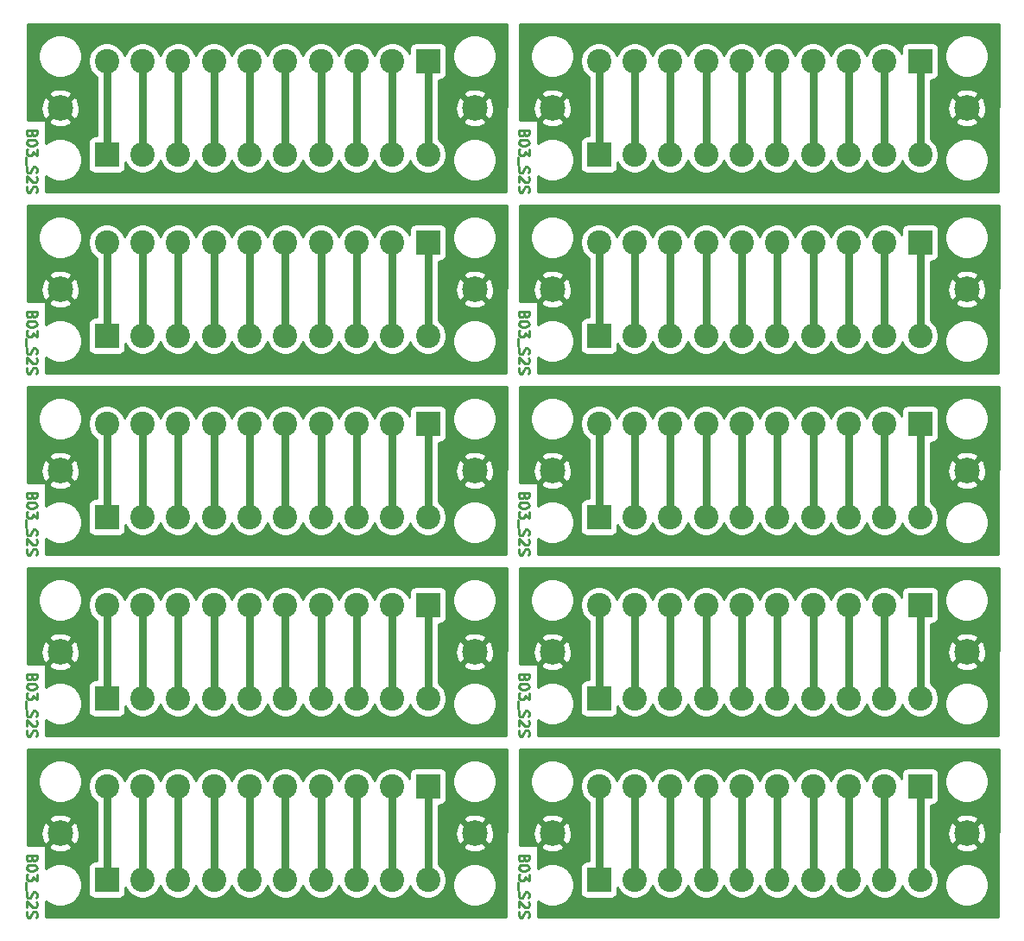
<source format=gbr>
G04 #@! TF.GenerationSoftware,KiCad,Pcbnew,5.1.5-52549c5~86~ubuntu18.04.1*
G04 #@! TF.CreationDate,2020-09-06T15:58:33-05:00*
G04 #@! TF.ProjectId,,58585858-5858-4585-9858-585858585858,rev?*
G04 #@! TF.SameCoordinates,Original*
G04 #@! TF.FileFunction,Copper,L1,Top*
G04 #@! TF.FilePolarity,Positive*
%FSLAX46Y46*%
G04 Gerber Fmt 4.6, Leading zero omitted, Abs format (unit mm)*
G04 Created by KiCad (PCBNEW 5.1.5-52549c5~86~ubuntu18.04.1) date 2020-09-06 15:58:33*
%MOMM*%
%LPD*%
G04 APERTURE LIST*
%ADD10C,0.250000*%
%ADD11R,2.400000X2.400000*%
%ADD12C,2.400000*%
%ADD13C,2.499360*%
%ADD14C,0.750000*%
%ADD15C,0.254000*%
G04 APERTURE END LIST*
D10*
X126969828Y-120448723D02*
X126922209Y-120591580D01*
X126874590Y-120639200D01*
X126779352Y-120686819D01*
X126636495Y-120686819D01*
X126541257Y-120639200D01*
X126493638Y-120591580D01*
X126446019Y-120496342D01*
X126446019Y-120115390D01*
X127446019Y-120115390D01*
X127446019Y-120448723D01*
X127398400Y-120543961D01*
X127350780Y-120591580D01*
X127255542Y-120639200D01*
X127160304Y-120639200D01*
X127065066Y-120591580D01*
X127017447Y-120543961D01*
X126969828Y-120448723D01*
X126969828Y-120115390D01*
X127446019Y-121305866D02*
X127446019Y-121401104D01*
X127398400Y-121496342D01*
X127350780Y-121543961D01*
X127255542Y-121591580D01*
X127065066Y-121639200D01*
X126826971Y-121639200D01*
X126636495Y-121591580D01*
X126541257Y-121543961D01*
X126493638Y-121496342D01*
X126446019Y-121401104D01*
X126446019Y-121305866D01*
X126493638Y-121210628D01*
X126541257Y-121163009D01*
X126636495Y-121115390D01*
X126826971Y-121067771D01*
X127065066Y-121067771D01*
X127255542Y-121115390D01*
X127350780Y-121163009D01*
X127398400Y-121210628D01*
X127446019Y-121305866D01*
X127446019Y-121972533D02*
X127446019Y-122591580D01*
X127065066Y-122258247D01*
X127065066Y-122401104D01*
X127017447Y-122496342D01*
X126969828Y-122543961D01*
X126874590Y-122591580D01*
X126636495Y-122591580D01*
X126541257Y-122543961D01*
X126493638Y-122496342D01*
X126446019Y-122401104D01*
X126446019Y-122115390D01*
X126493638Y-122020152D01*
X126541257Y-121972533D01*
X126350780Y-122782057D02*
X126350780Y-123543961D01*
X126493638Y-123734438D02*
X126446019Y-123877295D01*
X126446019Y-124115390D01*
X126493638Y-124210628D01*
X126541257Y-124258247D01*
X126636495Y-124305866D01*
X126731733Y-124305866D01*
X126826971Y-124258247D01*
X126874590Y-124210628D01*
X126922209Y-124115390D01*
X126969828Y-123924914D01*
X127017447Y-123829676D01*
X127065066Y-123782057D01*
X127160304Y-123734438D01*
X127255542Y-123734438D01*
X127350780Y-123782057D01*
X127398400Y-123829676D01*
X127446019Y-123924914D01*
X127446019Y-124163009D01*
X127398400Y-124305866D01*
X127350780Y-124686819D02*
X127398400Y-124734438D01*
X127446019Y-124829676D01*
X127446019Y-125067771D01*
X127398400Y-125163009D01*
X127350780Y-125210628D01*
X127255542Y-125258247D01*
X127160304Y-125258247D01*
X127017447Y-125210628D01*
X126446019Y-124639200D01*
X126446019Y-125258247D01*
X126493638Y-125639200D02*
X126446019Y-125782057D01*
X126446019Y-126020152D01*
X126493638Y-126115390D01*
X126541257Y-126163009D01*
X126636495Y-126210628D01*
X126731733Y-126210628D01*
X126826971Y-126163009D01*
X126874590Y-126115390D01*
X126922209Y-126020152D01*
X126969828Y-125829676D01*
X127017447Y-125734438D01*
X127065066Y-125686819D01*
X127160304Y-125639200D01*
X127255542Y-125639200D01*
X127350780Y-125686819D01*
X127398400Y-125734438D01*
X127446019Y-125829676D01*
X127446019Y-126067771D01*
X127398400Y-126210628D01*
X78709828Y-120448723D02*
X78662209Y-120591580D01*
X78614590Y-120639200D01*
X78519352Y-120686819D01*
X78376495Y-120686819D01*
X78281257Y-120639200D01*
X78233638Y-120591580D01*
X78186019Y-120496342D01*
X78186019Y-120115390D01*
X79186019Y-120115390D01*
X79186019Y-120448723D01*
X79138400Y-120543961D01*
X79090780Y-120591580D01*
X78995542Y-120639200D01*
X78900304Y-120639200D01*
X78805066Y-120591580D01*
X78757447Y-120543961D01*
X78709828Y-120448723D01*
X78709828Y-120115390D01*
X79186019Y-121305866D02*
X79186019Y-121401104D01*
X79138400Y-121496342D01*
X79090780Y-121543961D01*
X78995542Y-121591580D01*
X78805066Y-121639200D01*
X78566971Y-121639200D01*
X78376495Y-121591580D01*
X78281257Y-121543961D01*
X78233638Y-121496342D01*
X78186019Y-121401104D01*
X78186019Y-121305866D01*
X78233638Y-121210628D01*
X78281257Y-121163009D01*
X78376495Y-121115390D01*
X78566971Y-121067771D01*
X78805066Y-121067771D01*
X78995542Y-121115390D01*
X79090780Y-121163009D01*
X79138400Y-121210628D01*
X79186019Y-121305866D01*
X79186019Y-121972533D02*
X79186019Y-122591580D01*
X78805066Y-122258247D01*
X78805066Y-122401104D01*
X78757447Y-122496342D01*
X78709828Y-122543961D01*
X78614590Y-122591580D01*
X78376495Y-122591580D01*
X78281257Y-122543961D01*
X78233638Y-122496342D01*
X78186019Y-122401104D01*
X78186019Y-122115390D01*
X78233638Y-122020152D01*
X78281257Y-121972533D01*
X78090780Y-122782057D02*
X78090780Y-123543961D01*
X78233638Y-123734438D02*
X78186019Y-123877295D01*
X78186019Y-124115390D01*
X78233638Y-124210628D01*
X78281257Y-124258247D01*
X78376495Y-124305866D01*
X78471733Y-124305866D01*
X78566971Y-124258247D01*
X78614590Y-124210628D01*
X78662209Y-124115390D01*
X78709828Y-123924914D01*
X78757447Y-123829676D01*
X78805066Y-123782057D01*
X78900304Y-123734438D01*
X78995542Y-123734438D01*
X79090780Y-123782057D01*
X79138400Y-123829676D01*
X79186019Y-123924914D01*
X79186019Y-124163009D01*
X79138400Y-124305866D01*
X79090780Y-124686819D02*
X79138400Y-124734438D01*
X79186019Y-124829676D01*
X79186019Y-125067771D01*
X79138400Y-125163009D01*
X79090780Y-125210628D01*
X78995542Y-125258247D01*
X78900304Y-125258247D01*
X78757447Y-125210628D01*
X78186019Y-124639200D01*
X78186019Y-125258247D01*
X78233638Y-125639200D02*
X78186019Y-125782057D01*
X78186019Y-126020152D01*
X78233638Y-126115390D01*
X78281257Y-126163009D01*
X78376495Y-126210628D01*
X78471733Y-126210628D01*
X78566971Y-126163009D01*
X78614590Y-126115390D01*
X78662209Y-126020152D01*
X78709828Y-125829676D01*
X78757447Y-125734438D01*
X78805066Y-125686819D01*
X78900304Y-125639200D01*
X78995542Y-125639200D01*
X79090780Y-125686819D01*
X79138400Y-125734438D01*
X79186019Y-125829676D01*
X79186019Y-126067771D01*
X79138400Y-126210628D01*
X126969828Y-102668723D02*
X126922209Y-102811580D01*
X126874590Y-102859200D01*
X126779352Y-102906819D01*
X126636495Y-102906819D01*
X126541257Y-102859200D01*
X126493638Y-102811580D01*
X126446019Y-102716342D01*
X126446019Y-102335390D01*
X127446019Y-102335390D01*
X127446019Y-102668723D01*
X127398400Y-102763961D01*
X127350780Y-102811580D01*
X127255542Y-102859200D01*
X127160304Y-102859200D01*
X127065066Y-102811580D01*
X127017447Y-102763961D01*
X126969828Y-102668723D01*
X126969828Y-102335390D01*
X127446019Y-103525866D02*
X127446019Y-103621104D01*
X127398400Y-103716342D01*
X127350780Y-103763961D01*
X127255542Y-103811580D01*
X127065066Y-103859200D01*
X126826971Y-103859200D01*
X126636495Y-103811580D01*
X126541257Y-103763961D01*
X126493638Y-103716342D01*
X126446019Y-103621104D01*
X126446019Y-103525866D01*
X126493638Y-103430628D01*
X126541257Y-103383009D01*
X126636495Y-103335390D01*
X126826971Y-103287771D01*
X127065066Y-103287771D01*
X127255542Y-103335390D01*
X127350780Y-103383009D01*
X127398400Y-103430628D01*
X127446019Y-103525866D01*
X127446019Y-104192533D02*
X127446019Y-104811580D01*
X127065066Y-104478247D01*
X127065066Y-104621104D01*
X127017447Y-104716342D01*
X126969828Y-104763961D01*
X126874590Y-104811580D01*
X126636495Y-104811580D01*
X126541257Y-104763961D01*
X126493638Y-104716342D01*
X126446019Y-104621104D01*
X126446019Y-104335390D01*
X126493638Y-104240152D01*
X126541257Y-104192533D01*
X126350780Y-105002057D02*
X126350780Y-105763961D01*
X126493638Y-105954438D02*
X126446019Y-106097295D01*
X126446019Y-106335390D01*
X126493638Y-106430628D01*
X126541257Y-106478247D01*
X126636495Y-106525866D01*
X126731733Y-106525866D01*
X126826971Y-106478247D01*
X126874590Y-106430628D01*
X126922209Y-106335390D01*
X126969828Y-106144914D01*
X127017447Y-106049676D01*
X127065066Y-106002057D01*
X127160304Y-105954438D01*
X127255542Y-105954438D01*
X127350780Y-106002057D01*
X127398400Y-106049676D01*
X127446019Y-106144914D01*
X127446019Y-106383009D01*
X127398400Y-106525866D01*
X127350780Y-106906819D02*
X127398400Y-106954438D01*
X127446019Y-107049676D01*
X127446019Y-107287771D01*
X127398400Y-107383009D01*
X127350780Y-107430628D01*
X127255542Y-107478247D01*
X127160304Y-107478247D01*
X127017447Y-107430628D01*
X126446019Y-106859200D01*
X126446019Y-107478247D01*
X126493638Y-107859200D02*
X126446019Y-108002057D01*
X126446019Y-108240152D01*
X126493638Y-108335390D01*
X126541257Y-108383009D01*
X126636495Y-108430628D01*
X126731733Y-108430628D01*
X126826971Y-108383009D01*
X126874590Y-108335390D01*
X126922209Y-108240152D01*
X126969828Y-108049676D01*
X127017447Y-107954438D01*
X127065066Y-107906819D01*
X127160304Y-107859200D01*
X127255542Y-107859200D01*
X127350780Y-107906819D01*
X127398400Y-107954438D01*
X127446019Y-108049676D01*
X127446019Y-108287771D01*
X127398400Y-108430628D01*
X78709828Y-102668723D02*
X78662209Y-102811580D01*
X78614590Y-102859200D01*
X78519352Y-102906819D01*
X78376495Y-102906819D01*
X78281257Y-102859200D01*
X78233638Y-102811580D01*
X78186019Y-102716342D01*
X78186019Y-102335390D01*
X79186019Y-102335390D01*
X79186019Y-102668723D01*
X79138400Y-102763961D01*
X79090780Y-102811580D01*
X78995542Y-102859200D01*
X78900304Y-102859200D01*
X78805066Y-102811580D01*
X78757447Y-102763961D01*
X78709828Y-102668723D01*
X78709828Y-102335390D01*
X79186019Y-103525866D02*
X79186019Y-103621104D01*
X79138400Y-103716342D01*
X79090780Y-103763961D01*
X78995542Y-103811580D01*
X78805066Y-103859200D01*
X78566971Y-103859200D01*
X78376495Y-103811580D01*
X78281257Y-103763961D01*
X78233638Y-103716342D01*
X78186019Y-103621104D01*
X78186019Y-103525866D01*
X78233638Y-103430628D01*
X78281257Y-103383009D01*
X78376495Y-103335390D01*
X78566971Y-103287771D01*
X78805066Y-103287771D01*
X78995542Y-103335390D01*
X79090780Y-103383009D01*
X79138400Y-103430628D01*
X79186019Y-103525866D01*
X79186019Y-104192533D02*
X79186019Y-104811580D01*
X78805066Y-104478247D01*
X78805066Y-104621104D01*
X78757447Y-104716342D01*
X78709828Y-104763961D01*
X78614590Y-104811580D01*
X78376495Y-104811580D01*
X78281257Y-104763961D01*
X78233638Y-104716342D01*
X78186019Y-104621104D01*
X78186019Y-104335390D01*
X78233638Y-104240152D01*
X78281257Y-104192533D01*
X78090780Y-105002057D02*
X78090780Y-105763961D01*
X78233638Y-105954438D02*
X78186019Y-106097295D01*
X78186019Y-106335390D01*
X78233638Y-106430628D01*
X78281257Y-106478247D01*
X78376495Y-106525866D01*
X78471733Y-106525866D01*
X78566971Y-106478247D01*
X78614590Y-106430628D01*
X78662209Y-106335390D01*
X78709828Y-106144914D01*
X78757447Y-106049676D01*
X78805066Y-106002057D01*
X78900304Y-105954438D01*
X78995542Y-105954438D01*
X79090780Y-106002057D01*
X79138400Y-106049676D01*
X79186019Y-106144914D01*
X79186019Y-106383009D01*
X79138400Y-106525866D01*
X79090780Y-106906819D02*
X79138400Y-106954438D01*
X79186019Y-107049676D01*
X79186019Y-107287771D01*
X79138400Y-107383009D01*
X79090780Y-107430628D01*
X78995542Y-107478247D01*
X78900304Y-107478247D01*
X78757447Y-107430628D01*
X78186019Y-106859200D01*
X78186019Y-107478247D01*
X78233638Y-107859200D02*
X78186019Y-108002057D01*
X78186019Y-108240152D01*
X78233638Y-108335390D01*
X78281257Y-108383009D01*
X78376495Y-108430628D01*
X78471733Y-108430628D01*
X78566971Y-108383009D01*
X78614590Y-108335390D01*
X78662209Y-108240152D01*
X78709828Y-108049676D01*
X78757447Y-107954438D01*
X78805066Y-107906819D01*
X78900304Y-107859200D01*
X78995542Y-107859200D01*
X79090780Y-107906819D01*
X79138400Y-107954438D01*
X79186019Y-108049676D01*
X79186019Y-108287771D01*
X79138400Y-108430628D01*
X126969828Y-84888723D02*
X126922209Y-85031580D01*
X126874590Y-85079200D01*
X126779352Y-85126819D01*
X126636495Y-85126819D01*
X126541257Y-85079200D01*
X126493638Y-85031580D01*
X126446019Y-84936342D01*
X126446019Y-84555390D01*
X127446019Y-84555390D01*
X127446019Y-84888723D01*
X127398400Y-84983961D01*
X127350780Y-85031580D01*
X127255542Y-85079200D01*
X127160304Y-85079200D01*
X127065066Y-85031580D01*
X127017447Y-84983961D01*
X126969828Y-84888723D01*
X126969828Y-84555390D01*
X127446019Y-85745866D02*
X127446019Y-85841104D01*
X127398400Y-85936342D01*
X127350780Y-85983961D01*
X127255542Y-86031580D01*
X127065066Y-86079200D01*
X126826971Y-86079200D01*
X126636495Y-86031580D01*
X126541257Y-85983961D01*
X126493638Y-85936342D01*
X126446019Y-85841104D01*
X126446019Y-85745866D01*
X126493638Y-85650628D01*
X126541257Y-85603009D01*
X126636495Y-85555390D01*
X126826971Y-85507771D01*
X127065066Y-85507771D01*
X127255542Y-85555390D01*
X127350780Y-85603009D01*
X127398400Y-85650628D01*
X127446019Y-85745866D01*
X127446019Y-86412533D02*
X127446019Y-87031580D01*
X127065066Y-86698247D01*
X127065066Y-86841104D01*
X127017447Y-86936342D01*
X126969828Y-86983961D01*
X126874590Y-87031580D01*
X126636495Y-87031580D01*
X126541257Y-86983961D01*
X126493638Y-86936342D01*
X126446019Y-86841104D01*
X126446019Y-86555390D01*
X126493638Y-86460152D01*
X126541257Y-86412533D01*
X126350780Y-87222057D02*
X126350780Y-87983961D01*
X126493638Y-88174438D02*
X126446019Y-88317295D01*
X126446019Y-88555390D01*
X126493638Y-88650628D01*
X126541257Y-88698247D01*
X126636495Y-88745866D01*
X126731733Y-88745866D01*
X126826971Y-88698247D01*
X126874590Y-88650628D01*
X126922209Y-88555390D01*
X126969828Y-88364914D01*
X127017447Y-88269676D01*
X127065066Y-88222057D01*
X127160304Y-88174438D01*
X127255542Y-88174438D01*
X127350780Y-88222057D01*
X127398400Y-88269676D01*
X127446019Y-88364914D01*
X127446019Y-88603009D01*
X127398400Y-88745866D01*
X127350780Y-89126819D02*
X127398400Y-89174438D01*
X127446019Y-89269676D01*
X127446019Y-89507771D01*
X127398400Y-89603009D01*
X127350780Y-89650628D01*
X127255542Y-89698247D01*
X127160304Y-89698247D01*
X127017447Y-89650628D01*
X126446019Y-89079200D01*
X126446019Y-89698247D01*
X126493638Y-90079200D02*
X126446019Y-90222057D01*
X126446019Y-90460152D01*
X126493638Y-90555390D01*
X126541257Y-90603009D01*
X126636495Y-90650628D01*
X126731733Y-90650628D01*
X126826971Y-90603009D01*
X126874590Y-90555390D01*
X126922209Y-90460152D01*
X126969828Y-90269676D01*
X127017447Y-90174438D01*
X127065066Y-90126819D01*
X127160304Y-90079200D01*
X127255542Y-90079200D01*
X127350780Y-90126819D01*
X127398400Y-90174438D01*
X127446019Y-90269676D01*
X127446019Y-90507771D01*
X127398400Y-90650628D01*
X78709828Y-84888723D02*
X78662209Y-85031580D01*
X78614590Y-85079200D01*
X78519352Y-85126819D01*
X78376495Y-85126819D01*
X78281257Y-85079200D01*
X78233638Y-85031580D01*
X78186019Y-84936342D01*
X78186019Y-84555390D01*
X79186019Y-84555390D01*
X79186019Y-84888723D01*
X79138400Y-84983961D01*
X79090780Y-85031580D01*
X78995542Y-85079200D01*
X78900304Y-85079200D01*
X78805066Y-85031580D01*
X78757447Y-84983961D01*
X78709828Y-84888723D01*
X78709828Y-84555390D01*
X79186019Y-85745866D02*
X79186019Y-85841104D01*
X79138400Y-85936342D01*
X79090780Y-85983961D01*
X78995542Y-86031580D01*
X78805066Y-86079200D01*
X78566971Y-86079200D01*
X78376495Y-86031580D01*
X78281257Y-85983961D01*
X78233638Y-85936342D01*
X78186019Y-85841104D01*
X78186019Y-85745866D01*
X78233638Y-85650628D01*
X78281257Y-85603009D01*
X78376495Y-85555390D01*
X78566971Y-85507771D01*
X78805066Y-85507771D01*
X78995542Y-85555390D01*
X79090780Y-85603009D01*
X79138400Y-85650628D01*
X79186019Y-85745866D01*
X79186019Y-86412533D02*
X79186019Y-87031580D01*
X78805066Y-86698247D01*
X78805066Y-86841104D01*
X78757447Y-86936342D01*
X78709828Y-86983961D01*
X78614590Y-87031580D01*
X78376495Y-87031580D01*
X78281257Y-86983961D01*
X78233638Y-86936342D01*
X78186019Y-86841104D01*
X78186019Y-86555390D01*
X78233638Y-86460152D01*
X78281257Y-86412533D01*
X78090780Y-87222057D02*
X78090780Y-87983961D01*
X78233638Y-88174438D02*
X78186019Y-88317295D01*
X78186019Y-88555390D01*
X78233638Y-88650628D01*
X78281257Y-88698247D01*
X78376495Y-88745866D01*
X78471733Y-88745866D01*
X78566971Y-88698247D01*
X78614590Y-88650628D01*
X78662209Y-88555390D01*
X78709828Y-88364914D01*
X78757447Y-88269676D01*
X78805066Y-88222057D01*
X78900304Y-88174438D01*
X78995542Y-88174438D01*
X79090780Y-88222057D01*
X79138400Y-88269676D01*
X79186019Y-88364914D01*
X79186019Y-88603009D01*
X79138400Y-88745866D01*
X79090780Y-89126819D02*
X79138400Y-89174438D01*
X79186019Y-89269676D01*
X79186019Y-89507771D01*
X79138400Y-89603009D01*
X79090780Y-89650628D01*
X78995542Y-89698247D01*
X78900304Y-89698247D01*
X78757447Y-89650628D01*
X78186019Y-89079200D01*
X78186019Y-89698247D01*
X78233638Y-90079200D02*
X78186019Y-90222057D01*
X78186019Y-90460152D01*
X78233638Y-90555390D01*
X78281257Y-90603009D01*
X78376495Y-90650628D01*
X78471733Y-90650628D01*
X78566971Y-90603009D01*
X78614590Y-90555390D01*
X78662209Y-90460152D01*
X78709828Y-90269676D01*
X78757447Y-90174438D01*
X78805066Y-90126819D01*
X78900304Y-90079200D01*
X78995542Y-90079200D01*
X79090780Y-90126819D01*
X79138400Y-90174438D01*
X79186019Y-90269676D01*
X79186019Y-90507771D01*
X79138400Y-90650628D01*
X126969828Y-67108723D02*
X126922209Y-67251580D01*
X126874590Y-67299200D01*
X126779352Y-67346819D01*
X126636495Y-67346819D01*
X126541257Y-67299200D01*
X126493638Y-67251580D01*
X126446019Y-67156342D01*
X126446019Y-66775390D01*
X127446019Y-66775390D01*
X127446019Y-67108723D01*
X127398400Y-67203961D01*
X127350780Y-67251580D01*
X127255542Y-67299200D01*
X127160304Y-67299200D01*
X127065066Y-67251580D01*
X127017447Y-67203961D01*
X126969828Y-67108723D01*
X126969828Y-66775390D01*
X127446019Y-67965866D02*
X127446019Y-68061104D01*
X127398400Y-68156342D01*
X127350780Y-68203961D01*
X127255542Y-68251580D01*
X127065066Y-68299200D01*
X126826971Y-68299200D01*
X126636495Y-68251580D01*
X126541257Y-68203961D01*
X126493638Y-68156342D01*
X126446019Y-68061104D01*
X126446019Y-67965866D01*
X126493638Y-67870628D01*
X126541257Y-67823009D01*
X126636495Y-67775390D01*
X126826971Y-67727771D01*
X127065066Y-67727771D01*
X127255542Y-67775390D01*
X127350780Y-67823009D01*
X127398400Y-67870628D01*
X127446019Y-67965866D01*
X127446019Y-68632533D02*
X127446019Y-69251580D01*
X127065066Y-68918247D01*
X127065066Y-69061104D01*
X127017447Y-69156342D01*
X126969828Y-69203961D01*
X126874590Y-69251580D01*
X126636495Y-69251580D01*
X126541257Y-69203961D01*
X126493638Y-69156342D01*
X126446019Y-69061104D01*
X126446019Y-68775390D01*
X126493638Y-68680152D01*
X126541257Y-68632533D01*
X126350780Y-69442057D02*
X126350780Y-70203961D01*
X126493638Y-70394438D02*
X126446019Y-70537295D01*
X126446019Y-70775390D01*
X126493638Y-70870628D01*
X126541257Y-70918247D01*
X126636495Y-70965866D01*
X126731733Y-70965866D01*
X126826971Y-70918247D01*
X126874590Y-70870628D01*
X126922209Y-70775390D01*
X126969828Y-70584914D01*
X127017447Y-70489676D01*
X127065066Y-70442057D01*
X127160304Y-70394438D01*
X127255542Y-70394438D01*
X127350780Y-70442057D01*
X127398400Y-70489676D01*
X127446019Y-70584914D01*
X127446019Y-70823009D01*
X127398400Y-70965866D01*
X127350780Y-71346819D02*
X127398400Y-71394438D01*
X127446019Y-71489676D01*
X127446019Y-71727771D01*
X127398400Y-71823009D01*
X127350780Y-71870628D01*
X127255542Y-71918247D01*
X127160304Y-71918247D01*
X127017447Y-71870628D01*
X126446019Y-71299200D01*
X126446019Y-71918247D01*
X126493638Y-72299200D02*
X126446019Y-72442057D01*
X126446019Y-72680152D01*
X126493638Y-72775390D01*
X126541257Y-72823009D01*
X126636495Y-72870628D01*
X126731733Y-72870628D01*
X126826971Y-72823009D01*
X126874590Y-72775390D01*
X126922209Y-72680152D01*
X126969828Y-72489676D01*
X127017447Y-72394438D01*
X127065066Y-72346819D01*
X127160304Y-72299200D01*
X127255542Y-72299200D01*
X127350780Y-72346819D01*
X127398400Y-72394438D01*
X127446019Y-72489676D01*
X127446019Y-72727771D01*
X127398400Y-72870628D01*
X78709828Y-67108723D02*
X78662209Y-67251580D01*
X78614590Y-67299200D01*
X78519352Y-67346819D01*
X78376495Y-67346819D01*
X78281257Y-67299200D01*
X78233638Y-67251580D01*
X78186019Y-67156342D01*
X78186019Y-66775390D01*
X79186019Y-66775390D01*
X79186019Y-67108723D01*
X79138400Y-67203961D01*
X79090780Y-67251580D01*
X78995542Y-67299200D01*
X78900304Y-67299200D01*
X78805066Y-67251580D01*
X78757447Y-67203961D01*
X78709828Y-67108723D01*
X78709828Y-66775390D01*
X79186019Y-67965866D02*
X79186019Y-68061104D01*
X79138400Y-68156342D01*
X79090780Y-68203961D01*
X78995542Y-68251580D01*
X78805066Y-68299200D01*
X78566971Y-68299200D01*
X78376495Y-68251580D01*
X78281257Y-68203961D01*
X78233638Y-68156342D01*
X78186019Y-68061104D01*
X78186019Y-67965866D01*
X78233638Y-67870628D01*
X78281257Y-67823009D01*
X78376495Y-67775390D01*
X78566971Y-67727771D01*
X78805066Y-67727771D01*
X78995542Y-67775390D01*
X79090780Y-67823009D01*
X79138400Y-67870628D01*
X79186019Y-67965866D01*
X79186019Y-68632533D02*
X79186019Y-69251580D01*
X78805066Y-68918247D01*
X78805066Y-69061104D01*
X78757447Y-69156342D01*
X78709828Y-69203961D01*
X78614590Y-69251580D01*
X78376495Y-69251580D01*
X78281257Y-69203961D01*
X78233638Y-69156342D01*
X78186019Y-69061104D01*
X78186019Y-68775390D01*
X78233638Y-68680152D01*
X78281257Y-68632533D01*
X78090780Y-69442057D02*
X78090780Y-70203961D01*
X78233638Y-70394438D02*
X78186019Y-70537295D01*
X78186019Y-70775390D01*
X78233638Y-70870628D01*
X78281257Y-70918247D01*
X78376495Y-70965866D01*
X78471733Y-70965866D01*
X78566971Y-70918247D01*
X78614590Y-70870628D01*
X78662209Y-70775390D01*
X78709828Y-70584914D01*
X78757447Y-70489676D01*
X78805066Y-70442057D01*
X78900304Y-70394438D01*
X78995542Y-70394438D01*
X79090780Y-70442057D01*
X79138400Y-70489676D01*
X79186019Y-70584914D01*
X79186019Y-70823009D01*
X79138400Y-70965866D01*
X79090780Y-71346819D02*
X79138400Y-71394438D01*
X79186019Y-71489676D01*
X79186019Y-71727771D01*
X79138400Y-71823009D01*
X79090780Y-71870628D01*
X78995542Y-71918247D01*
X78900304Y-71918247D01*
X78757447Y-71870628D01*
X78186019Y-71299200D01*
X78186019Y-71918247D01*
X78233638Y-72299200D02*
X78186019Y-72442057D01*
X78186019Y-72680152D01*
X78233638Y-72775390D01*
X78281257Y-72823009D01*
X78376495Y-72870628D01*
X78471733Y-72870628D01*
X78566971Y-72823009D01*
X78614590Y-72775390D01*
X78662209Y-72680152D01*
X78709828Y-72489676D01*
X78757447Y-72394438D01*
X78805066Y-72346819D01*
X78900304Y-72299200D01*
X78995542Y-72299200D01*
X79090780Y-72346819D01*
X79138400Y-72394438D01*
X79186019Y-72489676D01*
X79186019Y-72727771D01*
X79138400Y-72870628D01*
X126969828Y-49328723D02*
X126922209Y-49471580D01*
X126874590Y-49519200D01*
X126779352Y-49566819D01*
X126636495Y-49566819D01*
X126541257Y-49519200D01*
X126493638Y-49471580D01*
X126446019Y-49376342D01*
X126446019Y-48995390D01*
X127446019Y-48995390D01*
X127446019Y-49328723D01*
X127398400Y-49423961D01*
X127350780Y-49471580D01*
X127255542Y-49519200D01*
X127160304Y-49519200D01*
X127065066Y-49471580D01*
X127017447Y-49423961D01*
X126969828Y-49328723D01*
X126969828Y-48995390D01*
X127446019Y-50185866D02*
X127446019Y-50281104D01*
X127398400Y-50376342D01*
X127350780Y-50423961D01*
X127255542Y-50471580D01*
X127065066Y-50519200D01*
X126826971Y-50519200D01*
X126636495Y-50471580D01*
X126541257Y-50423961D01*
X126493638Y-50376342D01*
X126446019Y-50281104D01*
X126446019Y-50185866D01*
X126493638Y-50090628D01*
X126541257Y-50043009D01*
X126636495Y-49995390D01*
X126826971Y-49947771D01*
X127065066Y-49947771D01*
X127255542Y-49995390D01*
X127350780Y-50043009D01*
X127398400Y-50090628D01*
X127446019Y-50185866D01*
X127446019Y-50852533D02*
X127446019Y-51471580D01*
X127065066Y-51138247D01*
X127065066Y-51281104D01*
X127017447Y-51376342D01*
X126969828Y-51423961D01*
X126874590Y-51471580D01*
X126636495Y-51471580D01*
X126541257Y-51423961D01*
X126493638Y-51376342D01*
X126446019Y-51281104D01*
X126446019Y-50995390D01*
X126493638Y-50900152D01*
X126541257Y-50852533D01*
X126350780Y-51662057D02*
X126350780Y-52423961D01*
X126493638Y-52614438D02*
X126446019Y-52757295D01*
X126446019Y-52995390D01*
X126493638Y-53090628D01*
X126541257Y-53138247D01*
X126636495Y-53185866D01*
X126731733Y-53185866D01*
X126826971Y-53138247D01*
X126874590Y-53090628D01*
X126922209Y-52995390D01*
X126969828Y-52804914D01*
X127017447Y-52709676D01*
X127065066Y-52662057D01*
X127160304Y-52614438D01*
X127255542Y-52614438D01*
X127350780Y-52662057D01*
X127398400Y-52709676D01*
X127446019Y-52804914D01*
X127446019Y-53043009D01*
X127398400Y-53185866D01*
X127350780Y-53566819D02*
X127398400Y-53614438D01*
X127446019Y-53709676D01*
X127446019Y-53947771D01*
X127398400Y-54043009D01*
X127350780Y-54090628D01*
X127255542Y-54138247D01*
X127160304Y-54138247D01*
X127017447Y-54090628D01*
X126446019Y-53519200D01*
X126446019Y-54138247D01*
X126493638Y-54519200D02*
X126446019Y-54662057D01*
X126446019Y-54900152D01*
X126493638Y-54995390D01*
X126541257Y-55043009D01*
X126636495Y-55090628D01*
X126731733Y-55090628D01*
X126826971Y-55043009D01*
X126874590Y-54995390D01*
X126922209Y-54900152D01*
X126969828Y-54709676D01*
X127017447Y-54614438D01*
X127065066Y-54566819D01*
X127160304Y-54519200D01*
X127255542Y-54519200D01*
X127350780Y-54566819D01*
X127398400Y-54614438D01*
X127446019Y-54709676D01*
X127446019Y-54947771D01*
X127398400Y-55090628D01*
X78709828Y-49328723D02*
X78662209Y-49471580D01*
X78614590Y-49519200D01*
X78519352Y-49566819D01*
X78376495Y-49566819D01*
X78281257Y-49519200D01*
X78233638Y-49471580D01*
X78186019Y-49376342D01*
X78186019Y-48995390D01*
X79186019Y-48995390D01*
X79186019Y-49328723D01*
X79138400Y-49423961D01*
X79090780Y-49471580D01*
X78995542Y-49519200D01*
X78900304Y-49519200D01*
X78805066Y-49471580D01*
X78757447Y-49423961D01*
X78709828Y-49328723D01*
X78709828Y-48995390D01*
X79186019Y-50185866D02*
X79186019Y-50281104D01*
X79138400Y-50376342D01*
X79090780Y-50423961D01*
X78995542Y-50471580D01*
X78805066Y-50519200D01*
X78566971Y-50519200D01*
X78376495Y-50471580D01*
X78281257Y-50423961D01*
X78233638Y-50376342D01*
X78186019Y-50281104D01*
X78186019Y-50185866D01*
X78233638Y-50090628D01*
X78281257Y-50043009D01*
X78376495Y-49995390D01*
X78566971Y-49947771D01*
X78805066Y-49947771D01*
X78995542Y-49995390D01*
X79090780Y-50043009D01*
X79138400Y-50090628D01*
X79186019Y-50185866D01*
X79186019Y-50852533D02*
X79186019Y-51471580D01*
X78805066Y-51138247D01*
X78805066Y-51281104D01*
X78757447Y-51376342D01*
X78709828Y-51423961D01*
X78614590Y-51471580D01*
X78376495Y-51471580D01*
X78281257Y-51423961D01*
X78233638Y-51376342D01*
X78186019Y-51281104D01*
X78186019Y-50995390D01*
X78233638Y-50900152D01*
X78281257Y-50852533D01*
X78090780Y-51662057D02*
X78090780Y-52423961D01*
X78233638Y-52614438D02*
X78186019Y-52757295D01*
X78186019Y-52995390D01*
X78233638Y-53090628D01*
X78281257Y-53138247D01*
X78376495Y-53185866D01*
X78471733Y-53185866D01*
X78566971Y-53138247D01*
X78614590Y-53090628D01*
X78662209Y-52995390D01*
X78709828Y-52804914D01*
X78757447Y-52709676D01*
X78805066Y-52662057D01*
X78900304Y-52614438D01*
X78995542Y-52614438D01*
X79090780Y-52662057D01*
X79138400Y-52709676D01*
X79186019Y-52804914D01*
X79186019Y-53043009D01*
X79138400Y-53185866D01*
X79090780Y-53566819D02*
X79138400Y-53614438D01*
X79186019Y-53709676D01*
X79186019Y-53947771D01*
X79138400Y-54043009D01*
X79090780Y-54090628D01*
X78995542Y-54138247D01*
X78900304Y-54138247D01*
X78757447Y-54090628D01*
X78186019Y-53519200D01*
X78186019Y-54138247D01*
X78233638Y-54519200D02*
X78186019Y-54662057D01*
X78186019Y-54900152D01*
X78233638Y-54995390D01*
X78281257Y-55043009D01*
X78376495Y-55090628D01*
X78471733Y-55090628D01*
X78566971Y-55043009D01*
X78614590Y-54995390D01*
X78662209Y-54900152D01*
X78709828Y-54709676D01*
X78757447Y-54614438D01*
X78805066Y-54566819D01*
X78900304Y-54519200D01*
X78995542Y-54519200D01*
X79090780Y-54566819D01*
X79138400Y-54614438D01*
X79186019Y-54709676D01*
X79186019Y-54947771D01*
X79138400Y-55090628D01*
D11*
X165798000Y-113360200D03*
D12*
X162298000Y-113360200D03*
X158798000Y-113360200D03*
X155298000Y-113360200D03*
X151798000Y-113360200D03*
X148298000Y-113360200D03*
X144798000Y-113360200D03*
X141298000Y-113360200D03*
X137798000Y-113360200D03*
X134298000Y-113360200D03*
D11*
X117538000Y-113360200D03*
D12*
X114038000Y-113360200D03*
X110538000Y-113360200D03*
X107038000Y-113360200D03*
X103538000Y-113360200D03*
X100038000Y-113360200D03*
X96538000Y-113360200D03*
X93038000Y-113360200D03*
X89538000Y-113360200D03*
X86038000Y-113360200D03*
D11*
X165798000Y-95580200D03*
D12*
X162298000Y-95580200D03*
X158798000Y-95580200D03*
X155298000Y-95580200D03*
X151798000Y-95580200D03*
X148298000Y-95580200D03*
X144798000Y-95580200D03*
X141298000Y-95580200D03*
X137798000Y-95580200D03*
X134298000Y-95580200D03*
D11*
X117538000Y-95580200D03*
D12*
X114038000Y-95580200D03*
X110538000Y-95580200D03*
X107038000Y-95580200D03*
X103538000Y-95580200D03*
X100038000Y-95580200D03*
X96538000Y-95580200D03*
X93038000Y-95580200D03*
X89538000Y-95580200D03*
X86038000Y-95580200D03*
D11*
X165798000Y-77800200D03*
D12*
X162298000Y-77800200D03*
X158798000Y-77800200D03*
X155298000Y-77800200D03*
X151798000Y-77800200D03*
X148298000Y-77800200D03*
X144798000Y-77800200D03*
X141298000Y-77800200D03*
X137798000Y-77800200D03*
X134298000Y-77800200D03*
D11*
X117538000Y-77800200D03*
D12*
X114038000Y-77800200D03*
X110538000Y-77800200D03*
X107038000Y-77800200D03*
X103538000Y-77800200D03*
X100038000Y-77800200D03*
X96538000Y-77800200D03*
X93038000Y-77800200D03*
X89538000Y-77800200D03*
X86038000Y-77800200D03*
D11*
X165798000Y-60020200D03*
D12*
X162298000Y-60020200D03*
X158798000Y-60020200D03*
X155298000Y-60020200D03*
X151798000Y-60020200D03*
X148298000Y-60020200D03*
X144798000Y-60020200D03*
X141298000Y-60020200D03*
X137798000Y-60020200D03*
X134298000Y-60020200D03*
D11*
X117538000Y-60020200D03*
D12*
X114038000Y-60020200D03*
X110538000Y-60020200D03*
X107038000Y-60020200D03*
X103538000Y-60020200D03*
X100038000Y-60020200D03*
X96538000Y-60020200D03*
X93038000Y-60020200D03*
X89538000Y-60020200D03*
X86038000Y-60020200D03*
D11*
X165798000Y-42240200D03*
D12*
X162298000Y-42240200D03*
X158798000Y-42240200D03*
X155298000Y-42240200D03*
X151798000Y-42240200D03*
X148298000Y-42240200D03*
X144798000Y-42240200D03*
X141298000Y-42240200D03*
X137798000Y-42240200D03*
X134298000Y-42240200D03*
D13*
X129728000Y-117942400D03*
X81468000Y-117942400D03*
X129728000Y-100162400D03*
X81468000Y-100162400D03*
X129728000Y-82382400D03*
X81468000Y-82382400D03*
X129728000Y-64602400D03*
X81468000Y-64602400D03*
X129728000Y-46822400D03*
X170368000Y-117942400D03*
X122108000Y-117942400D03*
X170368000Y-100162400D03*
X122108000Y-100162400D03*
X170368000Y-82382400D03*
X122108000Y-82382400D03*
X170368000Y-64602400D03*
X122108000Y-64602400D03*
X170368000Y-46822400D03*
D11*
X134298000Y-122524600D03*
D12*
X137798000Y-122524600D03*
X141298000Y-122524600D03*
X144798000Y-122524600D03*
X148298000Y-122524600D03*
X151798000Y-122524600D03*
X155298000Y-122524600D03*
X158798000Y-122524600D03*
X162298000Y-122524600D03*
X165798000Y-122524600D03*
D11*
X86038000Y-122524600D03*
D12*
X89538000Y-122524600D03*
X93038000Y-122524600D03*
X96538000Y-122524600D03*
X100038000Y-122524600D03*
X103538000Y-122524600D03*
X107038000Y-122524600D03*
X110538000Y-122524600D03*
X114038000Y-122524600D03*
X117538000Y-122524600D03*
D11*
X134298000Y-104744600D03*
D12*
X137798000Y-104744600D03*
X141298000Y-104744600D03*
X144798000Y-104744600D03*
X148298000Y-104744600D03*
X151798000Y-104744600D03*
X155298000Y-104744600D03*
X158798000Y-104744600D03*
X162298000Y-104744600D03*
X165798000Y-104744600D03*
D11*
X86038000Y-104744600D03*
D12*
X89538000Y-104744600D03*
X93038000Y-104744600D03*
X96538000Y-104744600D03*
X100038000Y-104744600D03*
X103538000Y-104744600D03*
X107038000Y-104744600D03*
X110538000Y-104744600D03*
X114038000Y-104744600D03*
X117538000Y-104744600D03*
D11*
X134298000Y-86964600D03*
D12*
X137798000Y-86964600D03*
X141298000Y-86964600D03*
X144798000Y-86964600D03*
X148298000Y-86964600D03*
X151798000Y-86964600D03*
X155298000Y-86964600D03*
X158798000Y-86964600D03*
X162298000Y-86964600D03*
X165798000Y-86964600D03*
D11*
X86038000Y-86964600D03*
D12*
X89538000Y-86964600D03*
X93038000Y-86964600D03*
X96538000Y-86964600D03*
X100038000Y-86964600D03*
X103538000Y-86964600D03*
X107038000Y-86964600D03*
X110538000Y-86964600D03*
X114038000Y-86964600D03*
X117538000Y-86964600D03*
D11*
X134298000Y-69184600D03*
D12*
X137798000Y-69184600D03*
X141298000Y-69184600D03*
X144798000Y-69184600D03*
X148298000Y-69184600D03*
X151798000Y-69184600D03*
X155298000Y-69184600D03*
X158798000Y-69184600D03*
X162298000Y-69184600D03*
X165798000Y-69184600D03*
D11*
X86038000Y-69184600D03*
D12*
X89538000Y-69184600D03*
X93038000Y-69184600D03*
X96538000Y-69184600D03*
X100038000Y-69184600D03*
X103538000Y-69184600D03*
X107038000Y-69184600D03*
X110538000Y-69184600D03*
X114038000Y-69184600D03*
X117538000Y-69184600D03*
D11*
X134298000Y-51404600D03*
D12*
X137798000Y-51404600D03*
X141298000Y-51404600D03*
X144798000Y-51404600D03*
X148298000Y-51404600D03*
X151798000Y-51404600D03*
X155298000Y-51404600D03*
X158798000Y-51404600D03*
X162298000Y-51404600D03*
X165798000Y-51404600D03*
X86038000Y-42240200D03*
X89538000Y-42240200D03*
X93038000Y-42240200D03*
X96538000Y-42240200D03*
X100038000Y-42240200D03*
X103538000Y-42240200D03*
X107038000Y-42240200D03*
X110538000Y-42240200D03*
X114038000Y-42240200D03*
D11*
X117538000Y-42240200D03*
D12*
X117538000Y-51404600D03*
X114038000Y-51404600D03*
X110538000Y-51404600D03*
X107038000Y-51404600D03*
X103538000Y-51404600D03*
X100038000Y-51404600D03*
X96538000Y-51404600D03*
X93038000Y-51404600D03*
X89538000Y-51404600D03*
D11*
X86038000Y-51404600D03*
D13*
X122108000Y-46822400D03*
X81468000Y-46822400D03*
D14*
X117538000Y-51404600D02*
X117538000Y-42240200D01*
X165798000Y-51404600D02*
X165798000Y-42240200D01*
X117538000Y-69184600D02*
X117538000Y-60020200D01*
X165798000Y-69184600D02*
X165798000Y-60020200D01*
X117538000Y-86964600D02*
X117538000Y-77800200D01*
X165798000Y-86964600D02*
X165798000Y-77800200D01*
X117538000Y-104744600D02*
X117538000Y-95580200D01*
X165798000Y-104744600D02*
X165798000Y-95580200D01*
X117538000Y-122524600D02*
X117538000Y-113360200D01*
X165798000Y-122524600D02*
X165798000Y-113360200D01*
X114038000Y-51404600D02*
X114038000Y-42240200D01*
X162298000Y-51404600D02*
X162298000Y-42240200D01*
X114038000Y-69184600D02*
X114038000Y-60020200D01*
X162298000Y-69184600D02*
X162298000Y-60020200D01*
X114038000Y-86964600D02*
X114038000Y-77800200D01*
X162298000Y-86964600D02*
X162298000Y-77800200D01*
X114038000Y-104744600D02*
X114038000Y-95580200D01*
X162298000Y-104744600D02*
X162298000Y-95580200D01*
X114038000Y-122524600D02*
X114038000Y-113360200D01*
X162298000Y-122524600D02*
X162298000Y-113360200D01*
X110538000Y-51404600D02*
X110538000Y-42240200D01*
X158798000Y-51404600D02*
X158798000Y-42240200D01*
X110538000Y-69184600D02*
X110538000Y-60020200D01*
X158798000Y-69184600D02*
X158798000Y-60020200D01*
X110538000Y-86964600D02*
X110538000Y-77800200D01*
X158798000Y-86964600D02*
X158798000Y-77800200D01*
X110538000Y-104744600D02*
X110538000Y-95580200D01*
X158798000Y-104744600D02*
X158798000Y-95580200D01*
X110538000Y-122524600D02*
X110538000Y-113360200D01*
X158798000Y-122524600D02*
X158798000Y-113360200D01*
X107038000Y-51404600D02*
X107038000Y-42240200D01*
X155298000Y-51404600D02*
X155298000Y-42240200D01*
X107038000Y-69184600D02*
X107038000Y-60020200D01*
X155298000Y-69184600D02*
X155298000Y-60020200D01*
X107038000Y-86964600D02*
X107038000Y-77800200D01*
X155298000Y-86964600D02*
X155298000Y-77800200D01*
X107038000Y-104744600D02*
X107038000Y-95580200D01*
X155298000Y-104744600D02*
X155298000Y-95580200D01*
X107038000Y-122524600D02*
X107038000Y-113360200D01*
X155298000Y-122524600D02*
X155298000Y-113360200D01*
X103538000Y-51404600D02*
X103538000Y-42240200D01*
X151798000Y-51404600D02*
X151798000Y-42240200D01*
X103538000Y-69184600D02*
X103538000Y-60020200D01*
X151798000Y-69184600D02*
X151798000Y-60020200D01*
X103538000Y-86964600D02*
X103538000Y-77800200D01*
X151798000Y-86964600D02*
X151798000Y-77800200D01*
X103538000Y-104744600D02*
X103538000Y-95580200D01*
X151798000Y-104744600D02*
X151798000Y-95580200D01*
X103538000Y-122524600D02*
X103538000Y-113360200D01*
X151798000Y-122524600D02*
X151798000Y-113360200D01*
X100038000Y-51404600D02*
X100038000Y-42240200D01*
X148298000Y-51404600D02*
X148298000Y-42240200D01*
X100038000Y-69184600D02*
X100038000Y-60020200D01*
X148298000Y-69184600D02*
X148298000Y-60020200D01*
X100038000Y-86964600D02*
X100038000Y-77800200D01*
X148298000Y-86964600D02*
X148298000Y-77800200D01*
X100038000Y-104744600D02*
X100038000Y-95580200D01*
X148298000Y-104744600D02*
X148298000Y-95580200D01*
X100038000Y-122524600D02*
X100038000Y-113360200D01*
X148298000Y-122524600D02*
X148298000Y-113360200D01*
X96538000Y-51404600D02*
X96538000Y-42240200D01*
X144798000Y-51404600D02*
X144798000Y-42240200D01*
X96538000Y-69184600D02*
X96538000Y-60020200D01*
X144798000Y-69184600D02*
X144798000Y-60020200D01*
X96538000Y-86964600D02*
X96538000Y-77800200D01*
X144798000Y-86964600D02*
X144798000Y-77800200D01*
X96538000Y-104744600D02*
X96538000Y-95580200D01*
X144798000Y-104744600D02*
X144798000Y-95580200D01*
X96538000Y-122524600D02*
X96538000Y-113360200D01*
X144798000Y-122524600D02*
X144798000Y-113360200D01*
X93038000Y-51404600D02*
X93038000Y-42240200D01*
X141298000Y-51404600D02*
X141298000Y-42240200D01*
X93038000Y-69184600D02*
X93038000Y-60020200D01*
X141298000Y-69184600D02*
X141298000Y-60020200D01*
X93038000Y-86964600D02*
X93038000Y-77800200D01*
X141298000Y-86964600D02*
X141298000Y-77800200D01*
X93038000Y-104744600D02*
X93038000Y-95580200D01*
X141298000Y-104744600D02*
X141298000Y-95580200D01*
X93038000Y-122524600D02*
X93038000Y-113360200D01*
X141298000Y-122524600D02*
X141298000Y-113360200D01*
X89538000Y-51404600D02*
X89538000Y-42240200D01*
X137798000Y-51404600D02*
X137798000Y-42240200D01*
X89538000Y-69184600D02*
X89538000Y-60020200D01*
X137798000Y-69184600D02*
X137798000Y-60020200D01*
X89538000Y-86964600D02*
X89538000Y-77800200D01*
X137798000Y-86964600D02*
X137798000Y-77800200D01*
X89538000Y-104744600D02*
X89538000Y-95580200D01*
X137798000Y-104744600D02*
X137798000Y-95580200D01*
X89538000Y-122524600D02*
X89538000Y-113360200D01*
X137798000Y-122524600D02*
X137798000Y-113360200D01*
X86038000Y-49454600D02*
X86038000Y-42240200D01*
X86038000Y-51404600D02*
X86038000Y-49454600D01*
X134298000Y-51404600D02*
X134298000Y-49454600D01*
X86038000Y-69184600D02*
X86038000Y-67234600D01*
X134298000Y-69184600D02*
X134298000Y-67234600D01*
X86038000Y-86964600D02*
X86038000Y-85014600D01*
X134298000Y-86964600D02*
X134298000Y-85014600D01*
X86038000Y-104744600D02*
X86038000Y-102794600D01*
X134298000Y-104744600D02*
X134298000Y-102794600D01*
X86038000Y-122524600D02*
X86038000Y-120574600D01*
X134298000Y-122524600D02*
X134298000Y-120574600D01*
X134298000Y-49454600D02*
X134298000Y-42240200D01*
X86038000Y-67234600D02*
X86038000Y-60020200D01*
X134298000Y-67234600D02*
X134298000Y-60020200D01*
X86038000Y-85014600D02*
X86038000Y-77800200D01*
X134298000Y-85014600D02*
X134298000Y-77800200D01*
X86038000Y-102794600D02*
X86038000Y-95580200D01*
X134298000Y-102794600D02*
X134298000Y-95580200D01*
X86038000Y-120574600D02*
X86038000Y-113360200D01*
X134298000Y-120574600D02*
X134298000Y-113360200D01*
D15*
G36*
X125171838Y-55052400D02*
G01*
X80055900Y-55052400D01*
X80055900Y-53509646D01*
X80107017Y-53560763D01*
X80456698Y-53794412D01*
X80845244Y-53955353D01*
X81257721Y-54037400D01*
X81678279Y-54037400D01*
X82090756Y-53955353D01*
X82479302Y-53794412D01*
X82828983Y-53560763D01*
X83126363Y-53263383D01*
X83360012Y-52913702D01*
X83520953Y-52525156D01*
X83603000Y-52112679D01*
X83603000Y-51692121D01*
X83520953Y-51279644D01*
X83360012Y-50891098D01*
X83126363Y-50541417D01*
X82828983Y-50244037D01*
X82769962Y-50204600D01*
X84199928Y-50204600D01*
X84199928Y-52604600D01*
X84212188Y-52729082D01*
X84248498Y-52848780D01*
X84307463Y-52959094D01*
X84386815Y-53055785D01*
X84483506Y-53135137D01*
X84593820Y-53194102D01*
X84713518Y-53230412D01*
X84838000Y-53242672D01*
X87238000Y-53242672D01*
X87362482Y-53230412D01*
X87482180Y-53194102D01*
X87592494Y-53135137D01*
X87689185Y-53055785D01*
X87768537Y-52959094D01*
X87827502Y-52848780D01*
X87863812Y-52729082D01*
X87876072Y-52604600D01*
X87876072Y-52187438D01*
X87911844Y-52273799D01*
X88112662Y-52574344D01*
X88368256Y-52829938D01*
X88668801Y-53030756D01*
X89002750Y-53169082D01*
X89357268Y-53239600D01*
X89718732Y-53239600D01*
X90073250Y-53169082D01*
X90407199Y-53030756D01*
X90707744Y-52829938D01*
X90963338Y-52574344D01*
X91164156Y-52273799D01*
X91288000Y-51974813D01*
X91411844Y-52273799D01*
X91612662Y-52574344D01*
X91868256Y-52829938D01*
X92168801Y-53030756D01*
X92502750Y-53169082D01*
X92857268Y-53239600D01*
X93218732Y-53239600D01*
X93573250Y-53169082D01*
X93907199Y-53030756D01*
X94207744Y-52829938D01*
X94463338Y-52574344D01*
X94664156Y-52273799D01*
X94788000Y-51974813D01*
X94911844Y-52273799D01*
X95112662Y-52574344D01*
X95368256Y-52829938D01*
X95668801Y-53030756D01*
X96002750Y-53169082D01*
X96357268Y-53239600D01*
X96718732Y-53239600D01*
X97073250Y-53169082D01*
X97407199Y-53030756D01*
X97707744Y-52829938D01*
X97963338Y-52574344D01*
X98164156Y-52273799D01*
X98288000Y-51974813D01*
X98411844Y-52273799D01*
X98612662Y-52574344D01*
X98868256Y-52829938D01*
X99168801Y-53030756D01*
X99502750Y-53169082D01*
X99857268Y-53239600D01*
X100218732Y-53239600D01*
X100573250Y-53169082D01*
X100907199Y-53030756D01*
X101207744Y-52829938D01*
X101463338Y-52574344D01*
X101664156Y-52273799D01*
X101788000Y-51974813D01*
X101911844Y-52273799D01*
X102112662Y-52574344D01*
X102368256Y-52829938D01*
X102668801Y-53030756D01*
X103002750Y-53169082D01*
X103357268Y-53239600D01*
X103718732Y-53239600D01*
X104073250Y-53169082D01*
X104407199Y-53030756D01*
X104707744Y-52829938D01*
X104963338Y-52574344D01*
X105164156Y-52273799D01*
X105288000Y-51974813D01*
X105411844Y-52273799D01*
X105612662Y-52574344D01*
X105868256Y-52829938D01*
X106168801Y-53030756D01*
X106502750Y-53169082D01*
X106857268Y-53239600D01*
X107218732Y-53239600D01*
X107573250Y-53169082D01*
X107907199Y-53030756D01*
X108207744Y-52829938D01*
X108463338Y-52574344D01*
X108664156Y-52273799D01*
X108788000Y-51974813D01*
X108911844Y-52273799D01*
X109112662Y-52574344D01*
X109368256Y-52829938D01*
X109668801Y-53030756D01*
X110002750Y-53169082D01*
X110357268Y-53239600D01*
X110718732Y-53239600D01*
X111073250Y-53169082D01*
X111407199Y-53030756D01*
X111707744Y-52829938D01*
X111963338Y-52574344D01*
X112164156Y-52273799D01*
X112288000Y-51974813D01*
X112411844Y-52273799D01*
X112612662Y-52574344D01*
X112868256Y-52829938D01*
X113168801Y-53030756D01*
X113502750Y-53169082D01*
X113857268Y-53239600D01*
X114218732Y-53239600D01*
X114573250Y-53169082D01*
X114907199Y-53030756D01*
X115207744Y-52829938D01*
X115463338Y-52574344D01*
X115664156Y-52273799D01*
X115788000Y-51974813D01*
X115911844Y-52273799D01*
X116112662Y-52574344D01*
X116368256Y-52829938D01*
X116668801Y-53030756D01*
X117002750Y-53169082D01*
X117357268Y-53239600D01*
X117718732Y-53239600D01*
X118073250Y-53169082D01*
X118407199Y-53030756D01*
X118707744Y-52829938D01*
X118963338Y-52574344D01*
X119164156Y-52273799D01*
X119302482Y-51939850D01*
X119351758Y-51692121D01*
X119973000Y-51692121D01*
X119973000Y-52112679D01*
X120055047Y-52525156D01*
X120215988Y-52913702D01*
X120449637Y-53263383D01*
X120747017Y-53560763D01*
X121096698Y-53794412D01*
X121485244Y-53955353D01*
X121897721Y-54037400D01*
X122318279Y-54037400D01*
X122730756Y-53955353D01*
X123119302Y-53794412D01*
X123468983Y-53560763D01*
X123766363Y-53263383D01*
X124000012Y-52913702D01*
X124160953Y-52525156D01*
X124243000Y-52112679D01*
X124243000Y-51692121D01*
X124160953Y-51279644D01*
X124000012Y-50891098D01*
X123766363Y-50541417D01*
X123468983Y-50244037D01*
X123119302Y-50010388D01*
X122730756Y-49849447D01*
X122318279Y-49767400D01*
X121897721Y-49767400D01*
X121485244Y-49849447D01*
X121096698Y-50010388D01*
X120747017Y-50244037D01*
X120449637Y-50541417D01*
X120215988Y-50891098D01*
X120055047Y-51279644D01*
X119973000Y-51692121D01*
X119351758Y-51692121D01*
X119373000Y-51585332D01*
X119373000Y-51223868D01*
X119302482Y-50869350D01*
X119164156Y-50535401D01*
X118963338Y-50234856D01*
X118707744Y-49979262D01*
X118548000Y-49872524D01*
X118548000Y-48135777D01*
X120974229Y-48135777D01*
X121100104Y-48425715D01*
X121432262Y-48591539D01*
X121790387Y-48689375D01*
X122160719Y-48715465D01*
X122529025Y-48668805D01*
X122881151Y-48551189D01*
X123115896Y-48425715D01*
X123241771Y-48135777D01*
X122108000Y-47002005D01*
X120974229Y-48135777D01*
X118548000Y-48135777D01*
X118548000Y-46875119D01*
X120214935Y-46875119D01*
X120261595Y-47243425D01*
X120379211Y-47595551D01*
X120504685Y-47830296D01*
X120794623Y-47956171D01*
X121928395Y-46822400D01*
X122287605Y-46822400D01*
X123421377Y-47956171D01*
X123711315Y-47830296D01*
X123877139Y-47498138D01*
X123974975Y-47140013D01*
X124001065Y-46769681D01*
X123954405Y-46401375D01*
X123836789Y-46049249D01*
X123711315Y-45814504D01*
X123421377Y-45688629D01*
X122287605Y-46822400D01*
X121928395Y-46822400D01*
X120794623Y-45688629D01*
X120504685Y-45814504D01*
X120338861Y-46146662D01*
X120241025Y-46504787D01*
X120214935Y-46875119D01*
X118548000Y-46875119D01*
X118548000Y-45509023D01*
X120974229Y-45509023D01*
X122108000Y-46642795D01*
X123241771Y-45509023D01*
X123115896Y-45219085D01*
X122783738Y-45053261D01*
X122425613Y-44955425D01*
X122055281Y-44929335D01*
X121686975Y-44975995D01*
X121334849Y-45093611D01*
X121100104Y-45219085D01*
X120974229Y-45509023D01*
X118548000Y-45509023D01*
X118548000Y-44078272D01*
X118738000Y-44078272D01*
X118862482Y-44066012D01*
X118982180Y-44029702D01*
X119092494Y-43970737D01*
X119189185Y-43891385D01*
X119268537Y-43794694D01*
X119327502Y-43684380D01*
X119363812Y-43564682D01*
X119376072Y-43440200D01*
X119376072Y-41532121D01*
X119973000Y-41532121D01*
X119973000Y-41952679D01*
X120055047Y-42365156D01*
X120215988Y-42753702D01*
X120449637Y-43103383D01*
X120747017Y-43400763D01*
X121096698Y-43634412D01*
X121485244Y-43795353D01*
X121897721Y-43877400D01*
X122318279Y-43877400D01*
X122730756Y-43795353D01*
X123119302Y-43634412D01*
X123468983Y-43400763D01*
X123766363Y-43103383D01*
X124000012Y-42753702D01*
X124160953Y-42365156D01*
X124243000Y-41952679D01*
X124243000Y-41532121D01*
X124160953Y-41119644D01*
X124000012Y-40731098D01*
X123766363Y-40381417D01*
X123468983Y-40084037D01*
X123119302Y-39850388D01*
X122730756Y-39689447D01*
X122318279Y-39607400D01*
X121897721Y-39607400D01*
X121485244Y-39689447D01*
X121096698Y-39850388D01*
X120747017Y-40084037D01*
X120449637Y-40381417D01*
X120215988Y-40731098D01*
X120055047Y-41119644D01*
X119973000Y-41532121D01*
X119376072Y-41532121D01*
X119376072Y-41040200D01*
X119363812Y-40915718D01*
X119327502Y-40796020D01*
X119268537Y-40685706D01*
X119189185Y-40589015D01*
X119092494Y-40509663D01*
X118982180Y-40450698D01*
X118862482Y-40414388D01*
X118738000Y-40402128D01*
X116338000Y-40402128D01*
X116213518Y-40414388D01*
X116093820Y-40450698D01*
X115983506Y-40509663D01*
X115886815Y-40589015D01*
X115807463Y-40685706D01*
X115748498Y-40796020D01*
X115712188Y-40915718D01*
X115699928Y-41040200D01*
X115699928Y-41457362D01*
X115664156Y-41371001D01*
X115463338Y-41070456D01*
X115207744Y-40814862D01*
X114907199Y-40614044D01*
X114573250Y-40475718D01*
X114218732Y-40405200D01*
X113857268Y-40405200D01*
X113502750Y-40475718D01*
X113168801Y-40614044D01*
X112868256Y-40814862D01*
X112612662Y-41070456D01*
X112411844Y-41371001D01*
X112288000Y-41669987D01*
X112164156Y-41371001D01*
X111963338Y-41070456D01*
X111707744Y-40814862D01*
X111407199Y-40614044D01*
X111073250Y-40475718D01*
X110718732Y-40405200D01*
X110357268Y-40405200D01*
X110002750Y-40475718D01*
X109668801Y-40614044D01*
X109368256Y-40814862D01*
X109112662Y-41070456D01*
X108911844Y-41371001D01*
X108788000Y-41669987D01*
X108664156Y-41371001D01*
X108463338Y-41070456D01*
X108207744Y-40814862D01*
X107907199Y-40614044D01*
X107573250Y-40475718D01*
X107218732Y-40405200D01*
X106857268Y-40405200D01*
X106502750Y-40475718D01*
X106168801Y-40614044D01*
X105868256Y-40814862D01*
X105612662Y-41070456D01*
X105411844Y-41371001D01*
X105288000Y-41669987D01*
X105164156Y-41371001D01*
X104963338Y-41070456D01*
X104707744Y-40814862D01*
X104407199Y-40614044D01*
X104073250Y-40475718D01*
X103718732Y-40405200D01*
X103357268Y-40405200D01*
X103002750Y-40475718D01*
X102668801Y-40614044D01*
X102368256Y-40814862D01*
X102112662Y-41070456D01*
X101911844Y-41371001D01*
X101788000Y-41669987D01*
X101664156Y-41371001D01*
X101463338Y-41070456D01*
X101207744Y-40814862D01*
X100907199Y-40614044D01*
X100573250Y-40475718D01*
X100218732Y-40405200D01*
X99857268Y-40405200D01*
X99502750Y-40475718D01*
X99168801Y-40614044D01*
X98868256Y-40814862D01*
X98612662Y-41070456D01*
X98411844Y-41371001D01*
X98288000Y-41669987D01*
X98164156Y-41371001D01*
X97963338Y-41070456D01*
X97707744Y-40814862D01*
X97407199Y-40614044D01*
X97073250Y-40475718D01*
X96718732Y-40405200D01*
X96357268Y-40405200D01*
X96002750Y-40475718D01*
X95668801Y-40614044D01*
X95368256Y-40814862D01*
X95112662Y-41070456D01*
X94911844Y-41371001D01*
X94788000Y-41669987D01*
X94664156Y-41371001D01*
X94463338Y-41070456D01*
X94207744Y-40814862D01*
X93907199Y-40614044D01*
X93573250Y-40475718D01*
X93218732Y-40405200D01*
X92857268Y-40405200D01*
X92502750Y-40475718D01*
X92168801Y-40614044D01*
X91868256Y-40814862D01*
X91612662Y-41070456D01*
X91411844Y-41371001D01*
X91288000Y-41669987D01*
X91164156Y-41371001D01*
X90963338Y-41070456D01*
X90707744Y-40814862D01*
X90407199Y-40614044D01*
X90073250Y-40475718D01*
X89718732Y-40405200D01*
X89357268Y-40405200D01*
X89002750Y-40475718D01*
X88668801Y-40614044D01*
X88368256Y-40814862D01*
X88112662Y-41070456D01*
X87911844Y-41371001D01*
X87788000Y-41669987D01*
X87664156Y-41371001D01*
X87463338Y-41070456D01*
X87207744Y-40814862D01*
X86907199Y-40614044D01*
X86573250Y-40475718D01*
X86218732Y-40405200D01*
X85857268Y-40405200D01*
X85502750Y-40475718D01*
X85168801Y-40614044D01*
X84868256Y-40814862D01*
X84612662Y-41070456D01*
X84411844Y-41371001D01*
X84273518Y-41704950D01*
X84203000Y-42059468D01*
X84203000Y-42420932D01*
X84273518Y-42775450D01*
X84411844Y-43109399D01*
X84612662Y-43409944D01*
X84868256Y-43665538D01*
X85028001Y-43772276D01*
X85028000Y-49504207D01*
X85028001Y-49504217D01*
X85028001Y-49566528D01*
X84838000Y-49566528D01*
X84713518Y-49578788D01*
X84593820Y-49615098D01*
X84483506Y-49674063D01*
X84386815Y-49753415D01*
X84307463Y-49850106D01*
X84248498Y-49960420D01*
X84212188Y-50080118D01*
X84199928Y-50204600D01*
X82769962Y-50204600D01*
X82479302Y-50010388D01*
X82090756Y-49849447D01*
X81678279Y-49767400D01*
X81257721Y-49767400D01*
X80845244Y-49849447D01*
X80456698Y-50010388D01*
X80107017Y-50244037D01*
X80055900Y-50295154D01*
X80055900Y-48135777D01*
X80334229Y-48135777D01*
X80460104Y-48425715D01*
X80792262Y-48591539D01*
X81150387Y-48689375D01*
X81520719Y-48715465D01*
X81889025Y-48668805D01*
X82241151Y-48551189D01*
X82475896Y-48425715D01*
X82601771Y-48135777D01*
X81468000Y-47002005D01*
X80334229Y-48135777D01*
X80055900Y-48135777D01*
X80055900Y-47997295D01*
X78318000Y-47997295D01*
X78318000Y-46875119D01*
X79574935Y-46875119D01*
X79621595Y-47243425D01*
X79739211Y-47595551D01*
X79864685Y-47830296D01*
X80154623Y-47956171D01*
X81288395Y-46822400D01*
X81647605Y-46822400D01*
X82781377Y-47956171D01*
X83071315Y-47830296D01*
X83237139Y-47498138D01*
X83334975Y-47140013D01*
X83361065Y-46769681D01*
X83314405Y-46401375D01*
X83196789Y-46049249D01*
X83071315Y-45814504D01*
X82781377Y-45688629D01*
X81647605Y-46822400D01*
X81288395Y-46822400D01*
X80154623Y-45688629D01*
X79864685Y-45814504D01*
X79698861Y-46146662D01*
X79601025Y-46504787D01*
X79574935Y-46875119D01*
X78318000Y-46875119D01*
X78318000Y-45509023D01*
X80334229Y-45509023D01*
X81468000Y-46642795D01*
X82601771Y-45509023D01*
X82475896Y-45219085D01*
X82143738Y-45053261D01*
X81785613Y-44955425D01*
X81415281Y-44929335D01*
X81046975Y-44975995D01*
X80694849Y-45093611D01*
X80460104Y-45219085D01*
X80334229Y-45509023D01*
X78318000Y-45509023D01*
X78318000Y-41532121D01*
X79333000Y-41532121D01*
X79333000Y-41952679D01*
X79415047Y-42365156D01*
X79575988Y-42753702D01*
X79809637Y-43103383D01*
X80107017Y-43400763D01*
X80456698Y-43634412D01*
X80845244Y-43795353D01*
X81257721Y-43877400D01*
X81678279Y-43877400D01*
X82090756Y-43795353D01*
X82479302Y-43634412D01*
X82828983Y-43400763D01*
X83126363Y-43103383D01*
X83360012Y-42753702D01*
X83520953Y-42365156D01*
X83603000Y-41952679D01*
X83603000Y-41532121D01*
X83520953Y-41119644D01*
X83360012Y-40731098D01*
X83126363Y-40381417D01*
X82828983Y-40084037D01*
X82479302Y-39850388D01*
X82090756Y-39689447D01*
X81678279Y-39607400D01*
X81257721Y-39607400D01*
X80845244Y-39689447D01*
X80456698Y-39850388D01*
X80107017Y-40084037D01*
X79809637Y-40381417D01*
X79575988Y-40731098D01*
X79415047Y-41119644D01*
X79333000Y-41532121D01*
X78318000Y-41532121D01*
X78318000Y-38592400D01*
X125246094Y-38592400D01*
X125171838Y-55052400D01*
G37*
X125171838Y-55052400D02*
X80055900Y-55052400D01*
X80055900Y-53509646D01*
X80107017Y-53560763D01*
X80456698Y-53794412D01*
X80845244Y-53955353D01*
X81257721Y-54037400D01*
X81678279Y-54037400D01*
X82090756Y-53955353D01*
X82479302Y-53794412D01*
X82828983Y-53560763D01*
X83126363Y-53263383D01*
X83360012Y-52913702D01*
X83520953Y-52525156D01*
X83603000Y-52112679D01*
X83603000Y-51692121D01*
X83520953Y-51279644D01*
X83360012Y-50891098D01*
X83126363Y-50541417D01*
X82828983Y-50244037D01*
X82769962Y-50204600D01*
X84199928Y-50204600D01*
X84199928Y-52604600D01*
X84212188Y-52729082D01*
X84248498Y-52848780D01*
X84307463Y-52959094D01*
X84386815Y-53055785D01*
X84483506Y-53135137D01*
X84593820Y-53194102D01*
X84713518Y-53230412D01*
X84838000Y-53242672D01*
X87238000Y-53242672D01*
X87362482Y-53230412D01*
X87482180Y-53194102D01*
X87592494Y-53135137D01*
X87689185Y-53055785D01*
X87768537Y-52959094D01*
X87827502Y-52848780D01*
X87863812Y-52729082D01*
X87876072Y-52604600D01*
X87876072Y-52187438D01*
X87911844Y-52273799D01*
X88112662Y-52574344D01*
X88368256Y-52829938D01*
X88668801Y-53030756D01*
X89002750Y-53169082D01*
X89357268Y-53239600D01*
X89718732Y-53239600D01*
X90073250Y-53169082D01*
X90407199Y-53030756D01*
X90707744Y-52829938D01*
X90963338Y-52574344D01*
X91164156Y-52273799D01*
X91288000Y-51974813D01*
X91411844Y-52273799D01*
X91612662Y-52574344D01*
X91868256Y-52829938D01*
X92168801Y-53030756D01*
X92502750Y-53169082D01*
X92857268Y-53239600D01*
X93218732Y-53239600D01*
X93573250Y-53169082D01*
X93907199Y-53030756D01*
X94207744Y-52829938D01*
X94463338Y-52574344D01*
X94664156Y-52273799D01*
X94788000Y-51974813D01*
X94911844Y-52273799D01*
X95112662Y-52574344D01*
X95368256Y-52829938D01*
X95668801Y-53030756D01*
X96002750Y-53169082D01*
X96357268Y-53239600D01*
X96718732Y-53239600D01*
X97073250Y-53169082D01*
X97407199Y-53030756D01*
X97707744Y-52829938D01*
X97963338Y-52574344D01*
X98164156Y-52273799D01*
X98288000Y-51974813D01*
X98411844Y-52273799D01*
X98612662Y-52574344D01*
X98868256Y-52829938D01*
X99168801Y-53030756D01*
X99502750Y-53169082D01*
X99857268Y-53239600D01*
X100218732Y-53239600D01*
X100573250Y-53169082D01*
X100907199Y-53030756D01*
X101207744Y-52829938D01*
X101463338Y-52574344D01*
X101664156Y-52273799D01*
X101788000Y-51974813D01*
X101911844Y-52273799D01*
X102112662Y-52574344D01*
X102368256Y-52829938D01*
X102668801Y-53030756D01*
X103002750Y-53169082D01*
X103357268Y-53239600D01*
X103718732Y-53239600D01*
X104073250Y-53169082D01*
X104407199Y-53030756D01*
X104707744Y-52829938D01*
X104963338Y-52574344D01*
X105164156Y-52273799D01*
X105288000Y-51974813D01*
X105411844Y-52273799D01*
X105612662Y-52574344D01*
X105868256Y-52829938D01*
X106168801Y-53030756D01*
X106502750Y-53169082D01*
X106857268Y-53239600D01*
X107218732Y-53239600D01*
X107573250Y-53169082D01*
X107907199Y-53030756D01*
X108207744Y-52829938D01*
X108463338Y-52574344D01*
X108664156Y-52273799D01*
X108788000Y-51974813D01*
X108911844Y-52273799D01*
X109112662Y-52574344D01*
X109368256Y-52829938D01*
X109668801Y-53030756D01*
X110002750Y-53169082D01*
X110357268Y-53239600D01*
X110718732Y-53239600D01*
X111073250Y-53169082D01*
X111407199Y-53030756D01*
X111707744Y-52829938D01*
X111963338Y-52574344D01*
X112164156Y-52273799D01*
X112288000Y-51974813D01*
X112411844Y-52273799D01*
X112612662Y-52574344D01*
X112868256Y-52829938D01*
X113168801Y-53030756D01*
X113502750Y-53169082D01*
X113857268Y-53239600D01*
X114218732Y-53239600D01*
X114573250Y-53169082D01*
X114907199Y-53030756D01*
X115207744Y-52829938D01*
X115463338Y-52574344D01*
X115664156Y-52273799D01*
X115788000Y-51974813D01*
X115911844Y-52273799D01*
X116112662Y-52574344D01*
X116368256Y-52829938D01*
X116668801Y-53030756D01*
X117002750Y-53169082D01*
X117357268Y-53239600D01*
X117718732Y-53239600D01*
X118073250Y-53169082D01*
X118407199Y-53030756D01*
X118707744Y-52829938D01*
X118963338Y-52574344D01*
X119164156Y-52273799D01*
X119302482Y-51939850D01*
X119351758Y-51692121D01*
X119973000Y-51692121D01*
X119973000Y-52112679D01*
X120055047Y-52525156D01*
X120215988Y-52913702D01*
X120449637Y-53263383D01*
X120747017Y-53560763D01*
X121096698Y-53794412D01*
X121485244Y-53955353D01*
X121897721Y-54037400D01*
X122318279Y-54037400D01*
X122730756Y-53955353D01*
X123119302Y-53794412D01*
X123468983Y-53560763D01*
X123766363Y-53263383D01*
X124000012Y-52913702D01*
X124160953Y-52525156D01*
X124243000Y-52112679D01*
X124243000Y-51692121D01*
X124160953Y-51279644D01*
X124000012Y-50891098D01*
X123766363Y-50541417D01*
X123468983Y-50244037D01*
X123119302Y-50010388D01*
X122730756Y-49849447D01*
X122318279Y-49767400D01*
X121897721Y-49767400D01*
X121485244Y-49849447D01*
X121096698Y-50010388D01*
X120747017Y-50244037D01*
X120449637Y-50541417D01*
X120215988Y-50891098D01*
X120055047Y-51279644D01*
X119973000Y-51692121D01*
X119351758Y-51692121D01*
X119373000Y-51585332D01*
X119373000Y-51223868D01*
X119302482Y-50869350D01*
X119164156Y-50535401D01*
X118963338Y-50234856D01*
X118707744Y-49979262D01*
X118548000Y-49872524D01*
X118548000Y-48135777D01*
X120974229Y-48135777D01*
X121100104Y-48425715D01*
X121432262Y-48591539D01*
X121790387Y-48689375D01*
X122160719Y-48715465D01*
X122529025Y-48668805D01*
X122881151Y-48551189D01*
X123115896Y-48425715D01*
X123241771Y-48135777D01*
X122108000Y-47002005D01*
X120974229Y-48135777D01*
X118548000Y-48135777D01*
X118548000Y-46875119D01*
X120214935Y-46875119D01*
X120261595Y-47243425D01*
X120379211Y-47595551D01*
X120504685Y-47830296D01*
X120794623Y-47956171D01*
X121928395Y-46822400D01*
X122287605Y-46822400D01*
X123421377Y-47956171D01*
X123711315Y-47830296D01*
X123877139Y-47498138D01*
X123974975Y-47140013D01*
X124001065Y-46769681D01*
X123954405Y-46401375D01*
X123836789Y-46049249D01*
X123711315Y-45814504D01*
X123421377Y-45688629D01*
X122287605Y-46822400D01*
X121928395Y-46822400D01*
X120794623Y-45688629D01*
X120504685Y-45814504D01*
X120338861Y-46146662D01*
X120241025Y-46504787D01*
X120214935Y-46875119D01*
X118548000Y-46875119D01*
X118548000Y-45509023D01*
X120974229Y-45509023D01*
X122108000Y-46642795D01*
X123241771Y-45509023D01*
X123115896Y-45219085D01*
X122783738Y-45053261D01*
X122425613Y-44955425D01*
X122055281Y-44929335D01*
X121686975Y-44975995D01*
X121334849Y-45093611D01*
X121100104Y-45219085D01*
X120974229Y-45509023D01*
X118548000Y-45509023D01*
X118548000Y-44078272D01*
X118738000Y-44078272D01*
X118862482Y-44066012D01*
X118982180Y-44029702D01*
X119092494Y-43970737D01*
X119189185Y-43891385D01*
X119268537Y-43794694D01*
X119327502Y-43684380D01*
X119363812Y-43564682D01*
X119376072Y-43440200D01*
X119376072Y-41532121D01*
X119973000Y-41532121D01*
X119973000Y-41952679D01*
X120055047Y-42365156D01*
X120215988Y-42753702D01*
X120449637Y-43103383D01*
X120747017Y-43400763D01*
X121096698Y-43634412D01*
X121485244Y-43795353D01*
X121897721Y-43877400D01*
X122318279Y-43877400D01*
X122730756Y-43795353D01*
X123119302Y-43634412D01*
X123468983Y-43400763D01*
X123766363Y-43103383D01*
X124000012Y-42753702D01*
X124160953Y-42365156D01*
X124243000Y-41952679D01*
X124243000Y-41532121D01*
X124160953Y-41119644D01*
X124000012Y-40731098D01*
X123766363Y-40381417D01*
X123468983Y-40084037D01*
X123119302Y-39850388D01*
X122730756Y-39689447D01*
X122318279Y-39607400D01*
X121897721Y-39607400D01*
X121485244Y-39689447D01*
X121096698Y-39850388D01*
X120747017Y-40084037D01*
X120449637Y-40381417D01*
X120215988Y-40731098D01*
X120055047Y-41119644D01*
X119973000Y-41532121D01*
X119376072Y-41532121D01*
X119376072Y-41040200D01*
X119363812Y-40915718D01*
X119327502Y-40796020D01*
X119268537Y-40685706D01*
X119189185Y-40589015D01*
X119092494Y-40509663D01*
X118982180Y-40450698D01*
X118862482Y-40414388D01*
X118738000Y-40402128D01*
X116338000Y-40402128D01*
X116213518Y-40414388D01*
X116093820Y-40450698D01*
X115983506Y-40509663D01*
X115886815Y-40589015D01*
X115807463Y-40685706D01*
X115748498Y-40796020D01*
X115712188Y-40915718D01*
X115699928Y-41040200D01*
X115699928Y-41457362D01*
X115664156Y-41371001D01*
X115463338Y-41070456D01*
X115207744Y-40814862D01*
X114907199Y-40614044D01*
X114573250Y-40475718D01*
X114218732Y-40405200D01*
X113857268Y-40405200D01*
X113502750Y-40475718D01*
X113168801Y-40614044D01*
X112868256Y-40814862D01*
X112612662Y-41070456D01*
X112411844Y-41371001D01*
X112288000Y-41669987D01*
X112164156Y-41371001D01*
X111963338Y-41070456D01*
X111707744Y-40814862D01*
X111407199Y-40614044D01*
X111073250Y-40475718D01*
X110718732Y-40405200D01*
X110357268Y-40405200D01*
X110002750Y-40475718D01*
X109668801Y-40614044D01*
X109368256Y-40814862D01*
X109112662Y-41070456D01*
X108911844Y-41371001D01*
X108788000Y-41669987D01*
X108664156Y-41371001D01*
X108463338Y-41070456D01*
X108207744Y-40814862D01*
X107907199Y-40614044D01*
X107573250Y-40475718D01*
X107218732Y-40405200D01*
X106857268Y-40405200D01*
X106502750Y-40475718D01*
X106168801Y-40614044D01*
X105868256Y-40814862D01*
X105612662Y-41070456D01*
X105411844Y-41371001D01*
X105288000Y-41669987D01*
X105164156Y-41371001D01*
X104963338Y-41070456D01*
X104707744Y-40814862D01*
X104407199Y-40614044D01*
X104073250Y-40475718D01*
X103718732Y-40405200D01*
X103357268Y-40405200D01*
X103002750Y-40475718D01*
X102668801Y-40614044D01*
X102368256Y-40814862D01*
X102112662Y-41070456D01*
X101911844Y-41371001D01*
X101788000Y-41669987D01*
X101664156Y-41371001D01*
X101463338Y-41070456D01*
X101207744Y-40814862D01*
X100907199Y-40614044D01*
X100573250Y-40475718D01*
X100218732Y-40405200D01*
X99857268Y-40405200D01*
X99502750Y-40475718D01*
X99168801Y-40614044D01*
X98868256Y-40814862D01*
X98612662Y-41070456D01*
X98411844Y-41371001D01*
X98288000Y-41669987D01*
X98164156Y-41371001D01*
X97963338Y-41070456D01*
X97707744Y-40814862D01*
X97407199Y-40614044D01*
X97073250Y-40475718D01*
X96718732Y-40405200D01*
X96357268Y-40405200D01*
X96002750Y-40475718D01*
X95668801Y-40614044D01*
X95368256Y-40814862D01*
X95112662Y-41070456D01*
X94911844Y-41371001D01*
X94788000Y-41669987D01*
X94664156Y-41371001D01*
X94463338Y-41070456D01*
X94207744Y-40814862D01*
X93907199Y-40614044D01*
X93573250Y-40475718D01*
X93218732Y-40405200D01*
X92857268Y-40405200D01*
X92502750Y-40475718D01*
X92168801Y-40614044D01*
X91868256Y-40814862D01*
X91612662Y-41070456D01*
X91411844Y-41371001D01*
X91288000Y-41669987D01*
X91164156Y-41371001D01*
X90963338Y-41070456D01*
X90707744Y-40814862D01*
X90407199Y-40614044D01*
X90073250Y-40475718D01*
X89718732Y-40405200D01*
X89357268Y-40405200D01*
X89002750Y-40475718D01*
X88668801Y-40614044D01*
X88368256Y-40814862D01*
X88112662Y-41070456D01*
X87911844Y-41371001D01*
X87788000Y-41669987D01*
X87664156Y-41371001D01*
X87463338Y-41070456D01*
X87207744Y-40814862D01*
X86907199Y-40614044D01*
X86573250Y-40475718D01*
X86218732Y-40405200D01*
X85857268Y-40405200D01*
X85502750Y-40475718D01*
X85168801Y-40614044D01*
X84868256Y-40814862D01*
X84612662Y-41070456D01*
X84411844Y-41371001D01*
X84273518Y-41704950D01*
X84203000Y-42059468D01*
X84203000Y-42420932D01*
X84273518Y-42775450D01*
X84411844Y-43109399D01*
X84612662Y-43409944D01*
X84868256Y-43665538D01*
X85028001Y-43772276D01*
X85028000Y-49504207D01*
X85028001Y-49504217D01*
X85028001Y-49566528D01*
X84838000Y-49566528D01*
X84713518Y-49578788D01*
X84593820Y-49615098D01*
X84483506Y-49674063D01*
X84386815Y-49753415D01*
X84307463Y-49850106D01*
X84248498Y-49960420D01*
X84212188Y-50080118D01*
X84199928Y-50204600D01*
X82769962Y-50204600D01*
X82479302Y-50010388D01*
X82090756Y-49849447D01*
X81678279Y-49767400D01*
X81257721Y-49767400D01*
X80845244Y-49849447D01*
X80456698Y-50010388D01*
X80107017Y-50244037D01*
X80055900Y-50295154D01*
X80055900Y-48135777D01*
X80334229Y-48135777D01*
X80460104Y-48425715D01*
X80792262Y-48591539D01*
X81150387Y-48689375D01*
X81520719Y-48715465D01*
X81889025Y-48668805D01*
X82241151Y-48551189D01*
X82475896Y-48425715D01*
X82601771Y-48135777D01*
X81468000Y-47002005D01*
X80334229Y-48135777D01*
X80055900Y-48135777D01*
X80055900Y-47997295D01*
X78318000Y-47997295D01*
X78318000Y-46875119D01*
X79574935Y-46875119D01*
X79621595Y-47243425D01*
X79739211Y-47595551D01*
X79864685Y-47830296D01*
X80154623Y-47956171D01*
X81288395Y-46822400D01*
X81647605Y-46822400D01*
X82781377Y-47956171D01*
X83071315Y-47830296D01*
X83237139Y-47498138D01*
X83334975Y-47140013D01*
X83361065Y-46769681D01*
X83314405Y-46401375D01*
X83196789Y-46049249D01*
X83071315Y-45814504D01*
X82781377Y-45688629D01*
X81647605Y-46822400D01*
X81288395Y-46822400D01*
X80154623Y-45688629D01*
X79864685Y-45814504D01*
X79698861Y-46146662D01*
X79601025Y-46504787D01*
X79574935Y-46875119D01*
X78318000Y-46875119D01*
X78318000Y-45509023D01*
X80334229Y-45509023D01*
X81468000Y-46642795D01*
X82601771Y-45509023D01*
X82475896Y-45219085D01*
X82143738Y-45053261D01*
X81785613Y-44955425D01*
X81415281Y-44929335D01*
X81046975Y-44975995D01*
X80694849Y-45093611D01*
X80460104Y-45219085D01*
X80334229Y-45509023D01*
X78318000Y-45509023D01*
X78318000Y-41532121D01*
X79333000Y-41532121D01*
X79333000Y-41952679D01*
X79415047Y-42365156D01*
X79575988Y-42753702D01*
X79809637Y-43103383D01*
X80107017Y-43400763D01*
X80456698Y-43634412D01*
X80845244Y-43795353D01*
X81257721Y-43877400D01*
X81678279Y-43877400D01*
X82090756Y-43795353D01*
X82479302Y-43634412D01*
X82828983Y-43400763D01*
X83126363Y-43103383D01*
X83360012Y-42753702D01*
X83520953Y-42365156D01*
X83603000Y-41952679D01*
X83603000Y-41532121D01*
X83520953Y-41119644D01*
X83360012Y-40731098D01*
X83126363Y-40381417D01*
X82828983Y-40084037D01*
X82479302Y-39850388D01*
X82090756Y-39689447D01*
X81678279Y-39607400D01*
X81257721Y-39607400D01*
X80845244Y-39689447D01*
X80456698Y-39850388D01*
X80107017Y-40084037D01*
X79809637Y-40381417D01*
X79575988Y-40731098D01*
X79415047Y-41119644D01*
X79333000Y-41532121D01*
X78318000Y-41532121D01*
X78318000Y-38592400D01*
X125246094Y-38592400D01*
X125171838Y-55052400D01*
G36*
X173431838Y-55052400D02*
G01*
X128315900Y-55052400D01*
X128315900Y-53509646D01*
X128367017Y-53560763D01*
X128716698Y-53794412D01*
X129105244Y-53955353D01*
X129517721Y-54037400D01*
X129938279Y-54037400D01*
X130350756Y-53955353D01*
X130739302Y-53794412D01*
X131088983Y-53560763D01*
X131386363Y-53263383D01*
X131620012Y-52913702D01*
X131780953Y-52525156D01*
X131863000Y-52112679D01*
X131863000Y-51692121D01*
X131780953Y-51279644D01*
X131620012Y-50891098D01*
X131386363Y-50541417D01*
X131088983Y-50244037D01*
X131029962Y-50204600D01*
X132459928Y-50204600D01*
X132459928Y-52604600D01*
X132472188Y-52729082D01*
X132508498Y-52848780D01*
X132567463Y-52959094D01*
X132646815Y-53055785D01*
X132743506Y-53135137D01*
X132853820Y-53194102D01*
X132973518Y-53230412D01*
X133098000Y-53242672D01*
X135498000Y-53242672D01*
X135622482Y-53230412D01*
X135742180Y-53194102D01*
X135852494Y-53135137D01*
X135949185Y-53055785D01*
X136028537Y-52959094D01*
X136087502Y-52848780D01*
X136123812Y-52729082D01*
X136136072Y-52604600D01*
X136136072Y-52187438D01*
X136171844Y-52273799D01*
X136372662Y-52574344D01*
X136628256Y-52829938D01*
X136928801Y-53030756D01*
X137262750Y-53169082D01*
X137617268Y-53239600D01*
X137978732Y-53239600D01*
X138333250Y-53169082D01*
X138667199Y-53030756D01*
X138967744Y-52829938D01*
X139223338Y-52574344D01*
X139424156Y-52273799D01*
X139548000Y-51974813D01*
X139671844Y-52273799D01*
X139872662Y-52574344D01*
X140128256Y-52829938D01*
X140428801Y-53030756D01*
X140762750Y-53169082D01*
X141117268Y-53239600D01*
X141478732Y-53239600D01*
X141833250Y-53169082D01*
X142167199Y-53030756D01*
X142467744Y-52829938D01*
X142723338Y-52574344D01*
X142924156Y-52273799D01*
X143048000Y-51974813D01*
X143171844Y-52273799D01*
X143372662Y-52574344D01*
X143628256Y-52829938D01*
X143928801Y-53030756D01*
X144262750Y-53169082D01*
X144617268Y-53239600D01*
X144978732Y-53239600D01*
X145333250Y-53169082D01*
X145667199Y-53030756D01*
X145967744Y-52829938D01*
X146223338Y-52574344D01*
X146424156Y-52273799D01*
X146548000Y-51974813D01*
X146671844Y-52273799D01*
X146872662Y-52574344D01*
X147128256Y-52829938D01*
X147428801Y-53030756D01*
X147762750Y-53169082D01*
X148117268Y-53239600D01*
X148478732Y-53239600D01*
X148833250Y-53169082D01*
X149167199Y-53030756D01*
X149467744Y-52829938D01*
X149723338Y-52574344D01*
X149924156Y-52273799D01*
X150048000Y-51974813D01*
X150171844Y-52273799D01*
X150372662Y-52574344D01*
X150628256Y-52829938D01*
X150928801Y-53030756D01*
X151262750Y-53169082D01*
X151617268Y-53239600D01*
X151978732Y-53239600D01*
X152333250Y-53169082D01*
X152667199Y-53030756D01*
X152967744Y-52829938D01*
X153223338Y-52574344D01*
X153424156Y-52273799D01*
X153548000Y-51974813D01*
X153671844Y-52273799D01*
X153872662Y-52574344D01*
X154128256Y-52829938D01*
X154428801Y-53030756D01*
X154762750Y-53169082D01*
X155117268Y-53239600D01*
X155478732Y-53239600D01*
X155833250Y-53169082D01*
X156167199Y-53030756D01*
X156467744Y-52829938D01*
X156723338Y-52574344D01*
X156924156Y-52273799D01*
X157048000Y-51974813D01*
X157171844Y-52273799D01*
X157372662Y-52574344D01*
X157628256Y-52829938D01*
X157928801Y-53030756D01*
X158262750Y-53169082D01*
X158617268Y-53239600D01*
X158978732Y-53239600D01*
X159333250Y-53169082D01*
X159667199Y-53030756D01*
X159967744Y-52829938D01*
X160223338Y-52574344D01*
X160424156Y-52273799D01*
X160548000Y-51974813D01*
X160671844Y-52273799D01*
X160872662Y-52574344D01*
X161128256Y-52829938D01*
X161428801Y-53030756D01*
X161762750Y-53169082D01*
X162117268Y-53239600D01*
X162478732Y-53239600D01*
X162833250Y-53169082D01*
X163167199Y-53030756D01*
X163467744Y-52829938D01*
X163723338Y-52574344D01*
X163924156Y-52273799D01*
X164048000Y-51974813D01*
X164171844Y-52273799D01*
X164372662Y-52574344D01*
X164628256Y-52829938D01*
X164928801Y-53030756D01*
X165262750Y-53169082D01*
X165617268Y-53239600D01*
X165978732Y-53239600D01*
X166333250Y-53169082D01*
X166667199Y-53030756D01*
X166967744Y-52829938D01*
X167223338Y-52574344D01*
X167424156Y-52273799D01*
X167562482Y-51939850D01*
X167611758Y-51692121D01*
X168233000Y-51692121D01*
X168233000Y-52112679D01*
X168315047Y-52525156D01*
X168475988Y-52913702D01*
X168709637Y-53263383D01*
X169007017Y-53560763D01*
X169356698Y-53794412D01*
X169745244Y-53955353D01*
X170157721Y-54037400D01*
X170578279Y-54037400D01*
X170990756Y-53955353D01*
X171379302Y-53794412D01*
X171728983Y-53560763D01*
X172026363Y-53263383D01*
X172260012Y-52913702D01*
X172420953Y-52525156D01*
X172503000Y-52112679D01*
X172503000Y-51692121D01*
X172420953Y-51279644D01*
X172260012Y-50891098D01*
X172026363Y-50541417D01*
X171728983Y-50244037D01*
X171379302Y-50010388D01*
X170990756Y-49849447D01*
X170578279Y-49767400D01*
X170157721Y-49767400D01*
X169745244Y-49849447D01*
X169356698Y-50010388D01*
X169007017Y-50244037D01*
X168709637Y-50541417D01*
X168475988Y-50891098D01*
X168315047Y-51279644D01*
X168233000Y-51692121D01*
X167611758Y-51692121D01*
X167633000Y-51585332D01*
X167633000Y-51223868D01*
X167562482Y-50869350D01*
X167424156Y-50535401D01*
X167223338Y-50234856D01*
X166967744Y-49979262D01*
X166808000Y-49872524D01*
X166808000Y-48135777D01*
X169234229Y-48135777D01*
X169360104Y-48425715D01*
X169692262Y-48591539D01*
X170050387Y-48689375D01*
X170420719Y-48715465D01*
X170789025Y-48668805D01*
X171141151Y-48551189D01*
X171375896Y-48425715D01*
X171501771Y-48135777D01*
X170368000Y-47002005D01*
X169234229Y-48135777D01*
X166808000Y-48135777D01*
X166808000Y-46875119D01*
X168474935Y-46875119D01*
X168521595Y-47243425D01*
X168639211Y-47595551D01*
X168764685Y-47830296D01*
X169054623Y-47956171D01*
X170188395Y-46822400D01*
X170547605Y-46822400D01*
X171681377Y-47956171D01*
X171971315Y-47830296D01*
X172137139Y-47498138D01*
X172234975Y-47140013D01*
X172261065Y-46769681D01*
X172214405Y-46401375D01*
X172096789Y-46049249D01*
X171971315Y-45814504D01*
X171681377Y-45688629D01*
X170547605Y-46822400D01*
X170188395Y-46822400D01*
X169054623Y-45688629D01*
X168764685Y-45814504D01*
X168598861Y-46146662D01*
X168501025Y-46504787D01*
X168474935Y-46875119D01*
X166808000Y-46875119D01*
X166808000Y-45509023D01*
X169234229Y-45509023D01*
X170368000Y-46642795D01*
X171501771Y-45509023D01*
X171375896Y-45219085D01*
X171043738Y-45053261D01*
X170685613Y-44955425D01*
X170315281Y-44929335D01*
X169946975Y-44975995D01*
X169594849Y-45093611D01*
X169360104Y-45219085D01*
X169234229Y-45509023D01*
X166808000Y-45509023D01*
X166808000Y-44078272D01*
X166998000Y-44078272D01*
X167122482Y-44066012D01*
X167242180Y-44029702D01*
X167352494Y-43970737D01*
X167449185Y-43891385D01*
X167528537Y-43794694D01*
X167587502Y-43684380D01*
X167623812Y-43564682D01*
X167636072Y-43440200D01*
X167636072Y-41532121D01*
X168233000Y-41532121D01*
X168233000Y-41952679D01*
X168315047Y-42365156D01*
X168475988Y-42753702D01*
X168709637Y-43103383D01*
X169007017Y-43400763D01*
X169356698Y-43634412D01*
X169745244Y-43795353D01*
X170157721Y-43877400D01*
X170578279Y-43877400D01*
X170990756Y-43795353D01*
X171379302Y-43634412D01*
X171728983Y-43400763D01*
X172026363Y-43103383D01*
X172260012Y-42753702D01*
X172420953Y-42365156D01*
X172503000Y-41952679D01*
X172503000Y-41532121D01*
X172420953Y-41119644D01*
X172260012Y-40731098D01*
X172026363Y-40381417D01*
X171728983Y-40084037D01*
X171379302Y-39850388D01*
X170990756Y-39689447D01*
X170578279Y-39607400D01*
X170157721Y-39607400D01*
X169745244Y-39689447D01*
X169356698Y-39850388D01*
X169007017Y-40084037D01*
X168709637Y-40381417D01*
X168475988Y-40731098D01*
X168315047Y-41119644D01*
X168233000Y-41532121D01*
X167636072Y-41532121D01*
X167636072Y-41040200D01*
X167623812Y-40915718D01*
X167587502Y-40796020D01*
X167528537Y-40685706D01*
X167449185Y-40589015D01*
X167352494Y-40509663D01*
X167242180Y-40450698D01*
X167122482Y-40414388D01*
X166998000Y-40402128D01*
X164598000Y-40402128D01*
X164473518Y-40414388D01*
X164353820Y-40450698D01*
X164243506Y-40509663D01*
X164146815Y-40589015D01*
X164067463Y-40685706D01*
X164008498Y-40796020D01*
X163972188Y-40915718D01*
X163959928Y-41040200D01*
X163959928Y-41457362D01*
X163924156Y-41371001D01*
X163723338Y-41070456D01*
X163467744Y-40814862D01*
X163167199Y-40614044D01*
X162833250Y-40475718D01*
X162478732Y-40405200D01*
X162117268Y-40405200D01*
X161762750Y-40475718D01*
X161428801Y-40614044D01*
X161128256Y-40814862D01*
X160872662Y-41070456D01*
X160671844Y-41371001D01*
X160548000Y-41669987D01*
X160424156Y-41371001D01*
X160223338Y-41070456D01*
X159967744Y-40814862D01*
X159667199Y-40614044D01*
X159333250Y-40475718D01*
X158978732Y-40405200D01*
X158617268Y-40405200D01*
X158262750Y-40475718D01*
X157928801Y-40614044D01*
X157628256Y-40814862D01*
X157372662Y-41070456D01*
X157171844Y-41371001D01*
X157048000Y-41669987D01*
X156924156Y-41371001D01*
X156723338Y-41070456D01*
X156467744Y-40814862D01*
X156167199Y-40614044D01*
X155833250Y-40475718D01*
X155478732Y-40405200D01*
X155117268Y-40405200D01*
X154762750Y-40475718D01*
X154428801Y-40614044D01*
X154128256Y-40814862D01*
X153872662Y-41070456D01*
X153671844Y-41371001D01*
X153548000Y-41669987D01*
X153424156Y-41371001D01*
X153223338Y-41070456D01*
X152967744Y-40814862D01*
X152667199Y-40614044D01*
X152333250Y-40475718D01*
X151978732Y-40405200D01*
X151617268Y-40405200D01*
X151262750Y-40475718D01*
X150928801Y-40614044D01*
X150628256Y-40814862D01*
X150372662Y-41070456D01*
X150171844Y-41371001D01*
X150048000Y-41669987D01*
X149924156Y-41371001D01*
X149723338Y-41070456D01*
X149467744Y-40814862D01*
X149167199Y-40614044D01*
X148833250Y-40475718D01*
X148478732Y-40405200D01*
X148117268Y-40405200D01*
X147762750Y-40475718D01*
X147428801Y-40614044D01*
X147128256Y-40814862D01*
X146872662Y-41070456D01*
X146671844Y-41371001D01*
X146548000Y-41669987D01*
X146424156Y-41371001D01*
X146223338Y-41070456D01*
X145967744Y-40814862D01*
X145667199Y-40614044D01*
X145333250Y-40475718D01*
X144978732Y-40405200D01*
X144617268Y-40405200D01*
X144262750Y-40475718D01*
X143928801Y-40614044D01*
X143628256Y-40814862D01*
X143372662Y-41070456D01*
X143171844Y-41371001D01*
X143048000Y-41669987D01*
X142924156Y-41371001D01*
X142723338Y-41070456D01*
X142467744Y-40814862D01*
X142167199Y-40614044D01*
X141833250Y-40475718D01*
X141478732Y-40405200D01*
X141117268Y-40405200D01*
X140762750Y-40475718D01*
X140428801Y-40614044D01*
X140128256Y-40814862D01*
X139872662Y-41070456D01*
X139671844Y-41371001D01*
X139548000Y-41669987D01*
X139424156Y-41371001D01*
X139223338Y-41070456D01*
X138967744Y-40814862D01*
X138667199Y-40614044D01*
X138333250Y-40475718D01*
X137978732Y-40405200D01*
X137617268Y-40405200D01*
X137262750Y-40475718D01*
X136928801Y-40614044D01*
X136628256Y-40814862D01*
X136372662Y-41070456D01*
X136171844Y-41371001D01*
X136048000Y-41669987D01*
X135924156Y-41371001D01*
X135723338Y-41070456D01*
X135467744Y-40814862D01*
X135167199Y-40614044D01*
X134833250Y-40475718D01*
X134478732Y-40405200D01*
X134117268Y-40405200D01*
X133762750Y-40475718D01*
X133428801Y-40614044D01*
X133128256Y-40814862D01*
X132872662Y-41070456D01*
X132671844Y-41371001D01*
X132533518Y-41704950D01*
X132463000Y-42059468D01*
X132463000Y-42420932D01*
X132533518Y-42775450D01*
X132671844Y-43109399D01*
X132872662Y-43409944D01*
X133128256Y-43665538D01*
X133288001Y-43772276D01*
X133288000Y-49504207D01*
X133288001Y-49504217D01*
X133288001Y-49566528D01*
X133098000Y-49566528D01*
X132973518Y-49578788D01*
X132853820Y-49615098D01*
X132743506Y-49674063D01*
X132646815Y-49753415D01*
X132567463Y-49850106D01*
X132508498Y-49960420D01*
X132472188Y-50080118D01*
X132459928Y-50204600D01*
X131029962Y-50204600D01*
X130739302Y-50010388D01*
X130350756Y-49849447D01*
X129938279Y-49767400D01*
X129517721Y-49767400D01*
X129105244Y-49849447D01*
X128716698Y-50010388D01*
X128367017Y-50244037D01*
X128315900Y-50295154D01*
X128315900Y-48135777D01*
X128594229Y-48135777D01*
X128720104Y-48425715D01*
X129052262Y-48591539D01*
X129410387Y-48689375D01*
X129780719Y-48715465D01*
X130149025Y-48668805D01*
X130501151Y-48551189D01*
X130735896Y-48425715D01*
X130861771Y-48135777D01*
X129728000Y-47002005D01*
X128594229Y-48135777D01*
X128315900Y-48135777D01*
X128315900Y-47997295D01*
X126578000Y-47997295D01*
X126578000Y-46875119D01*
X127834935Y-46875119D01*
X127881595Y-47243425D01*
X127999211Y-47595551D01*
X128124685Y-47830296D01*
X128414623Y-47956171D01*
X129548395Y-46822400D01*
X129907605Y-46822400D01*
X131041377Y-47956171D01*
X131331315Y-47830296D01*
X131497139Y-47498138D01*
X131594975Y-47140013D01*
X131621065Y-46769681D01*
X131574405Y-46401375D01*
X131456789Y-46049249D01*
X131331315Y-45814504D01*
X131041377Y-45688629D01*
X129907605Y-46822400D01*
X129548395Y-46822400D01*
X128414623Y-45688629D01*
X128124685Y-45814504D01*
X127958861Y-46146662D01*
X127861025Y-46504787D01*
X127834935Y-46875119D01*
X126578000Y-46875119D01*
X126578000Y-45509023D01*
X128594229Y-45509023D01*
X129728000Y-46642795D01*
X130861771Y-45509023D01*
X130735896Y-45219085D01*
X130403738Y-45053261D01*
X130045613Y-44955425D01*
X129675281Y-44929335D01*
X129306975Y-44975995D01*
X128954849Y-45093611D01*
X128720104Y-45219085D01*
X128594229Y-45509023D01*
X126578000Y-45509023D01*
X126578000Y-41532121D01*
X127593000Y-41532121D01*
X127593000Y-41952679D01*
X127675047Y-42365156D01*
X127835988Y-42753702D01*
X128069637Y-43103383D01*
X128367017Y-43400763D01*
X128716698Y-43634412D01*
X129105244Y-43795353D01*
X129517721Y-43877400D01*
X129938279Y-43877400D01*
X130350756Y-43795353D01*
X130739302Y-43634412D01*
X131088983Y-43400763D01*
X131386363Y-43103383D01*
X131620012Y-42753702D01*
X131780953Y-42365156D01*
X131863000Y-41952679D01*
X131863000Y-41532121D01*
X131780953Y-41119644D01*
X131620012Y-40731098D01*
X131386363Y-40381417D01*
X131088983Y-40084037D01*
X130739302Y-39850388D01*
X130350756Y-39689447D01*
X129938279Y-39607400D01*
X129517721Y-39607400D01*
X129105244Y-39689447D01*
X128716698Y-39850388D01*
X128367017Y-40084037D01*
X128069637Y-40381417D01*
X127835988Y-40731098D01*
X127675047Y-41119644D01*
X127593000Y-41532121D01*
X126578000Y-41532121D01*
X126578000Y-38592400D01*
X173506094Y-38592400D01*
X173431838Y-55052400D01*
G37*
X173431838Y-55052400D02*
X128315900Y-55052400D01*
X128315900Y-53509646D01*
X128367017Y-53560763D01*
X128716698Y-53794412D01*
X129105244Y-53955353D01*
X129517721Y-54037400D01*
X129938279Y-54037400D01*
X130350756Y-53955353D01*
X130739302Y-53794412D01*
X131088983Y-53560763D01*
X131386363Y-53263383D01*
X131620012Y-52913702D01*
X131780953Y-52525156D01*
X131863000Y-52112679D01*
X131863000Y-51692121D01*
X131780953Y-51279644D01*
X131620012Y-50891098D01*
X131386363Y-50541417D01*
X131088983Y-50244037D01*
X131029962Y-50204600D01*
X132459928Y-50204600D01*
X132459928Y-52604600D01*
X132472188Y-52729082D01*
X132508498Y-52848780D01*
X132567463Y-52959094D01*
X132646815Y-53055785D01*
X132743506Y-53135137D01*
X132853820Y-53194102D01*
X132973518Y-53230412D01*
X133098000Y-53242672D01*
X135498000Y-53242672D01*
X135622482Y-53230412D01*
X135742180Y-53194102D01*
X135852494Y-53135137D01*
X135949185Y-53055785D01*
X136028537Y-52959094D01*
X136087502Y-52848780D01*
X136123812Y-52729082D01*
X136136072Y-52604600D01*
X136136072Y-52187438D01*
X136171844Y-52273799D01*
X136372662Y-52574344D01*
X136628256Y-52829938D01*
X136928801Y-53030756D01*
X137262750Y-53169082D01*
X137617268Y-53239600D01*
X137978732Y-53239600D01*
X138333250Y-53169082D01*
X138667199Y-53030756D01*
X138967744Y-52829938D01*
X139223338Y-52574344D01*
X139424156Y-52273799D01*
X139548000Y-51974813D01*
X139671844Y-52273799D01*
X139872662Y-52574344D01*
X140128256Y-52829938D01*
X140428801Y-53030756D01*
X140762750Y-53169082D01*
X141117268Y-53239600D01*
X141478732Y-53239600D01*
X141833250Y-53169082D01*
X142167199Y-53030756D01*
X142467744Y-52829938D01*
X142723338Y-52574344D01*
X142924156Y-52273799D01*
X143048000Y-51974813D01*
X143171844Y-52273799D01*
X143372662Y-52574344D01*
X143628256Y-52829938D01*
X143928801Y-53030756D01*
X144262750Y-53169082D01*
X144617268Y-53239600D01*
X144978732Y-53239600D01*
X145333250Y-53169082D01*
X145667199Y-53030756D01*
X145967744Y-52829938D01*
X146223338Y-52574344D01*
X146424156Y-52273799D01*
X146548000Y-51974813D01*
X146671844Y-52273799D01*
X146872662Y-52574344D01*
X147128256Y-52829938D01*
X147428801Y-53030756D01*
X147762750Y-53169082D01*
X148117268Y-53239600D01*
X148478732Y-53239600D01*
X148833250Y-53169082D01*
X149167199Y-53030756D01*
X149467744Y-52829938D01*
X149723338Y-52574344D01*
X149924156Y-52273799D01*
X150048000Y-51974813D01*
X150171844Y-52273799D01*
X150372662Y-52574344D01*
X150628256Y-52829938D01*
X150928801Y-53030756D01*
X151262750Y-53169082D01*
X151617268Y-53239600D01*
X151978732Y-53239600D01*
X152333250Y-53169082D01*
X152667199Y-53030756D01*
X152967744Y-52829938D01*
X153223338Y-52574344D01*
X153424156Y-52273799D01*
X153548000Y-51974813D01*
X153671844Y-52273799D01*
X153872662Y-52574344D01*
X154128256Y-52829938D01*
X154428801Y-53030756D01*
X154762750Y-53169082D01*
X155117268Y-53239600D01*
X155478732Y-53239600D01*
X155833250Y-53169082D01*
X156167199Y-53030756D01*
X156467744Y-52829938D01*
X156723338Y-52574344D01*
X156924156Y-52273799D01*
X157048000Y-51974813D01*
X157171844Y-52273799D01*
X157372662Y-52574344D01*
X157628256Y-52829938D01*
X157928801Y-53030756D01*
X158262750Y-53169082D01*
X158617268Y-53239600D01*
X158978732Y-53239600D01*
X159333250Y-53169082D01*
X159667199Y-53030756D01*
X159967744Y-52829938D01*
X160223338Y-52574344D01*
X160424156Y-52273799D01*
X160548000Y-51974813D01*
X160671844Y-52273799D01*
X160872662Y-52574344D01*
X161128256Y-52829938D01*
X161428801Y-53030756D01*
X161762750Y-53169082D01*
X162117268Y-53239600D01*
X162478732Y-53239600D01*
X162833250Y-53169082D01*
X163167199Y-53030756D01*
X163467744Y-52829938D01*
X163723338Y-52574344D01*
X163924156Y-52273799D01*
X164048000Y-51974813D01*
X164171844Y-52273799D01*
X164372662Y-52574344D01*
X164628256Y-52829938D01*
X164928801Y-53030756D01*
X165262750Y-53169082D01*
X165617268Y-53239600D01*
X165978732Y-53239600D01*
X166333250Y-53169082D01*
X166667199Y-53030756D01*
X166967744Y-52829938D01*
X167223338Y-52574344D01*
X167424156Y-52273799D01*
X167562482Y-51939850D01*
X167611758Y-51692121D01*
X168233000Y-51692121D01*
X168233000Y-52112679D01*
X168315047Y-52525156D01*
X168475988Y-52913702D01*
X168709637Y-53263383D01*
X169007017Y-53560763D01*
X169356698Y-53794412D01*
X169745244Y-53955353D01*
X170157721Y-54037400D01*
X170578279Y-54037400D01*
X170990756Y-53955353D01*
X171379302Y-53794412D01*
X171728983Y-53560763D01*
X172026363Y-53263383D01*
X172260012Y-52913702D01*
X172420953Y-52525156D01*
X172503000Y-52112679D01*
X172503000Y-51692121D01*
X172420953Y-51279644D01*
X172260012Y-50891098D01*
X172026363Y-50541417D01*
X171728983Y-50244037D01*
X171379302Y-50010388D01*
X170990756Y-49849447D01*
X170578279Y-49767400D01*
X170157721Y-49767400D01*
X169745244Y-49849447D01*
X169356698Y-50010388D01*
X169007017Y-50244037D01*
X168709637Y-50541417D01*
X168475988Y-50891098D01*
X168315047Y-51279644D01*
X168233000Y-51692121D01*
X167611758Y-51692121D01*
X167633000Y-51585332D01*
X167633000Y-51223868D01*
X167562482Y-50869350D01*
X167424156Y-50535401D01*
X167223338Y-50234856D01*
X166967744Y-49979262D01*
X166808000Y-49872524D01*
X166808000Y-48135777D01*
X169234229Y-48135777D01*
X169360104Y-48425715D01*
X169692262Y-48591539D01*
X170050387Y-48689375D01*
X170420719Y-48715465D01*
X170789025Y-48668805D01*
X171141151Y-48551189D01*
X171375896Y-48425715D01*
X171501771Y-48135777D01*
X170368000Y-47002005D01*
X169234229Y-48135777D01*
X166808000Y-48135777D01*
X166808000Y-46875119D01*
X168474935Y-46875119D01*
X168521595Y-47243425D01*
X168639211Y-47595551D01*
X168764685Y-47830296D01*
X169054623Y-47956171D01*
X170188395Y-46822400D01*
X170547605Y-46822400D01*
X171681377Y-47956171D01*
X171971315Y-47830296D01*
X172137139Y-47498138D01*
X172234975Y-47140013D01*
X172261065Y-46769681D01*
X172214405Y-46401375D01*
X172096789Y-46049249D01*
X171971315Y-45814504D01*
X171681377Y-45688629D01*
X170547605Y-46822400D01*
X170188395Y-46822400D01*
X169054623Y-45688629D01*
X168764685Y-45814504D01*
X168598861Y-46146662D01*
X168501025Y-46504787D01*
X168474935Y-46875119D01*
X166808000Y-46875119D01*
X166808000Y-45509023D01*
X169234229Y-45509023D01*
X170368000Y-46642795D01*
X171501771Y-45509023D01*
X171375896Y-45219085D01*
X171043738Y-45053261D01*
X170685613Y-44955425D01*
X170315281Y-44929335D01*
X169946975Y-44975995D01*
X169594849Y-45093611D01*
X169360104Y-45219085D01*
X169234229Y-45509023D01*
X166808000Y-45509023D01*
X166808000Y-44078272D01*
X166998000Y-44078272D01*
X167122482Y-44066012D01*
X167242180Y-44029702D01*
X167352494Y-43970737D01*
X167449185Y-43891385D01*
X167528537Y-43794694D01*
X167587502Y-43684380D01*
X167623812Y-43564682D01*
X167636072Y-43440200D01*
X167636072Y-41532121D01*
X168233000Y-41532121D01*
X168233000Y-41952679D01*
X168315047Y-42365156D01*
X168475988Y-42753702D01*
X168709637Y-43103383D01*
X169007017Y-43400763D01*
X169356698Y-43634412D01*
X169745244Y-43795353D01*
X170157721Y-43877400D01*
X170578279Y-43877400D01*
X170990756Y-43795353D01*
X171379302Y-43634412D01*
X171728983Y-43400763D01*
X172026363Y-43103383D01*
X172260012Y-42753702D01*
X172420953Y-42365156D01*
X172503000Y-41952679D01*
X172503000Y-41532121D01*
X172420953Y-41119644D01*
X172260012Y-40731098D01*
X172026363Y-40381417D01*
X171728983Y-40084037D01*
X171379302Y-39850388D01*
X170990756Y-39689447D01*
X170578279Y-39607400D01*
X170157721Y-39607400D01*
X169745244Y-39689447D01*
X169356698Y-39850388D01*
X169007017Y-40084037D01*
X168709637Y-40381417D01*
X168475988Y-40731098D01*
X168315047Y-41119644D01*
X168233000Y-41532121D01*
X167636072Y-41532121D01*
X167636072Y-41040200D01*
X167623812Y-40915718D01*
X167587502Y-40796020D01*
X167528537Y-40685706D01*
X167449185Y-40589015D01*
X167352494Y-40509663D01*
X167242180Y-40450698D01*
X167122482Y-40414388D01*
X166998000Y-40402128D01*
X164598000Y-40402128D01*
X164473518Y-40414388D01*
X164353820Y-40450698D01*
X164243506Y-40509663D01*
X164146815Y-40589015D01*
X164067463Y-40685706D01*
X164008498Y-40796020D01*
X163972188Y-40915718D01*
X163959928Y-41040200D01*
X163959928Y-41457362D01*
X163924156Y-41371001D01*
X163723338Y-41070456D01*
X163467744Y-40814862D01*
X163167199Y-40614044D01*
X162833250Y-40475718D01*
X162478732Y-40405200D01*
X162117268Y-40405200D01*
X161762750Y-40475718D01*
X161428801Y-40614044D01*
X161128256Y-40814862D01*
X160872662Y-41070456D01*
X160671844Y-41371001D01*
X160548000Y-41669987D01*
X160424156Y-41371001D01*
X160223338Y-41070456D01*
X159967744Y-40814862D01*
X159667199Y-40614044D01*
X159333250Y-40475718D01*
X158978732Y-40405200D01*
X158617268Y-40405200D01*
X158262750Y-40475718D01*
X157928801Y-40614044D01*
X157628256Y-40814862D01*
X157372662Y-41070456D01*
X157171844Y-41371001D01*
X157048000Y-41669987D01*
X156924156Y-41371001D01*
X156723338Y-41070456D01*
X156467744Y-40814862D01*
X156167199Y-40614044D01*
X155833250Y-40475718D01*
X155478732Y-40405200D01*
X155117268Y-40405200D01*
X154762750Y-40475718D01*
X154428801Y-40614044D01*
X154128256Y-40814862D01*
X153872662Y-41070456D01*
X153671844Y-41371001D01*
X153548000Y-41669987D01*
X153424156Y-41371001D01*
X153223338Y-41070456D01*
X152967744Y-40814862D01*
X152667199Y-40614044D01*
X152333250Y-40475718D01*
X151978732Y-40405200D01*
X151617268Y-40405200D01*
X151262750Y-40475718D01*
X150928801Y-40614044D01*
X150628256Y-40814862D01*
X150372662Y-41070456D01*
X150171844Y-41371001D01*
X150048000Y-41669987D01*
X149924156Y-41371001D01*
X149723338Y-41070456D01*
X149467744Y-40814862D01*
X149167199Y-40614044D01*
X148833250Y-40475718D01*
X148478732Y-40405200D01*
X148117268Y-40405200D01*
X147762750Y-40475718D01*
X147428801Y-40614044D01*
X147128256Y-40814862D01*
X146872662Y-41070456D01*
X146671844Y-41371001D01*
X146548000Y-41669987D01*
X146424156Y-41371001D01*
X146223338Y-41070456D01*
X145967744Y-40814862D01*
X145667199Y-40614044D01*
X145333250Y-40475718D01*
X144978732Y-40405200D01*
X144617268Y-40405200D01*
X144262750Y-40475718D01*
X143928801Y-40614044D01*
X143628256Y-40814862D01*
X143372662Y-41070456D01*
X143171844Y-41371001D01*
X143048000Y-41669987D01*
X142924156Y-41371001D01*
X142723338Y-41070456D01*
X142467744Y-40814862D01*
X142167199Y-40614044D01*
X141833250Y-40475718D01*
X141478732Y-40405200D01*
X141117268Y-40405200D01*
X140762750Y-40475718D01*
X140428801Y-40614044D01*
X140128256Y-40814862D01*
X139872662Y-41070456D01*
X139671844Y-41371001D01*
X139548000Y-41669987D01*
X139424156Y-41371001D01*
X139223338Y-41070456D01*
X138967744Y-40814862D01*
X138667199Y-40614044D01*
X138333250Y-40475718D01*
X137978732Y-40405200D01*
X137617268Y-40405200D01*
X137262750Y-40475718D01*
X136928801Y-40614044D01*
X136628256Y-40814862D01*
X136372662Y-41070456D01*
X136171844Y-41371001D01*
X136048000Y-41669987D01*
X135924156Y-41371001D01*
X135723338Y-41070456D01*
X135467744Y-40814862D01*
X135167199Y-40614044D01*
X134833250Y-40475718D01*
X134478732Y-40405200D01*
X134117268Y-40405200D01*
X133762750Y-40475718D01*
X133428801Y-40614044D01*
X133128256Y-40814862D01*
X132872662Y-41070456D01*
X132671844Y-41371001D01*
X132533518Y-41704950D01*
X132463000Y-42059468D01*
X132463000Y-42420932D01*
X132533518Y-42775450D01*
X132671844Y-43109399D01*
X132872662Y-43409944D01*
X133128256Y-43665538D01*
X133288001Y-43772276D01*
X133288000Y-49504207D01*
X133288001Y-49504217D01*
X133288001Y-49566528D01*
X133098000Y-49566528D01*
X132973518Y-49578788D01*
X132853820Y-49615098D01*
X132743506Y-49674063D01*
X132646815Y-49753415D01*
X132567463Y-49850106D01*
X132508498Y-49960420D01*
X132472188Y-50080118D01*
X132459928Y-50204600D01*
X131029962Y-50204600D01*
X130739302Y-50010388D01*
X130350756Y-49849447D01*
X129938279Y-49767400D01*
X129517721Y-49767400D01*
X129105244Y-49849447D01*
X128716698Y-50010388D01*
X128367017Y-50244037D01*
X128315900Y-50295154D01*
X128315900Y-48135777D01*
X128594229Y-48135777D01*
X128720104Y-48425715D01*
X129052262Y-48591539D01*
X129410387Y-48689375D01*
X129780719Y-48715465D01*
X130149025Y-48668805D01*
X130501151Y-48551189D01*
X130735896Y-48425715D01*
X130861771Y-48135777D01*
X129728000Y-47002005D01*
X128594229Y-48135777D01*
X128315900Y-48135777D01*
X128315900Y-47997295D01*
X126578000Y-47997295D01*
X126578000Y-46875119D01*
X127834935Y-46875119D01*
X127881595Y-47243425D01*
X127999211Y-47595551D01*
X128124685Y-47830296D01*
X128414623Y-47956171D01*
X129548395Y-46822400D01*
X129907605Y-46822400D01*
X131041377Y-47956171D01*
X131331315Y-47830296D01*
X131497139Y-47498138D01*
X131594975Y-47140013D01*
X131621065Y-46769681D01*
X131574405Y-46401375D01*
X131456789Y-46049249D01*
X131331315Y-45814504D01*
X131041377Y-45688629D01*
X129907605Y-46822400D01*
X129548395Y-46822400D01*
X128414623Y-45688629D01*
X128124685Y-45814504D01*
X127958861Y-46146662D01*
X127861025Y-46504787D01*
X127834935Y-46875119D01*
X126578000Y-46875119D01*
X126578000Y-45509023D01*
X128594229Y-45509023D01*
X129728000Y-46642795D01*
X130861771Y-45509023D01*
X130735896Y-45219085D01*
X130403738Y-45053261D01*
X130045613Y-44955425D01*
X129675281Y-44929335D01*
X129306975Y-44975995D01*
X128954849Y-45093611D01*
X128720104Y-45219085D01*
X128594229Y-45509023D01*
X126578000Y-45509023D01*
X126578000Y-41532121D01*
X127593000Y-41532121D01*
X127593000Y-41952679D01*
X127675047Y-42365156D01*
X127835988Y-42753702D01*
X128069637Y-43103383D01*
X128367017Y-43400763D01*
X128716698Y-43634412D01*
X129105244Y-43795353D01*
X129517721Y-43877400D01*
X129938279Y-43877400D01*
X130350756Y-43795353D01*
X130739302Y-43634412D01*
X131088983Y-43400763D01*
X131386363Y-43103383D01*
X131620012Y-42753702D01*
X131780953Y-42365156D01*
X131863000Y-41952679D01*
X131863000Y-41532121D01*
X131780953Y-41119644D01*
X131620012Y-40731098D01*
X131386363Y-40381417D01*
X131088983Y-40084037D01*
X130739302Y-39850388D01*
X130350756Y-39689447D01*
X129938279Y-39607400D01*
X129517721Y-39607400D01*
X129105244Y-39689447D01*
X128716698Y-39850388D01*
X128367017Y-40084037D01*
X128069637Y-40381417D01*
X127835988Y-40731098D01*
X127675047Y-41119644D01*
X127593000Y-41532121D01*
X126578000Y-41532121D01*
X126578000Y-38592400D01*
X173506094Y-38592400D01*
X173431838Y-55052400D01*
G36*
X125171838Y-72832400D02*
G01*
X80055900Y-72832400D01*
X80055900Y-71289646D01*
X80107017Y-71340763D01*
X80456698Y-71574412D01*
X80845244Y-71735353D01*
X81257721Y-71817400D01*
X81678279Y-71817400D01*
X82090756Y-71735353D01*
X82479302Y-71574412D01*
X82828983Y-71340763D01*
X83126363Y-71043383D01*
X83360012Y-70693702D01*
X83520953Y-70305156D01*
X83603000Y-69892679D01*
X83603000Y-69472121D01*
X83520953Y-69059644D01*
X83360012Y-68671098D01*
X83126363Y-68321417D01*
X82828983Y-68024037D01*
X82769962Y-67984600D01*
X84199928Y-67984600D01*
X84199928Y-70384600D01*
X84212188Y-70509082D01*
X84248498Y-70628780D01*
X84307463Y-70739094D01*
X84386815Y-70835785D01*
X84483506Y-70915137D01*
X84593820Y-70974102D01*
X84713518Y-71010412D01*
X84838000Y-71022672D01*
X87238000Y-71022672D01*
X87362482Y-71010412D01*
X87482180Y-70974102D01*
X87592494Y-70915137D01*
X87689185Y-70835785D01*
X87768537Y-70739094D01*
X87827502Y-70628780D01*
X87863812Y-70509082D01*
X87876072Y-70384600D01*
X87876072Y-69967438D01*
X87911844Y-70053799D01*
X88112662Y-70354344D01*
X88368256Y-70609938D01*
X88668801Y-70810756D01*
X89002750Y-70949082D01*
X89357268Y-71019600D01*
X89718732Y-71019600D01*
X90073250Y-70949082D01*
X90407199Y-70810756D01*
X90707744Y-70609938D01*
X90963338Y-70354344D01*
X91164156Y-70053799D01*
X91288000Y-69754813D01*
X91411844Y-70053799D01*
X91612662Y-70354344D01*
X91868256Y-70609938D01*
X92168801Y-70810756D01*
X92502750Y-70949082D01*
X92857268Y-71019600D01*
X93218732Y-71019600D01*
X93573250Y-70949082D01*
X93907199Y-70810756D01*
X94207744Y-70609938D01*
X94463338Y-70354344D01*
X94664156Y-70053799D01*
X94788000Y-69754813D01*
X94911844Y-70053799D01*
X95112662Y-70354344D01*
X95368256Y-70609938D01*
X95668801Y-70810756D01*
X96002750Y-70949082D01*
X96357268Y-71019600D01*
X96718732Y-71019600D01*
X97073250Y-70949082D01*
X97407199Y-70810756D01*
X97707744Y-70609938D01*
X97963338Y-70354344D01*
X98164156Y-70053799D01*
X98288000Y-69754813D01*
X98411844Y-70053799D01*
X98612662Y-70354344D01*
X98868256Y-70609938D01*
X99168801Y-70810756D01*
X99502750Y-70949082D01*
X99857268Y-71019600D01*
X100218732Y-71019600D01*
X100573250Y-70949082D01*
X100907199Y-70810756D01*
X101207744Y-70609938D01*
X101463338Y-70354344D01*
X101664156Y-70053799D01*
X101788000Y-69754813D01*
X101911844Y-70053799D01*
X102112662Y-70354344D01*
X102368256Y-70609938D01*
X102668801Y-70810756D01*
X103002750Y-70949082D01*
X103357268Y-71019600D01*
X103718732Y-71019600D01*
X104073250Y-70949082D01*
X104407199Y-70810756D01*
X104707744Y-70609938D01*
X104963338Y-70354344D01*
X105164156Y-70053799D01*
X105288000Y-69754813D01*
X105411844Y-70053799D01*
X105612662Y-70354344D01*
X105868256Y-70609938D01*
X106168801Y-70810756D01*
X106502750Y-70949082D01*
X106857268Y-71019600D01*
X107218732Y-71019600D01*
X107573250Y-70949082D01*
X107907199Y-70810756D01*
X108207744Y-70609938D01*
X108463338Y-70354344D01*
X108664156Y-70053799D01*
X108788000Y-69754813D01*
X108911844Y-70053799D01*
X109112662Y-70354344D01*
X109368256Y-70609938D01*
X109668801Y-70810756D01*
X110002750Y-70949082D01*
X110357268Y-71019600D01*
X110718732Y-71019600D01*
X111073250Y-70949082D01*
X111407199Y-70810756D01*
X111707744Y-70609938D01*
X111963338Y-70354344D01*
X112164156Y-70053799D01*
X112288000Y-69754813D01*
X112411844Y-70053799D01*
X112612662Y-70354344D01*
X112868256Y-70609938D01*
X113168801Y-70810756D01*
X113502750Y-70949082D01*
X113857268Y-71019600D01*
X114218732Y-71019600D01*
X114573250Y-70949082D01*
X114907199Y-70810756D01*
X115207744Y-70609938D01*
X115463338Y-70354344D01*
X115664156Y-70053799D01*
X115788000Y-69754813D01*
X115911844Y-70053799D01*
X116112662Y-70354344D01*
X116368256Y-70609938D01*
X116668801Y-70810756D01*
X117002750Y-70949082D01*
X117357268Y-71019600D01*
X117718732Y-71019600D01*
X118073250Y-70949082D01*
X118407199Y-70810756D01*
X118707744Y-70609938D01*
X118963338Y-70354344D01*
X119164156Y-70053799D01*
X119302482Y-69719850D01*
X119351758Y-69472121D01*
X119973000Y-69472121D01*
X119973000Y-69892679D01*
X120055047Y-70305156D01*
X120215988Y-70693702D01*
X120449637Y-71043383D01*
X120747017Y-71340763D01*
X121096698Y-71574412D01*
X121485244Y-71735353D01*
X121897721Y-71817400D01*
X122318279Y-71817400D01*
X122730756Y-71735353D01*
X123119302Y-71574412D01*
X123468983Y-71340763D01*
X123766363Y-71043383D01*
X124000012Y-70693702D01*
X124160953Y-70305156D01*
X124243000Y-69892679D01*
X124243000Y-69472121D01*
X124160953Y-69059644D01*
X124000012Y-68671098D01*
X123766363Y-68321417D01*
X123468983Y-68024037D01*
X123119302Y-67790388D01*
X122730756Y-67629447D01*
X122318279Y-67547400D01*
X121897721Y-67547400D01*
X121485244Y-67629447D01*
X121096698Y-67790388D01*
X120747017Y-68024037D01*
X120449637Y-68321417D01*
X120215988Y-68671098D01*
X120055047Y-69059644D01*
X119973000Y-69472121D01*
X119351758Y-69472121D01*
X119373000Y-69365332D01*
X119373000Y-69003868D01*
X119302482Y-68649350D01*
X119164156Y-68315401D01*
X118963338Y-68014856D01*
X118707744Y-67759262D01*
X118548000Y-67652524D01*
X118548000Y-65915777D01*
X120974229Y-65915777D01*
X121100104Y-66205715D01*
X121432262Y-66371539D01*
X121790387Y-66469375D01*
X122160719Y-66495465D01*
X122529025Y-66448805D01*
X122881151Y-66331189D01*
X123115896Y-66205715D01*
X123241771Y-65915777D01*
X122108000Y-64782005D01*
X120974229Y-65915777D01*
X118548000Y-65915777D01*
X118548000Y-64655119D01*
X120214935Y-64655119D01*
X120261595Y-65023425D01*
X120379211Y-65375551D01*
X120504685Y-65610296D01*
X120794623Y-65736171D01*
X121928395Y-64602400D01*
X122287605Y-64602400D01*
X123421377Y-65736171D01*
X123711315Y-65610296D01*
X123877139Y-65278138D01*
X123974975Y-64920013D01*
X124001065Y-64549681D01*
X123954405Y-64181375D01*
X123836789Y-63829249D01*
X123711315Y-63594504D01*
X123421377Y-63468629D01*
X122287605Y-64602400D01*
X121928395Y-64602400D01*
X120794623Y-63468629D01*
X120504685Y-63594504D01*
X120338861Y-63926662D01*
X120241025Y-64284787D01*
X120214935Y-64655119D01*
X118548000Y-64655119D01*
X118548000Y-63289023D01*
X120974229Y-63289023D01*
X122108000Y-64422795D01*
X123241771Y-63289023D01*
X123115896Y-62999085D01*
X122783738Y-62833261D01*
X122425613Y-62735425D01*
X122055281Y-62709335D01*
X121686975Y-62755995D01*
X121334849Y-62873611D01*
X121100104Y-62999085D01*
X120974229Y-63289023D01*
X118548000Y-63289023D01*
X118548000Y-61858272D01*
X118738000Y-61858272D01*
X118862482Y-61846012D01*
X118982180Y-61809702D01*
X119092494Y-61750737D01*
X119189185Y-61671385D01*
X119268537Y-61574694D01*
X119327502Y-61464380D01*
X119363812Y-61344682D01*
X119376072Y-61220200D01*
X119376072Y-59312121D01*
X119973000Y-59312121D01*
X119973000Y-59732679D01*
X120055047Y-60145156D01*
X120215988Y-60533702D01*
X120449637Y-60883383D01*
X120747017Y-61180763D01*
X121096698Y-61414412D01*
X121485244Y-61575353D01*
X121897721Y-61657400D01*
X122318279Y-61657400D01*
X122730756Y-61575353D01*
X123119302Y-61414412D01*
X123468983Y-61180763D01*
X123766363Y-60883383D01*
X124000012Y-60533702D01*
X124160953Y-60145156D01*
X124243000Y-59732679D01*
X124243000Y-59312121D01*
X124160953Y-58899644D01*
X124000012Y-58511098D01*
X123766363Y-58161417D01*
X123468983Y-57864037D01*
X123119302Y-57630388D01*
X122730756Y-57469447D01*
X122318279Y-57387400D01*
X121897721Y-57387400D01*
X121485244Y-57469447D01*
X121096698Y-57630388D01*
X120747017Y-57864037D01*
X120449637Y-58161417D01*
X120215988Y-58511098D01*
X120055047Y-58899644D01*
X119973000Y-59312121D01*
X119376072Y-59312121D01*
X119376072Y-58820200D01*
X119363812Y-58695718D01*
X119327502Y-58576020D01*
X119268537Y-58465706D01*
X119189185Y-58369015D01*
X119092494Y-58289663D01*
X118982180Y-58230698D01*
X118862482Y-58194388D01*
X118738000Y-58182128D01*
X116338000Y-58182128D01*
X116213518Y-58194388D01*
X116093820Y-58230698D01*
X115983506Y-58289663D01*
X115886815Y-58369015D01*
X115807463Y-58465706D01*
X115748498Y-58576020D01*
X115712188Y-58695718D01*
X115699928Y-58820200D01*
X115699928Y-59237362D01*
X115664156Y-59151001D01*
X115463338Y-58850456D01*
X115207744Y-58594862D01*
X114907199Y-58394044D01*
X114573250Y-58255718D01*
X114218732Y-58185200D01*
X113857268Y-58185200D01*
X113502750Y-58255718D01*
X113168801Y-58394044D01*
X112868256Y-58594862D01*
X112612662Y-58850456D01*
X112411844Y-59151001D01*
X112288000Y-59449987D01*
X112164156Y-59151001D01*
X111963338Y-58850456D01*
X111707744Y-58594862D01*
X111407199Y-58394044D01*
X111073250Y-58255718D01*
X110718732Y-58185200D01*
X110357268Y-58185200D01*
X110002750Y-58255718D01*
X109668801Y-58394044D01*
X109368256Y-58594862D01*
X109112662Y-58850456D01*
X108911844Y-59151001D01*
X108788000Y-59449987D01*
X108664156Y-59151001D01*
X108463338Y-58850456D01*
X108207744Y-58594862D01*
X107907199Y-58394044D01*
X107573250Y-58255718D01*
X107218732Y-58185200D01*
X106857268Y-58185200D01*
X106502750Y-58255718D01*
X106168801Y-58394044D01*
X105868256Y-58594862D01*
X105612662Y-58850456D01*
X105411844Y-59151001D01*
X105288000Y-59449987D01*
X105164156Y-59151001D01*
X104963338Y-58850456D01*
X104707744Y-58594862D01*
X104407199Y-58394044D01*
X104073250Y-58255718D01*
X103718732Y-58185200D01*
X103357268Y-58185200D01*
X103002750Y-58255718D01*
X102668801Y-58394044D01*
X102368256Y-58594862D01*
X102112662Y-58850456D01*
X101911844Y-59151001D01*
X101788000Y-59449987D01*
X101664156Y-59151001D01*
X101463338Y-58850456D01*
X101207744Y-58594862D01*
X100907199Y-58394044D01*
X100573250Y-58255718D01*
X100218732Y-58185200D01*
X99857268Y-58185200D01*
X99502750Y-58255718D01*
X99168801Y-58394044D01*
X98868256Y-58594862D01*
X98612662Y-58850456D01*
X98411844Y-59151001D01*
X98288000Y-59449987D01*
X98164156Y-59151001D01*
X97963338Y-58850456D01*
X97707744Y-58594862D01*
X97407199Y-58394044D01*
X97073250Y-58255718D01*
X96718732Y-58185200D01*
X96357268Y-58185200D01*
X96002750Y-58255718D01*
X95668801Y-58394044D01*
X95368256Y-58594862D01*
X95112662Y-58850456D01*
X94911844Y-59151001D01*
X94788000Y-59449987D01*
X94664156Y-59151001D01*
X94463338Y-58850456D01*
X94207744Y-58594862D01*
X93907199Y-58394044D01*
X93573250Y-58255718D01*
X93218732Y-58185200D01*
X92857268Y-58185200D01*
X92502750Y-58255718D01*
X92168801Y-58394044D01*
X91868256Y-58594862D01*
X91612662Y-58850456D01*
X91411844Y-59151001D01*
X91288000Y-59449987D01*
X91164156Y-59151001D01*
X90963338Y-58850456D01*
X90707744Y-58594862D01*
X90407199Y-58394044D01*
X90073250Y-58255718D01*
X89718732Y-58185200D01*
X89357268Y-58185200D01*
X89002750Y-58255718D01*
X88668801Y-58394044D01*
X88368256Y-58594862D01*
X88112662Y-58850456D01*
X87911844Y-59151001D01*
X87788000Y-59449987D01*
X87664156Y-59151001D01*
X87463338Y-58850456D01*
X87207744Y-58594862D01*
X86907199Y-58394044D01*
X86573250Y-58255718D01*
X86218732Y-58185200D01*
X85857268Y-58185200D01*
X85502750Y-58255718D01*
X85168801Y-58394044D01*
X84868256Y-58594862D01*
X84612662Y-58850456D01*
X84411844Y-59151001D01*
X84273518Y-59484950D01*
X84203000Y-59839468D01*
X84203000Y-60200932D01*
X84273518Y-60555450D01*
X84411844Y-60889399D01*
X84612662Y-61189944D01*
X84868256Y-61445538D01*
X85028001Y-61552276D01*
X85028000Y-67284207D01*
X85028001Y-67284217D01*
X85028001Y-67346528D01*
X84838000Y-67346528D01*
X84713518Y-67358788D01*
X84593820Y-67395098D01*
X84483506Y-67454063D01*
X84386815Y-67533415D01*
X84307463Y-67630106D01*
X84248498Y-67740420D01*
X84212188Y-67860118D01*
X84199928Y-67984600D01*
X82769962Y-67984600D01*
X82479302Y-67790388D01*
X82090756Y-67629447D01*
X81678279Y-67547400D01*
X81257721Y-67547400D01*
X80845244Y-67629447D01*
X80456698Y-67790388D01*
X80107017Y-68024037D01*
X80055900Y-68075154D01*
X80055900Y-65915777D01*
X80334229Y-65915777D01*
X80460104Y-66205715D01*
X80792262Y-66371539D01*
X81150387Y-66469375D01*
X81520719Y-66495465D01*
X81889025Y-66448805D01*
X82241151Y-66331189D01*
X82475896Y-66205715D01*
X82601771Y-65915777D01*
X81468000Y-64782005D01*
X80334229Y-65915777D01*
X80055900Y-65915777D01*
X80055900Y-65777295D01*
X78318000Y-65777295D01*
X78318000Y-64655119D01*
X79574935Y-64655119D01*
X79621595Y-65023425D01*
X79739211Y-65375551D01*
X79864685Y-65610296D01*
X80154623Y-65736171D01*
X81288395Y-64602400D01*
X81647605Y-64602400D01*
X82781377Y-65736171D01*
X83071315Y-65610296D01*
X83237139Y-65278138D01*
X83334975Y-64920013D01*
X83361065Y-64549681D01*
X83314405Y-64181375D01*
X83196789Y-63829249D01*
X83071315Y-63594504D01*
X82781377Y-63468629D01*
X81647605Y-64602400D01*
X81288395Y-64602400D01*
X80154623Y-63468629D01*
X79864685Y-63594504D01*
X79698861Y-63926662D01*
X79601025Y-64284787D01*
X79574935Y-64655119D01*
X78318000Y-64655119D01*
X78318000Y-63289023D01*
X80334229Y-63289023D01*
X81468000Y-64422795D01*
X82601771Y-63289023D01*
X82475896Y-62999085D01*
X82143738Y-62833261D01*
X81785613Y-62735425D01*
X81415281Y-62709335D01*
X81046975Y-62755995D01*
X80694849Y-62873611D01*
X80460104Y-62999085D01*
X80334229Y-63289023D01*
X78318000Y-63289023D01*
X78318000Y-59312121D01*
X79333000Y-59312121D01*
X79333000Y-59732679D01*
X79415047Y-60145156D01*
X79575988Y-60533702D01*
X79809637Y-60883383D01*
X80107017Y-61180763D01*
X80456698Y-61414412D01*
X80845244Y-61575353D01*
X81257721Y-61657400D01*
X81678279Y-61657400D01*
X82090756Y-61575353D01*
X82479302Y-61414412D01*
X82828983Y-61180763D01*
X83126363Y-60883383D01*
X83360012Y-60533702D01*
X83520953Y-60145156D01*
X83603000Y-59732679D01*
X83603000Y-59312121D01*
X83520953Y-58899644D01*
X83360012Y-58511098D01*
X83126363Y-58161417D01*
X82828983Y-57864037D01*
X82479302Y-57630388D01*
X82090756Y-57469447D01*
X81678279Y-57387400D01*
X81257721Y-57387400D01*
X80845244Y-57469447D01*
X80456698Y-57630388D01*
X80107017Y-57864037D01*
X79809637Y-58161417D01*
X79575988Y-58511098D01*
X79415047Y-58899644D01*
X79333000Y-59312121D01*
X78318000Y-59312121D01*
X78318000Y-56372400D01*
X125246094Y-56372400D01*
X125171838Y-72832400D01*
G37*
X125171838Y-72832400D02*
X80055900Y-72832400D01*
X80055900Y-71289646D01*
X80107017Y-71340763D01*
X80456698Y-71574412D01*
X80845244Y-71735353D01*
X81257721Y-71817400D01*
X81678279Y-71817400D01*
X82090756Y-71735353D01*
X82479302Y-71574412D01*
X82828983Y-71340763D01*
X83126363Y-71043383D01*
X83360012Y-70693702D01*
X83520953Y-70305156D01*
X83603000Y-69892679D01*
X83603000Y-69472121D01*
X83520953Y-69059644D01*
X83360012Y-68671098D01*
X83126363Y-68321417D01*
X82828983Y-68024037D01*
X82769962Y-67984600D01*
X84199928Y-67984600D01*
X84199928Y-70384600D01*
X84212188Y-70509082D01*
X84248498Y-70628780D01*
X84307463Y-70739094D01*
X84386815Y-70835785D01*
X84483506Y-70915137D01*
X84593820Y-70974102D01*
X84713518Y-71010412D01*
X84838000Y-71022672D01*
X87238000Y-71022672D01*
X87362482Y-71010412D01*
X87482180Y-70974102D01*
X87592494Y-70915137D01*
X87689185Y-70835785D01*
X87768537Y-70739094D01*
X87827502Y-70628780D01*
X87863812Y-70509082D01*
X87876072Y-70384600D01*
X87876072Y-69967438D01*
X87911844Y-70053799D01*
X88112662Y-70354344D01*
X88368256Y-70609938D01*
X88668801Y-70810756D01*
X89002750Y-70949082D01*
X89357268Y-71019600D01*
X89718732Y-71019600D01*
X90073250Y-70949082D01*
X90407199Y-70810756D01*
X90707744Y-70609938D01*
X90963338Y-70354344D01*
X91164156Y-70053799D01*
X91288000Y-69754813D01*
X91411844Y-70053799D01*
X91612662Y-70354344D01*
X91868256Y-70609938D01*
X92168801Y-70810756D01*
X92502750Y-70949082D01*
X92857268Y-71019600D01*
X93218732Y-71019600D01*
X93573250Y-70949082D01*
X93907199Y-70810756D01*
X94207744Y-70609938D01*
X94463338Y-70354344D01*
X94664156Y-70053799D01*
X94788000Y-69754813D01*
X94911844Y-70053799D01*
X95112662Y-70354344D01*
X95368256Y-70609938D01*
X95668801Y-70810756D01*
X96002750Y-70949082D01*
X96357268Y-71019600D01*
X96718732Y-71019600D01*
X97073250Y-70949082D01*
X97407199Y-70810756D01*
X97707744Y-70609938D01*
X97963338Y-70354344D01*
X98164156Y-70053799D01*
X98288000Y-69754813D01*
X98411844Y-70053799D01*
X98612662Y-70354344D01*
X98868256Y-70609938D01*
X99168801Y-70810756D01*
X99502750Y-70949082D01*
X99857268Y-71019600D01*
X100218732Y-71019600D01*
X100573250Y-70949082D01*
X100907199Y-70810756D01*
X101207744Y-70609938D01*
X101463338Y-70354344D01*
X101664156Y-70053799D01*
X101788000Y-69754813D01*
X101911844Y-70053799D01*
X102112662Y-70354344D01*
X102368256Y-70609938D01*
X102668801Y-70810756D01*
X103002750Y-70949082D01*
X103357268Y-71019600D01*
X103718732Y-71019600D01*
X104073250Y-70949082D01*
X104407199Y-70810756D01*
X104707744Y-70609938D01*
X104963338Y-70354344D01*
X105164156Y-70053799D01*
X105288000Y-69754813D01*
X105411844Y-70053799D01*
X105612662Y-70354344D01*
X105868256Y-70609938D01*
X106168801Y-70810756D01*
X106502750Y-70949082D01*
X106857268Y-71019600D01*
X107218732Y-71019600D01*
X107573250Y-70949082D01*
X107907199Y-70810756D01*
X108207744Y-70609938D01*
X108463338Y-70354344D01*
X108664156Y-70053799D01*
X108788000Y-69754813D01*
X108911844Y-70053799D01*
X109112662Y-70354344D01*
X109368256Y-70609938D01*
X109668801Y-70810756D01*
X110002750Y-70949082D01*
X110357268Y-71019600D01*
X110718732Y-71019600D01*
X111073250Y-70949082D01*
X111407199Y-70810756D01*
X111707744Y-70609938D01*
X111963338Y-70354344D01*
X112164156Y-70053799D01*
X112288000Y-69754813D01*
X112411844Y-70053799D01*
X112612662Y-70354344D01*
X112868256Y-70609938D01*
X113168801Y-70810756D01*
X113502750Y-70949082D01*
X113857268Y-71019600D01*
X114218732Y-71019600D01*
X114573250Y-70949082D01*
X114907199Y-70810756D01*
X115207744Y-70609938D01*
X115463338Y-70354344D01*
X115664156Y-70053799D01*
X115788000Y-69754813D01*
X115911844Y-70053799D01*
X116112662Y-70354344D01*
X116368256Y-70609938D01*
X116668801Y-70810756D01*
X117002750Y-70949082D01*
X117357268Y-71019600D01*
X117718732Y-71019600D01*
X118073250Y-70949082D01*
X118407199Y-70810756D01*
X118707744Y-70609938D01*
X118963338Y-70354344D01*
X119164156Y-70053799D01*
X119302482Y-69719850D01*
X119351758Y-69472121D01*
X119973000Y-69472121D01*
X119973000Y-69892679D01*
X120055047Y-70305156D01*
X120215988Y-70693702D01*
X120449637Y-71043383D01*
X120747017Y-71340763D01*
X121096698Y-71574412D01*
X121485244Y-71735353D01*
X121897721Y-71817400D01*
X122318279Y-71817400D01*
X122730756Y-71735353D01*
X123119302Y-71574412D01*
X123468983Y-71340763D01*
X123766363Y-71043383D01*
X124000012Y-70693702D01*
X124160953Y-70305156D01*
X124243000Y-69892679D01*
X124243000Y-69472121D01*
X124160953Y-69059644D01*
X124000012Y-68671098D01*
X123766363Y-68321417D01*
X123468983Y-68024037D01*
X123119302Y-67790388D01*
X122730756Y-67629447D01*
X122318279Y-67547400D01*
X121897721Y-67547400D01*
X121485244Y-67629447D01*
X121096698Y-67790388D01*
X120747017Y-68024037D01*
X120449637Y-68321417D01*
X120215988Y-68671098D01*
X120055047Y-69059644D01*
X119973000Y-69472121D01*
X119351758Y-69472121D01*
X119373000Y-69365332D01*
X119373000Y-69003868D01*
X119302482Y-68649350D01*
X119164156Y-68315401D01*
X118963338Y-68014856D01*
X118707744Y-67759262D01*
X118548000Y-67652524D01*
X118548000Y-65915777D01*
X120974229Y-65915777D01*
X121100104Y-66205715D01*
X121432262Y-66371539D01*
X121790387Y-66469375D01*
X122160719Y-66495465D01*
X122529025Y-66448805D01*
X122881151Y-66331189D01*
X123115896Y-66205715D01*
X123241771Y-65915777D01*
X122108000Y-64782005D01*
X120974229Y-65915777D01*
X118548000Y-65915777D01*
X118548000Y-64655119D01*
X120214935Y-64655119D01*
X120261595Y-65023425D01*
X120379211Y-65375551D01*
X120504685Y-65610296D01*
X120794623Y-65736171D01*
X121928395Y-64602400D01*
X122287605Y-64602400D01*
X123421377Y-65736171D01*
X123711315Y-65610296D01*
X123877139Y-65278138D01*
X123974975Y-64920013D01*
X124001065Y-64549681D01*
X123954405Y-64181375D01*
X123836789Y-63829249D01*
X123711315Y-63594504D01*
X123421377Y-63468629D01*
X122287605Y-64602400D01*
X121928395Y-64602400D01*
X120794623Y-63468629D01*
X120504685Y-63594504D01*
X120338861Y-63926662D01*
X120241025Y-64284787D01*
X120214935Y-64655119D01*
X118548000Y-64655119D01*
X118548000Y-63289023D01*
X120974229Y-63289023D01*
X122108000Y-64422795D01*
X123241771Y-63289023D01*
X123115896Y-62999085D01*
X122783738Y-62833261D01*
X122425613Y-62735425D01*
X122055281Y-62709335D01*
X121686975Y-62755995D01*
X121334849Y-62873611D01*
X121100104Y-62999085D01*
X120974229Y-63289023D01*
X118548000Y-63289023D01*
X118548000Y-61858272D01*
X118738000Y-61858272D01*
X118862482Y-61846012D01*
X118982180Y-61809702D01*
X119092494Y-61750737D01*
X119189185Y-61671385D01*
X119268537Y-61574694D01*
X119327502Y-61464380D01*
X119363812Y-61344682D01*
X119376072Y-61220200D01*
X119376072Y-59312121D01*
X119973000Y-59312121D01*
X119973000Y-59732679D01*
X120055047Y-60145156D01*
X120215988Y-60533702D01*
X120449637Y-60883383D01*
X120747017Y-61180763D01*
X121096698Y-61414412D01*
X121485244Y-61575353D01*
X121897721Y-61657400D01*
X122318279Y-61657400D01*
X122730756Y-61575353D01*
X123119302Y-61414412D01*
X123468983Y-61180763D01*
X123766363Y-60883383D01*
X124000012Y-60533702D01*
X124160953Y-60145156D01*
X124243000Y-59732679D01*
X124243000Y-59312121D01*
X124160953Y-58899644D01*
X124000012Y-58511098D01*
X123766363Y-58161417D01*
X123468983Y-57864037D01*
X123119302Y-57630388D01*
X122730756Y-57469447D01*
X122318279Y-57387400D01*
X121897721Y-57387400D01*
X121485244Y-57469447D01*
X121096698Y-57630388D01*
X120747017Y-57864037D01*
X120449637Y-58161417D01*
X120215988Y-58511098D01*
X120055047Y-58899644D01*
X119973000Y-59312121D01*
X119376072Y-59312121D01*
X119376072Y-58820200D01*
X119363812Y-58695718D01*
X119327502Y-58576020D01*
X119268537Y-58465706D01*
X119189185Y-58369015D01*
X119092494Y-58289663D01*
X118982180Y-58230698D01*
X118862482Y-58194388D01*
X118738000Y-58182128D01*
X116338000Y-58182128D01*
X116213518Y-58194388D01*
X116093820Y-58230698D01*
X115983506Y-58289663D01*
X115886815Y-58369015D01*
X115807463Y-58465706D01*
X115748498Y-58576020D01*
X115712188Y-58695718D01*
X115699928Y-58820200D01*
X115699928Y-59237362D01*
X115664156Y-59151001D01*
X115463338Y-58850456D01*
X115207744Y-58594862D01*
X114907199Y-58394044D01*
X114573250Y-58255718D01*
X114218732Y-58185200D01*
X113857268Y-58185200D01*
X113502750Y-58255718D01*
X113168801Y-58394044D01*
X112868256Y-58594862D01*
X112612662Y-58850456D01*
X112411844Y-59151001D01*
X112288000Y-59449987D01*
X112164156Y-59151001D01*
X111963338Y-58850456D01*
X111707744Y-58594862D01*
X111407199Y-58394044D01*
X111073250Y-58255718D01*
X110718732Y-58185200D01*
X110357268Y-58185200D01*
X110002750Y-58255718D01*
X109668801Y-58394044D01*
X109368256Y-58594862D01*
X109112662Y-58850456D01*
X108911844Y-59151001D01*
X108788000Y-59449987D01*
X108664156Y-59151001D01*
X108463338Y-58850456D01*
X108207744Y-58594862D01*
X107907199Y-58394044D01*
X107573250Y-58255718D01*
X107218732Y-58185200D01*
X106857268Y-58185200D01*
X106502750Y-58255718D01*
X106168801Y-58394044D01*
X105868256Y-58594862D01*
X105612662Y-58850456D01*
X105411844Y-59151001D01*
X105288000Y-59449987D01*
X105164156Y-59151001D01*
X104963338Y-58850456D01*
X104707744Y-58594862D01*
X104407199Y-58394044D01*
X104073250Y-58255718D01*
X103718732Y-58185200D01*
X103357268Y-58185200D01*
X103002750Y-58255718D01*
X102668801Y-58394044D01*
X102368256Y-58594862D01*
X102112662Y-58850456D01*
X101911844Y-59151001D01*
X101788000Y-59449987D01*
X101664156Y-59151001D01*
X101463338Y-58850456D01*
X101207744Y-58594862D01*
X100907199Y-58394044D01*
X100573250Y-58255718D01*
X100218732Y-58185200D01*
X99857268Y-58185200D01*
X99502750Y-58255718D01*
X99168801Y-58394044D01*
X98868256Y-58594862D01*
X98612662Y-58850456D01*
X98411844Y-59151001D01*
X98288000Y-59449987D01*
X98164156Y-59151001D01*
X97963338Y-58850456D01*
X97707744Y-58594862D01*
X97407199Y-58394044D01*
X97073250Y-58255718D01*
X96718732Y-58185200D01*
X96357268Y-58185200D01*
X96002750Y-58255718D01*
X95668801Y-58394044D01*
X95368256Y-58594862D01*
X95112662Y-58850456D01*
X94911844Y-59151001D01*
X94788000Y-59449987D01*
X94664156Y-59151001D01*
X94463338Y-58850456D01*
X94207744Y-58594862D01*
X93907199Y-58394044D01*
X93573250Y-58255718D01*
X93218732Y-58185200D01*
X92857268Y-58185200D01*
X92502750Y-58255718D01*
X92168801Y-58394044D01*
X91868256Y-58594862D01*
X91612662Y-58850456D01*
X91411844Y-59151001D01*
X91288000Y-59449987D01*
X91164156Y-59151001D01*
X90963338Y-58850456D01*
X90707744Y-58594862D01*
X90407199Y-58394044D01*
X90073250Y-58255718D01*
X89718732Y-58185200D01*
X89357268Y-58185200D01*
X89002750Y-58255718D01*
X88668801Y-58394044D01*
X88368256Y-58594862D01*
X88112662Y-58850456D01*
X87911844Y-59151001D01*
X87788000Y-59449987D01*
X87664156Y-59151001D01*
X87463338Y-58850456D01*
X87207744Y-58594862D01*
X86907199Y-58394044D01*
X86573250Y-58255718D01*
X86218732Y-58185200D01*
X85857268Y-58185200D01*
X85502750Y-58255718D01*
X85168801Y-58394044D01*
X84868256Y-58594862D01*
X84612662Y-58850456D01*
X84411844Y-59151001D01*
X84273518Y-59484950D01*
X84203000Y-59839468D01*
X84203000Y-60200932D01*
X84273518Y-60555450D01*
X84411844Y-60889399D01*
X84612662Y-61189944D01*
X84868256Y-61445538D01*
X85028001Y-61552276D01*
X85028000Y-67284207D01*
X85028001Y-67284217D01*
X85028001Y-67346528D01*
X84838000Y-67346528D01*
X84713518Y-67358788D01*
X84593820Y-67395098D01*
X84483506Y-67454063D01*
X84386815Y-67533415D01*
X84307463Y-67630106D01*
X84248498Y-67740420D01*
X84212188Y-67860118D01*
X84199928Y-67984600D01*
X82769962Y-67984600D01*
X82479302Y-67790388D01*
X82090756Y-67629447D01*
X81678279Y-67547400D01*
X81257721Y-67547400D01*
X80845244Y-67629447D01*
X80456698Y-67790388D01*
X80107017Y-68024037D01*
X80055900Y-68075154D01*
X80055900Y-65915777D01*
X80334229Y-65915777D01*
X80460104Y-66205715D01*
X80792262Y-66371539D01*
X81150387Y-66469375D01*
X81520719Y-66495465D01*
X81889025Y-66448805D01*
X82241151Y-66331189D01*
X82475896Y-66205715D01*
X82601771Y-65915777D01*
X81468000Y-64782005D01*
X80334229Y-65915777D01*
X80055900Y-65915777D01*
X80055900Y-65777295D01*
X78318000Y-65777295D01*
X78318000Y-64655119D01*
X79574935Y-64655119D01*
X79621595Y-65023425D01*
X79739211Y-65375551D01*
X79864685Y-65610296D01*
X80154623Y-65736171D01*
X81288395Y-64602400D01*
X81647605Y-64602400D01*
X82781377Y-65736171D01*
X83071315Y-65610296D01*
X83237139Y-65278138D01*
X83334975Y-64920013D01*
X83361065Y-64549681D01*
X83314405Y-64181375D01*
X83196789Y-63829249D01*
X83071315Y-63594504D01*
X82781377Y-63468629D01*
X81647605Y-64602400D01*
X81288395Y-64602400D01*
X80154623Y-63468629D01*
X79864685Y-63594504D01*
X79698861Y-63926662D01*
X79601025Y-64284787D01*
X79574935Y-64655119D01*
X78318000Y-64655119D01*
X78318000Y-63289023D01*
X80334229Y-63289023D01*
X81468000Y-64422795D01*
X82601771Y-63289023D01*
X82475896Y-62999085D01*
X82143738Y-62833261D01*
X81785613Y-62735425D01*
X81415281Y-62709335D01*
X81046975Y-62755995D01*
X80694849Y-62873611D01*
X80460104Y-62999085D01*
X80334229Y-63289023D01*
X78318000Y-63289023D01*
X78318000Y-59312121D01*
X79333000Y-59312121D01*
X79333000Y-59732679D01*
X79415047Y-60145156D01*
X79575988Y-60533702D01*
X79809637Y-60883383D01*
X80107017Y-61180763D01*
X80456698Y-61414412D01*
X80845244Y-61575353D01*
X81257721Y-61657400D01*
X81678279Y-61657400D01*
X82090756Y-61575353D01*
X82479302Y-61414412D01*
X82828983Y-61180763D01*
X83126363Y-60883383D01*
X83360012Y-60533702D01*
X83520953Y-60145156D01*
X83603000Y-59732679D01*
X83603000Y-59312121D01*
X83520953Y-58899644D01*
X83360012Y-58511098D01*
X83126363Y-58161417D01*
X82828983Y-57864037D01*
X82479302Y-57630388D01*
X82090756Y-57469447D01*
X81678279Y-57387400D01*
X81257721Y-57387400D01*
X80845244Y-57469447D01*
X80456698Y-57630388D01*
X80107017Y-57864037D01*
X79809637Y-58161417D01*
X79575988Y-58511098D01*
X79415047Y-58899644D01*
X79333000Y-59312121D01*
X78318000Y-59312121D01*
X78318000Y-56372400D01*
X125246094Y-56372400D01*
X125171838Y-72832400D01*
G36*
X173431838Y-72832400D02*
G01*
X128315900Y-72832400D01*
X128315900Y-71289646D01*
X128367017Y-71340763D01*
X128716698Y-71574412D01*
X129105244Y-71735353D01*
X129517721Y-71817400D01*
X129938279Y-71817400D01*
X130350756Y-71735353D01*
X130739302Y-71574412D01*
X131088983Y-71340763D01*
X131386363Y-71043383D01*
X131620012Y-70693702D01*
X131780953Y-70305156D01*
X131863000Y-69892679D01*
X131863000Y-69472121D01*
X131780953Y-69059644D01*
X131620012Y-68671098D01*
X131386363Y-68321417D01*
X131088983Y-68024037D01*
X131029962Y-67984600D01*
X132459928Y-67984600D01*
X132459928Y-70384600D01*
X132472188Y-70509082D01*
X132508498Y-70628780D01*
X132567463Y-70739094D01*
X132646815Y-70835785D01*
X132743506Y-70915137D01*
X132853820Y-70974102D01*
X132973518Y-71010412D01*
X133098000Y-71022672D01*
X135498000Y-71022672D01*
X135622482Y-71010412D01*
X135742180Y-70974102D01*
X135852494Y-70915137D01*
X135949185Y-70835785D01*
X136028537Y-70739094D01*
X136087502Y-70628780D01*
X136123812Y-70509082D01*
X136136072Y-70384600D01*
X136136072Y-69967438D01*
X136171844Y-70053799D01*
X136372662Y-70354344D01*
X136628256Y-70609938D01*
X136928801Y-70810756D01*
X137262750Y-70949082D01*
X137617268Y-71019600D01*
X137978732Y-71019600D01*
X138333250Y-70949082D01*
X138667199Y-70810756D01*
X138967744Y-70609938D01*
X139223338Y-70354344D01*
X139424156Y-70053799D01*
X139548000Y-69754813D01*
X139671844Y-70053799D01*
X139872662Y-70354344D01*
X140128256Y-70609938D01*
X140428801Y-70810756D01*
X140762750Y-70949082D01*
X141117268Y-71019600D01*
X141478732Y-71019600D01*
X141833250Y-70949082D01*
X142167199Y-70810756D01*
X142467744Y-70609938D01*
X142723338Y-70354344D01*
X142924156Y-70053799D01*
X143048000Y-69754813D01*
X143171844Y-70053799D01*
X143372662Y-70354344D01*
X143628256Y-70609938D01*
X143928801Y-70810756D01*
X144262750Y-70949082D01*
X144617268Y-71019600D01*
X144978732Y-71019600D01*
X145333250Y-70949082D01*
X145667199Y-70810756D01*
X145967744Y-70609938D01*
X146223338Y-70354344D01*
X146424156Y-70053799D01*
X146548000Y-69754813D01*
X146671844Y-70053799D01*
X146872662Y-70354344D01*
X147128256Y-70609938D01*
X147428801Y-70810756D01*
X147762750Y-70949082D01*
X148117268Y-71019600D01*
X148478732Y-71019600D01*
X148833250Y-70949082D01*
X149167199Y-70810756D01*
X149467744Y-70609938D01*
X149723338Y-70354344D01*
X149924156Y-70053799D01*
X150048000Y-69754813D01*
X150171844Y-70053799D01*
X150372662Y-70354344D01*
X150628256Y-70609938D01*
X150928801Y-70810756D01*
X151262750Y-70949082D01*
X151617268Y-71019600D01*
X151978732Y-71019600D01*
X152333250Y-70949082D01*
X152667199Y-70810756D01*
X152967744Y-70609938D01*
X153223338Y-70354344D01*
X153424156Y-70053799D01*
X153548000Y-69754813D01*
X153671844Y-70053799D01*
X153872662Y-70354344D01*
X154128256Y-70609938D01*
X154428801Y-70810756D01*
X154762750Y-70949082D01*
X155117268Y-71019600D01*
X155478732Y-71019600D01*
X155833250Y-70949082D01*
X156167199Y-70810756D01*
X156467744Y-70609938D01*
X156723338Y-70354344D01*
X156924156Y-70053799D01*
X157048000Y-69754813D01*
X157171844Y-70053799D01*
X157372662Y-70354344D01*
X157628256Y-70609938D01*
X157928801Y-70810756D01*
X158262750Y-70949082D01*
X158617268Y-71019600D01*
X158978732Y-71019600D01*
X159333250Y-70949082D01*
X159667199Y-70810756D01*
X159967744Y-70609938D01*
X160223338Y-70354344D01*
X160424156Y-70053799D01*
X160548000Y-69754813D01*
X160671844Y-70053799D01*
X160872662Y-70354344D01*
X161128256Y-70609938D01*
X161428801Y-70810756D01*
X161762750Y-70949082D01*
X162117268Y-71019600D01*
X162478732Y-71019600D01*
X162833250Y-70949082D01*
X163167199Y-70810756D01*
X163467744Y-70609938D01*
X163723338Y-70354344D01*
X163924156Y-70053799D01*
X164048000Y-69754813D01*
X164171844Y-70053799D01*
X164372662Y-70354344D01*
X164628256Y-70609938D01*
X164928801Y-70810756D01*
X165262750Y-70949082D01*
X165617268Y-71019600D01*
X165978732Y-71019600D01*
X166333250Y-70949082D01*
X166667199Y-70810756D01*
X166967744Y-70609938D01*
X167223338Y-70354344D01*
X167424156Y-70053799D01*
X167562482Y-69719850D01*
X167611758Y-69472121D01*
X168233000Y-69472121D01*
X168233000Y-69892679D01*
X168315047Y-70305156D01*
X168475988Y-70693702D01*
X168709637Y-71043383D01*
X169007017Y-71340763D01*
X169356698Y-71574412D01*
X169745244Y-71735353D01*
X170157721Y-71817400D01*
X170578279Y-71817400D01*
X170990756Y-71735353D01*
X171379302Y-71574412D01*
X171728983Y-71340763D01*
X172026363Y-71043383D01*
X172260012Y-70693702D01*
X172420953Y-70305156D01*
X172503000Y-69892679D01*
X172503000Y-69472121D01*
X172420953Y-69059644D01*
X172260012Y-68671098D01*
X172026363Y-68321417D01*
X171728983Y-68024037D01*
X171379302Y-67790388D01*
X170990756Y-67629447D01*
X170578279Y-67547400D01*
X170157721Y-67547400D01*
X169745244Y-67629447D01*
X169356698Y-67790388D01*
X169007017Y-68024037D01*
X168709637Y-68321417D01*
X168475988Y-68671098D01*
X168315047Y-69059644D01*
X168233000Y-69472121D01*
X167611758Y-69472121D01*
X167633000Y-69365332D01*
X167633000Y-69003868D01*
X167562482Y-68649350D01*
X167424156Y-68315401D01*
X167223338Y-68014856D01*
X166967744Y-67759262D01*
X166808000Y-67652524D01*
X166808000Y-65915777D01*
X169234229Y-65915777D01*
X169360104Y-66205715D01*
X169692262Y-66371539D01*
X170050387Y-66469375D01*
X170420719Y-66495465D01*
X170789025Y-66448805D01*
X171141151Y-66331189D01*
X171375896Y-66205715D01*
X171501771Y-65915777D01*
X170368000Y-64782005D01*
X169234229Y-65915777D01*
X166808000Y-65915777D01*
X166808000Y-64655119D01*
X168474935Y-64655119D01*
X168521595Y-65023425D01*
X168639211Y-65375551D01*
X168764685Y-65610296D01*
X169054623Y-65736171D01*
X170188395Y-64602400D01*
X170547605Y-64602400D01*
X171681377Y-65736171D01*
X171971315Y-65610296D01*
X172137139Y-65278138D01*
X172234975Y-64920013D01*
X172261065Y-64549681D01*
X172214405Y-64181375D01*
X172096789Y-63829249D01*
X171971315Y-63594504D01*
X171681377Y-63468629D01*
X170547605Y-64602400D01*
X170188395Y-64602400D01*
X169054623Y-63468629D01*
X168764685Y-63594504D01*
X168598861Y-63926662D01*
X168501025Y-64284787D01*
X168474935Y-64655119D01*
X166808000Y-64655119D01*
X166808000Y-63289023D01*
X169234229Y-63289023D01*
X170368000Y-64422795D01*
X171501771Y-63289023D01*
X171375896Y-62999085D01*
X171043738Y-62833261D01*
X170685613Y-62735425D01*
X170315281Y-62709335D01*
X169946975Y-62755995D01*
X169594849Y-62873611D01*
X169360104Y-62999085D01*
X169234229Y-63289023D01*
X166808000Y-63289023D01*
X166808000Y-61858272D01*
X166998000Y-61858272D01*
X167122482Y-61846012D01*
X167242180Y-61809702D01*
X167352494Y-61750737D01*
X167449185Y-61671385D01*
X167528537Y-61574694D01*
X167587502Y-61464380D01*
X167623812Y-61344682D01*
X167636072Y-61220200D01*
X167636072Y-59312121D01*
X168233000Y-59312121D01*
X168233000Y-59732679D01*
X168315047Y-60145156D01*
X168475988Y-60533702D01*
X168709637Y-60883383D01*
X169007017Y-61180763D01*
X169356698Y-61414412D01*
X169745244Y-61575353D01*
X170157721Y-61657400D01*
X170578279Y-61657400D01*
X170990756Y-61575353D01*
X171379302Y-61414412D01*
X171728983Y-61180763D01*
X172026363Y-60883383D01*
X172260012Y-60533702D01*
X172420953Y-60145156D01*
X172503000Y-59732679D01*
X172503000Y-59312121D01*
X172420953Y-58899644D01*
X172260012Y-58511098D01*
X172026363Y-58161417D01*
X171728983Y-57864037D01*
X171379302Y-57630388D01*
X170990756Y-57469447D01*
X170578279Y-57387400D01*
X170157721Y-57387400D01*
X169745244Y-57469447D01*
X169356698Y-57630388D01*
X169007017Y-57864037D01*
X168709637Y-58161417D01*
X168475988Y-58511098D01*
X168315047Y-58899644D01*
X168233000Y-59312121D01*
X167636072Y-59312121D01*
X167636072Y-58820200D01*
X167623812Y-58695718D01*
X167587502Y-58576020D01*
X167528537Y-58465706D01*
X167449185Y-58369015D01*
X167352494Y-58289663D01*
X167242180Y-58230698D01*
X167122482Y-58194388D01*
X166998000Y-58182128D01*
X164598000Y-58182128D01*
X164473518Y-58194388D01*
X164353820Y-58230698D01*
X164243506Y-58289663D01*
X164146815Y-58369015D01*
X164067463Y-58465706D01*
X164008498Y-58576020D01*
X163972188Y-58695718D01*
X163959928Y-58820200D01*
X163959928Y-59237362D01*
X163924156Y-59151001D01*
X163723338Y-58850456D01*
X163467744Y-58594862D01*
X163167199Y-58394044D01*
X162833250Y-58255718D01*
X162478732Y-58185200D01*
X162117268Y-58185200D01*
X161762750Y-58255718D01*
X161428801Y-58394044D01*
X161128256Y-58594862D01*
X160872662Y-58850456D01*
X160671844Y-59151001D01*
X160548000Y-59449987D01*
X160424156Y-59151001D01*
X160223338Y-58850456D01*
X159967744Y-58594862D01*
X159667199Y-58394044D01*
X159333250Y-58255718D01*
X158978732Y-58185200D01*
X158617268Y-58185200D01*
X158262750Y-58255718D01*
X157928801Y-58394044D01*
X157628256Y-58594862D01*
X157372662Y-58850456D01*
X157171844Y-59151001D01*
X157048000Y-59449987D01*
X156924156Y-59151001D01*
X156723338Y-58850456D01*
X156467744Y-58594862D01*
X156167199Y-58394044D01*
X155833250Y-58255718D01*
X155478732Y-58185200D01*
X155117268Y-58185200D01*
X154762750Y-58255718D01*
X154428801Y-58394044D01*
X154128256Y-58594862D01*
X153872662Y-58850456D01*
X153671844Y-59151001D01*
X153548000Y-59449987D01*
X153424156Y-59151001D01*
X153223338Y-58850456D01*
X152967744Y-58594862D01*
X152667199Y-58394044D01*
X152333250Y-58255718D01*
X151978732Y-58185200D01*
X151617268Y-58185200D01*
X151262750Y-58255718D01*
X150928801Y-58394044D01*
X150628256Y-58594862D01*
X150372662Y-58850456D01*
X150171844Y-59151001D01*
X150048000Y-59449987D01*
X149924156Y-59151001D01*
X149723338Y-58850456D01*
X149467744Y-58594862D01*
X149167199Y-58394044D01*
X148833250Y-58255718D01*
X148478732Y-58185200D01*
X148117268Y-58185200D01*
X147762750Y-58255718D01*
X147428801Y-58394044D01*
X147128256Y-58594862D01*
X146872662Y-58850456D01*
X146671844Y-59151001D01*
X146548000Y-59449987D01*
X146424156Y-59151001D01*
X146223338Y-58850456D01*
X145967744Y-58594862D01*
X145667199Y-58394044D01*
X145333250Y-58255718D01*
X144978732Y-58185200D01*
X144617268Y-58185200D01*
X144262750Y-58255718D01*
X143928801Y-58394044D01*
X143628256Y-58594862D01*
X143372662Y-58850456D01*
X143171844Y-59151001D01*
X143048000Y-59449987D01*
X142924156Y-59151001D01*
X142723338Y-58850456D01*
X142467744Y-58594862D01*
X142167199Y-58394044D01*
X141833250Y-58255718D01*
X141478732Y-58185200D01*
X141117268Y-58185200D01*
X140762750Y-58255718D01*
X140428801Y-58394044D01*
X140128256Y-58594862D01*
X139872662Y-58850456D01*
X139671844Y-59151001D01*
X139548000Y-59449987D01*
X139424156Y-59151001D01*
X139223338Y-58850456D01*
X138967744Y-58594862D01*
X138667199Y-58394044D01*
X138333250Y-58255718D01*
X137978732Y-58185200D01*
X137617268Y-58185200D01*
X137262750Y-58255718D01*
X136928801Y-58394044D01*
X136628256Y-58594862D01*
X136372662Y-58850456D01*
X136171844Y-59151001D01*
X136048000Y-59449987D01*
X135924156Y-59151001D01*
X135723338Y-58850456D01*
X135467744Y-58594862D01*
X135167199Y-58394044D01*
X134833250Y-58255718D01*
X134478732Y-58185200D01*
X134117268Y-58185200D01*
X133762750Y-58255718D01*
X133428801Y-58394044D01*
X133128256Y-58594862D01*
X132872662Y-58850456D01*
X132671844Y-59151001D01*
X132533518Y-59484950D01*
X132463000Y-59839468D01*
X132463000Y-60200932D01*
X132533518Y-60555450D01*
X132671844Y-60889399D01*
X132872662Y-61189944D01*
X133128256Y-61445538D01*
X133288001Y-61552276D01*
X133288000Y-67284207D01*
X133288001Y-67284217D01*
X133288001Y-67346528D01*
X133098000Y-67346528D01*
X132973518Y-67358788D01*
X132853820Y-67395098D01*
X132743506Y-67454063D01*
X132646815Y-67533415D01*
X132567463Y-67630106D01*
X132508498Y-67740420D01*
X132472188Y-67860118D01*
X132459928Y-67984600D01*
X131029962Y-67984600D01*
X130739302Y-67790388D01*
X130350756Y-67629447D01*
X129938279Y-67547400D01*
X129517721Y-67547400D01*
X129105244Y-67629447D01*
X128716698Y-67790388D01*
X128367017Y-68024037D01*
X128315900Y-68075154D01*
X128315900Y-65915777D01*
X128594229Y-65915777D01*
X128720104Y-66205715D01*
X129052262Y-66371539D01*
X129410387Y-66469375D01*
X129780719Y-66495465D01*
X130149025Y-66448805D01*
X130501151Y-66331189D01*
X130735896Y-66205715D01*
X130861771Y-65915777D01*
X129728000Y-64782005D01*
X128594229Y-65915777D01*
X128315900Y-65915777D01*
X128315900Y-65777295D01*
X126578000Y-65777295D01*
X126578000Y-64655119D01*
X127834935Y-64655119D01*
X127881595Y-65023425D01*
X127999211Y-65375551D01*
X128124685Y-65610296D01*
X128414623Y-65736171D01*
X129548395Y-64602400D01*
X129907605Y-64602400D01*
X131041377Y-65736171D01*
X131331315Y-65610296D01*
X131497139Y-65278138D01*
X131594975Y-64920013D01*
X131621065Y-64549681D01*
X131574405Y-64181375D01*
X131456789Y-63829249D01*
X131331315Y-63594504D01*
X131041377Y-63468629D01*
X129907605Y-64602400D01*
X129548395Y-64602400D01*
X128414623Y-63468629D01*
X128124685Y-63594504D01*
X127958861Y-63926662D01*
X127861025Y-64284787D01*
X127834935Y-64655119D01*
X126578000Y-64655119D01*
X126578000Y-63289023D01*
X128594229Y-63289023D01*
X129728000Y-64422795D01*
X130861771Y-63289023D01*
X130735896Y-62999085D01*
X130403738Y-62833261D01*
X130045613Y-62735425D01*
X129675281Y-62709335D01*
X129306975Y-62755995D01*
X128954849Y-62873611D01*
X128720104Y-62999085D01*
X128594229Y-63289023D01*
X126578000Y-63289023D01*
X126578000Y-59312121D01*
X127593000Y-59312121D01*
X127593000Y-59732679D01*
X127675047Y-60145156D01*
X127835988Y-60533702D01*
X128069637Y-60883383D01*
X128367017Y-61180763D01*
X128716698Y-61414412D01*
X129105244Y-61575353D01*
X129517721Y-61657400D01*
X129938279Y-61657400D01*
X130350756Y-61575353D01*
X130739302Y-61414412D01*
X131088983Y-61180763D01*
X131386363Y-60883383D01*
X131620012Y-60533702D01*
X131780953Y-60145156D01*
X131863000Y-59732679D01*
X131863000Y-59312121D01*
X131780953Y-58899644D01*
X131620012Y-58511098D01*
X131386363Y-58161417D01*
X131088983Y-57864037D01*
X130739302Y-57630388D01*
X130350756Y-57469447D01*
X129938279Y-57387400D01*
X129517721Y-57387400D01*
X129105244Y-57469447D01*
X128716698Y-57630388D01*
X128367017Y-57864037D01*
X128069637Y-58161417D01*
X127835988Y-58511098D01*
X127675047Y-58899644D01*
X127593000Y-59312121D01*
X126578000Y-59312121D01*
X126578000Y-56372400D01*
X173506094Y-56372400D01*
X173431838Y-72832400D01*
G37*
X173431838Y-72832400D02*
X128315900Y-72832400D01*
X128315900Y-71289646D01*
X128367017Y-71340763D01*
X128716698Y-71574412D01*
X129105244Y-71735353D01*
X129517721Y-71817400D01*
X129938279Y-71817400D01*
X130350756Y-71735353D01*
X130739302Y-71574412D01*
X131088983Y-71340763D01*
X131386363Y-71043383D01*
X131620012Y-70693702D01*
X131780953Y-70305156D01*
X131863000Y-69892679D01*
X131863000Y-69472121D01*
X131780953Y-69059644D01*
X131620012Y-68671098D01*
X131386363Y-68321417D01*
X131088983Y-68024037D01*
X131029962Y-67984600D01*
X132459928Y-67984600D01*
X132459928Y-70384600D01*
X132472188Y-70509082D01*
X132508498Y-70628780D01*
X132567463Y-70739094D01*
X132646815Y-70835785D01*
X132743506Y-70915137D01*
X132853820Y-70974102D01*
X132973518Y-71010412D01*
X133098000Y-71022672D01*
X135498000Y-71022672D01*
X135622482Y-71010412D01*
X135742180Y-70974102D01*
X135852494Y-70915137D01*
X135949185Y-70835785D01*
X136028537Y-70739094D01*
X136087502Y-70628780D01*
X136123812Y-70509082D01*
X136136072Y-70384600D01*
X136136072Y-69967438D01*
X136171844Y-70053799D01*
X136372662Y-70354344D01*
X136628256Y-70609938D01*
X136928801Y-70810756D01*
X137262750Y-70949082D01*
X137617268Y-71019600D01*
X137978732Y-71019600D01*
X138333250Y-70949082D01*
X138667199Y-70810756D01*
X138967744Y-70609938D01*
X139223338Y-70354344D01*
X139424156Y-70053799D01*
X139548000Y-69754813D01*
X139671844Y-70053799D01*
X139872662Y-70354344D01*
X140128256Y-70609938D01*
X140428801Y-70810756D01*
X140762750Y-70949082D01*
X141117268Y-71019600D01*
X141478732Y-71019600D01*
X141833250Y-70949082D01*
X142167199Y-70810756D01*
X142467744Y-70609938D01*
X142723338Y-70354344D01*
X142924156Y-70053799D01*
X143048000Y-69754813D01*
X143171844Y-70053799D01*
X143372662Y-70354344D01*
X143628256Y-70609938D01*
X143928801Y-70810756D01*
X144262750Y-70949082D01*
X144617268Y-71019600D01*
X144978732Y-71019600D01*
X145333250Y-70949082D01*
X145667199Y-70810756D01*
X145967744Y-70609938D01*
X146223338Y-70354344D01*
X146424156Y-70053799D01*
X146548000Y-69754813D01*
X146671844Y-70053799D01*
X146872662Y-70354344D01*
X147128256Y-70609938D01*
X147428801Y-70810756D01*
X147762750Y-70949082D01*
X148117268Y-71019600D01*
X148478732Y-71019600D01*
X148833250Y-70949082D01*
X149167199Y-70810756D01*
X149467744Y-70609938D01*
X149723338Y-70354344D01*
X149924156Y-70053799D01*
X150048000Y-69754813D01*
X150171844Y-70053799D01*
X150372662Y-70354344D01*
X150628256Y-70609938D01*
X150928801Y-70810756D01*
X151262750Y-70949082D01*
X151617268Y-71019600D01*
X151978732Y-71019600D01*
X152333250Y-70949082D01*
X152667199Y-70810756D01*
X152967744Y-70609938D01*
X153223338Y-70354344D01*
X153424156Y-70053799D01*
X153548000Y-69754813D01*
X153671844Y-70053799D01*
X153872662Y-70354344D01*
X154128256Y-70609938D01*
X154428801Y-70810756D01*
X154762750Y-70949082D01*
X155117268Y-71019600D01*
X155478732Y-71019600D01*
X155833250Y-70949082D01*
X156167199Y-70810756D01*
X156467744Y-70609938D01*
X156723338Y-70354344D01*
X156924156Y-70053799D01*
X157048000Y-69754813D01*
X157171844Y-70053799D01*
X157372662Y-70354344D01*
X157628256Y-70609938D01*
X157928801Y-70810756D01*
X158262750Y-70949082D01*
X158617268Y-71019600D01*
X158978732Y-71019600D01*
X159333250Y-70949082D01*
X159667199Y-70810756D01*
X159967744Y-70609938D01*
X160223338Y-70354344D01*
X160424156Y-70053799D01*
X160548000Y-69754813D01*
X160671844Y-70053799D01*
X160872662Y-70354344D01*
X161128256Y-70609938D01*
X161428801Y-70810756D01*
X161762750Y-70949082D01*
X162117268Y-71019600D01*
X162478732Y-71019600D01*
X162833250Y-70949082D01*
X163167199Y-70810756D01*
X163467744Y-70609938D01*
X163723338Y-70354344D01*
X163924156Y-70053799D01*
X164048000Y-69754813D01*
X164171844Y-70053799D01*
X164372662Y-70354344D01*
X164628256Y-70609938D01*
X164928801Y-70810756D01*
X165262750Y-70949082D01*
X165617268Y-71019600D01*
X165978732Y-71019600D01*
X166333250Y-70949082D01*
X166667199Y-70810756D01*
X166967744Y-70609938D01*
X167223338Y-70354344D01*
X167424156Y-70053799D01*
X167562482Y-69719850D01*
X167611758Y-69472121D01*
X168233000Y-69472121D01*
X168233000Y-69892679D01*
X168315047Y-70305156D01*
X168475988Y-70693702D01*
X168709637Y-71043383D01*
X169007017Y-71340763D01*
X169356698Y-71574412D01*
X169745244Y-71735353D01*
X170157721Y-71817400D01*
X170578279Y-71817400D01*
X170990756Y-71735353D01*
X171379302Y-71574412D01*
X171728983Y-71340763D01*
X172026363Y-71043383D01*
X172260012Y-70693702D01*
X172420953Y-70305156D01*
X172503000Y-69892679D01*
X172503000Y-69472121D01*
X172420953Y-69059644D01*
X172260012Y-68671098D01*
X172026363Y-68321417D01*
X171728983Y-68024037D01*
X171379302Y-67790388D01*
X170990756Y-67629447D01*
X170578279Y-67547400D01*
X170157721Y-67547400D01*
X169745244Y-67629447D01*
X169356698Y-67790388D01*
X169007017Y-68024037D01*
X168709637Y-68321417D01*
X168475988Y-68671098D01*
X168315047Y-69059644D01*
X168233000Y-69472121D01*
X167611758Y-69472121D01*
X167633000Y-69365332D01*
X167633000Y-69003868D01*
X167562482Y-68649350D01*
X167424156Y-68315401D01*
X167223338Y-68014856D01*
X166967744Y-67759262D01*
X166808000Y-67652524D01*
X166808000Y-65915777D01*
X169234229Y-65915777D01*
X169360104Y-66205715D01*
X169692262Y-66371539D01*
X170050387Y-66469375D01*
X170420719Y-66495465D01*
X170789025Y-66448805D01*
X171141151Y-66331189D01*
X171375896Y-66205715D01*
X171501771Y-65915777D01*
X170368000Y-64782005D01*
X169234229Y-65915777D01*
X166808000Y-65915777D01*
X166808000Y-64655119D01*
X168474935Y-64655119D01*
X168521595Y-65023425D01*
X168639211Y-65375551D01*
X168764685Y-65610296D01*
X169054623Y-65736171D01*
X170188395Y-64602400D01*
X170547605Y-64602400D01*
X171681377Y-65736171D01*
X171971315Y-65610296D01*
X172137139Y-65278138D01*
X172234975Y-64920013D01*
X172261065Y-64549681D01*
X172214405Y-64181375D01*
X172096789Y-63829249D01*
X171971315Y-63594504D01*
X171681377Y-63468629D01*
X170547605Y-64602400D01*
X170188395Y-64602400D01*
X169054623Y-63468629D01*
X168764685Y-63594504D01*
X168598861Y-63926662D01*
X168501025Y-64284787D01*
X168474935Y-64655119D01*
X166808000Y-64655119D01*
X166808000Y-63289023D01*
X169234229Y-63289023D01*
X170368000Y-64422795D01*
X171501771Y-63289023D01*
X171375896Y-62999085D01*
X171043738Y-62833261D01*
X170685613Y-62735425D01*
X170315281Y-62709335D01*
X169946975Y-62755995D01*
X169594849Y-62873611D01*
X169360104Y-62999085D01*
X169234229Y-63289023D01*
X166808000Y-63289023D01*
X166808000Y-61858272D01*
X166998000Y-61858272D01*
X167122482Y-61846012D01*
X167242180Y-61809702D01*
X167352494Y-61750737D01*
X167449185Y-61671385D01*
X167528537Y-61574694D01*
X167587502Y-61464380D01*
X167623812Y-61344682D01*
X167636072Y-61220200D01*
X167636072Y-59312121D01*
X168233000Y-59312121D01*
X168233000Y-59732679D01*
X168315047Y-60145156D01*
X168475988Y-60533702D01*
X168709637Y-60883383D01*
X169007017Y-61180763D01*
X169356698Y-61414412D01*
X169745244Y-61575353D01*
X170157721Y-61657400D01*
X170578279Y-61657400D01*
X170990756Y-61575353D01*
X171379302Y-61414412D01*
X171728983Y-61180763D01*
X172026363Y-60883383D01*
X172260012Y-60533702D01*
X172420953Y-60145156D01*
X172503000Y-59732679D01*
X172503000Y-59312121D01*
X172420953Y-58899644D01*
X172260012Y-58511098D01*
X172026363Y-58161417D01*
X171728983Y-57864037D01*
X171379302Y-57630388D01*
X170990756Y-57469447D01*
X170578279Y-57387400D01*
X170157721Y-57387400D01*
X169745244Y-57469447D01*
X169356698Y-57630388D01*
X169007017Y-57864037D01*
X168709637Y-58161417D01*
X168475988Y-58511098D01*
X168315047Y-58899644D01*
X168233000Y-59312121D01*
X167636072Y-59312121D01*
X167636072Y-58820200D01*
X167623812Y-58695718D01*
X167587502Y-58576020D01*
X167528537Y-58465706D01*
X167449185Y-58369015D01*
X167352494Y-58289663D01*
X167242180Y-58230698D01*
X167122482Y-58194388D01*
X166998000Y-58182128D01*
X164598000Y-58182128D01*
X164473518Y-58194388D01*
X164353820Y-58230698D01*
X164243506Y-58289663D01*
X164146815Y-58369015D01*
X164067463Y-58465706D01*
X164008498Y-58576020D01*
X163972188Y-58695718D01*
X163959928Y-58820200D01*
X163959928Y-59237362D01*
X163924156Y-59151001D01*
X163723338Y-58850456D01*
X163467744Y-58594862D01*
X163167199Y-58394044D01*
X162833250Y-58255718D01*
X162478732Y-58185200D01*
X162117268Y-58185200D01*
X161762750Y-58255718D01*
X161428801Y-58394044D01*
X161128256Y-58594862D01*
X160872662Y-58850456D01*
X160671844Y-59151001D01*
X160548000Y-59449987D01*
X160424156Y-59151001D01*
X160223338Y-58850456D01*
X159967744Y-58594862D01*
X159667199Y-58394044D01*
X159333250Y-58255718D01*
X158978732Y-58185200D01*
X158617268Y-58185200D01*
X158262750Y-58255718D01*
X157928801Y-58394044D01*
X157628256Y-58594862D01*
X157372662Y-58850456D01*
X157171844Y-59151001D01*
X157048000Y-59449987D01*
X156924156Y-59151001D01*
X156723338Y-58850456D01*
X156467744Y-58594862D01*
X156167199Y-58394044D01*
X155833250Y-58255718D01*
X155478732Y-58185200D01*
X155117268Y-58185200D01*
X154762750Y-58255718D01*
X154428801Y-58394044D01*
X154128256Y-58594862D01*
X153872662Y-58850456D01*
X153671844Y-59151001D01*
X153548000Y-59449987D01*
X153424156Y-59151001D01*
X153223338Y-58850456D01*
X152967744Y-58594862D01*
X152667199Y-58394044D01*
X152333250Y-58255718D01*
X151978732Y-58185200D01*
X151617268Y-58185200D01*
X151262750Y-58255718D01*
X150928801Y-58394044D01*
X150628256Y-58594862D01*
X150372662Y-58850456D01*
X150171844Y-59151001D01*
X150048000Y-59449987D01*
X149924156Y-59151001D01*
X149723338Y-58850456D01*
X149467744Y-58594862D01*
X149167199Y-58394044D01*
X148833250Y-58255718D01*
X148478732Y-58185200D01*
X148117268Y-58185200D01*
X147762750Y-58255718D01*
X147428801Y-58394044D01*
X147128256Y-58594862D01*
X146872662Y-58850456D01*
X146671844Y-59151001D01*
X146548000Y-59449987D01*
X146424156Y-59151001D01*
X146223338Y-58850456D01*
X145967744Y-58594862D01*
X145667199Y-58394044D01*
X145333250Y-58255718D01*
X144978732Y-58185200D01*
X144617268Y-58185200D01*
X144262750Y-58255718D01*
X143928801Y-58394044D01*
X143628256Y-58594862D01*
X143372662Y-58850456D01*
X143171844Y-59151001D01*
X143048000Y-59449987D01*
X142924156Y-59151001D01*
X142723338Y-58850456D01*
X142467744Y-58594862D01*
X142167199Y-58394044D01*
X141833250Y-58255718D01*
X141478732Y-58185200D01*
X141117268Y-58185200D01*
X140762750Y-58255718D01*
X140428801Y-58394044D01*
X140128256Y-58594862D01*
X139872662Y-58850456D01*
X139671844Y-59151001D01*
X139548000Y-59449987D01*
X139424156Y-59151001D01*
X139223338Y-58850456D01*
X138967744Y-58594862D01*
X138667199Y-58394044D01*
X138333250Y-58255718D01*
X137978732Y-58185200D01*
X137617268Y-58185200D01*
X137262750Y-58255718D01*
X136928801Y-58394044D01*
X136628256Y-58594862D01*
X136372662Y-58850456D01*
X136171844Y-59151001D01*
X136048000Y-59449987D01*
X135924156Y-59151001D01*
X135723338Y-58850456D01*
X135467744Y-58594862D01*
X135167199Y-58394044D01*
X134833250Y-58255718D01*
X134478732Y-58185200D01*
X134117268Y-58185200D01*
X133762750Y-58255718D01*
X133428801Y-58394044D01*
X133128256Y-58594862D01*
X132872662Y-58850456D01*
X132671844Y-59151001D01*
X132533518Y-59484950D01*
X132463000Y-59839468D01*
X132463000Y-60200932D01*
X132533518Y-60555450D01*
X132671844Y-60889399D01*
X132872662Y-61189944D01*
X133128256Y-61445538D01*
X133288001Y-61552276D01*
X133288000Y-67284207D01*
X133288001Y-67284217D01*
X133288001Y-67346528D01*
X133098000Y-67346528D01*
X132973518Y-67358788D01*
X132853820Y-67395098D01*
X132743506Y-67454063D01*
X132646815Y-67533415D01*
X132567463Y-67630106D01*
X132508498Y-67740420D01*
X132472188Y-67860118D01*
X132459928Y-67984600D01*
X131029962Y-67984600D01*
X130739302Y-67790388D01*
X130350756Y-67629447D01*
X129938279Y-67547400D01*
X129517721Y-67547400D01*
X129105244Y-67629447D01*
X128716698Y-67790388D01*
X128367017Y-68024037D01*
X128315900Y-68075154D01*
X128315900Y-65915777D01*
X128594229Y-65915777D01*
X128720104Y-66205715D01*
X129052262Y-66371539D01*
X129410387Y-66469375D01*
X129780719Y-66495465D01*
X130149025Y-66448805D01*
X130501151Y-66331189D01*
X130735896Y-66205715D01*
X130861771Y-65915777D01*
X129728000Y-64782005D01*
X128594229Y-65915777D01*
X128315900Y-65915777D01*
X128315900Y-65777295D01*
X126578000Y-65777295D01*
X126578000Y-64655119D01*
X127834935Y-64655119D01*
X127881595Y-65023425D01*
X127999211Y-65375551D01*
X128124685Y-65610296D01*
X128414623Y-65736171D01*
X129548395Y-64602400D01*
X129907605Y-64602400D01*
X131041377Y-65736171D01*
X131331315Y-65610296D01*
X131497139Y-65278138D01*
X131594975Y-64920013D01*
X131621065Y-64549681D01*
X131574405Y-64181375D01*
X131456789Y-63829249D01*
X131331315Y-63594504D01*
X131041377Y-63468629D01*
X129907605Y-64602400D01*
X129548395Y-64602400D01*
X128414623Y-63468629D01*
X128124685Y-63594504D01*
X127958861Y-63926662D01*
X127861025Y-64284787D01*
X127834935Y-64655119D01*
X126578000Y-64655119D01*
X126578000Y-63289023D01*
X128594229Y-63289023D01*
X129728000Y-64422795D01*
X130861771Y-63289023D01*
X130735896Y-62999085D01*
X130403738Y-62833261D01*
X130045613Y-62735425D01*
X129675281Y-62709335D01*
X129306975Y-62755995D01*
X128954849Y-62873611D01*
X128720104Y-62999085D01*
X128594229Y-63289023D01*
X126578000Y-63289023D01*
X126578000Y-59312121D01*
X127593000Y-59312121D01*
X127593000Y-59732679D01*
X127675047Y-60145156D01*
X127835988Y-60533702D01*
X128069637Y-60883383D01*
X128367017Y-61180763D01*
X128716698Y-61414412D01*
X129105244Y-61575353D01*
X129517721Y-61657400D01*
X129938279Y-61657400D01*
X130350756Y-61575353D01*
X130739302Y-61414412D01*
X131088983Y-61180763D01*
X131386363Y-60883383D01*
X131620012Y-60533702D01*
X131780953Y-60145156D01*
X131863000Y-59732679D01*
X131863000Y-59312121D01*
X131780953Y-58899644D01*
X131620012Y-58511098D01*
X131386363Y-58161417D01*
X131088983Y-57864037D01*
X130739302Y-57630388D01*
X130350756Y-57469447D01*
X129938279Y-57387400D01*
X129517721Y-57387400D01*
X129105244Y-57469447D01*
X128716698Y-57630388D01*
X128367017Y-57864037D01*
X128069637Y-58161417D01*
X127835988Y-58511098D01*
X127675047Y-58899644D01*
X127593000Y-59312121D01*
X126578000Y-59312121D01*
X126578000Y-56372400D01*
X173506094Y-56372400D01*
X173431838Y-72832400D01*
G36*
X125171838Y-90612400D02*
G01*
X80055900Y-90612400D01*
X80055900Y-89069646D01*
X80107017Y-89120763D01*
X80456698Y-89354412D01*
X80845244Y-89515353D01*
X81257721Y-89597400D01*
X81678279Y-89597400D01*
X82090756Y-89515353D01*
X82479302Y-89354412D01*
X82828983Y-89120763D01*
X83126363Y-88823383D01*
X83360012Y-88473702D01*
X83520953Y-88085156D01*
X83603000Y-87672679D01*
X83603000Y-87252121D01*
X83520953Y-86839644D01*
X83360012Y-86451098D01*
X83126363Y-86101417D01*
X82828983Y-85804037D01*
X82769962Y-85764600D01*
X84199928Y-85764600D01*
X84199928Y-88164600D01*
X84212188Y-88289082D01*
X84248498Y-88408780D01*
X84307463Y-88519094D01*
X84386815Y-88615785D01*
X84483506Y-88695137D01*
X84593820Y-88754102D01*
X84713518Y-88790412D01*
X84838000Y-88802672D01*
X87238000Y-88802672D01*
X87362482Y-88790412D01*
X87482180Y-88754102D01*
X87592494Y-88695137D01*
X87689185Y-88615785D01*
X87768537Y-88519094D01*
X87827502Y-88408780D01*
X87863812Y-88289082D01*
X87876072Y-88164600D01*
X87876072Y-87747438D01*
X87911844Y-87833799D01*
X88112662Y-88134344D01*
X88368256Y-88389938D01*
X88668801Y-88590756D01*
X89002750Y-88729082D01*
X89357268Y-88799600D01*
X89718732Y-88799600D01*
X90073250Y-88729082D01*
X90407199Y-88590756D01*
X90707744Y-88389938D01*
X90963338Y-88134344D01*
X91164156Y-87833799D01*
X91288000Y-87534813D01*
X91411844Y-87833799D01*
X91612662Y-88134344D01*
X91868256Y-88389938D01*
X92168801Y-88590756D01*
X92502750Y-88729082D01*
X92857268Y-88799600D01*
X93218732Y-88799600D01*
X93573250Y-88729082D01*
X93907199Y-88590756D01*
X94207744Y-88389938D01*
X94463338Y-88134344D01*
X94664156Y-87833799D01*
X94788000Y-87534813D01*
X94911844Y-87833799D01*
X95112662Y-88134344D01*
X95368256Y-88389938D01*
X95668801Y-88590756D01*
X96002750Y-88729082D01*
X96357268Y-88799600D01*
X96718732Y-88799600D01*
X97073250Y-88729082D01*
X97407199Y-88590756D01*
X97707744Y-88389938D01*
X97963338Y-88134344D01*
X98164156Y-87833799D01*
X98288000Y-87534813D01*
X98411844Y-87833799D01*
X98612662Y-88134344D01*
X98868256Y-88389938D01*
X99168801Y-88590756D01*
X99502750Y-88729082D01*
X99857268Y-88799600D01*
X100218732Y-88799600D01*
X100573250Y-88729082D01*
X100907199Y-88590756D01*
X101207744Y-88389938D01*
X101463338Y-88134344D01*
X101664156Y-87833799D01*
X101788000Y-87534813D01*
X101911844Y-87833799D01*
X102112662Y-88134344D01*
X102368256Y-88389938D01*
X102668801Y-88590756D01*
X103002750Y-88729082D01*
X103357268Y-88799600D01*
X103718732Y-88799600D01*
X104073250Y-88729082D01*
X104407199Y-88590756D01*
X104707744Y-88389938D01*
X104963338Y-88134344D01*
X105164156Y-87833799D01*
X105288000Y-87534813D01*
X105411844Y-87833799D01*
X105612662Y-88134344D01*
X105868256Y-88389938D01*
X106168801Y-88590756D01*
X106502750Y-88729082D01*
X106857268Y-88799600D01*
X107218732Y-88799600D01*
X107573250Y-88729082D01*
X107907199Y-88590756D01*
X108207744Y-88389938D01*
X108463338Y-88134344D01*
X108664156Y-87833799D01*
X108788000Y-87534813D01*
X108911844Y-87833799D01*
X109112662Y-88134344D01*
X109368256Y-88389938D01*
X109668801Y-88590756D01*
X110002750Y-88729082D01*
X110357268Y-88799600D01*
X110718732Y-88799600D01*
X111073250Y-88729082D01*
X111407199Y-88590756D01*
X111707744Y-88389938D01*
X111963338Y-88134344D01*
X112164156Y-87833799D01*
X112288000Y-87534813D01*
X112411844Y-87833799D01*
X112612662Y-88134344D01*
X112868256Y-88389938D01*
X113168801Y-88590756D01*
X113502750Y-88729082D01*
X113857268Y-88799600D01*
X114218732Y-88799600D01*
X114573250Y-88729082D01*
X114907199Y-88590756D01*
X115207744Y-88389938D01*
X115463338Y-88134344D01*
X115664156Y-87833799D01*
X115788000Y-87534813D01*
X115911844Y-87833799D01*
X116112662Y-88134344D01*
X116368256Y-88389938D01*
X116668801Y-88590756D01*
X117002750Y-88729082D01*
X117357268Y-88799600D01*
X117718732Y-88799600D01*
X118073250Y-88729082D01*
X118407199Y-88590756D01*
X118707744Y-88389938D01*
X118963338Y-88134344D01*
X119164156Y-87833799D01*
X119302482Y-87499850D01*
X119351758Y-87252121D01*
X119973000Y-87252121D01*
X119973000Y-87672679D01*
X120055047Y-88085156D01*
X120215988Y-88473702D01*
X120449637Y-88823383D01*
X120747017Y-89120763D01*
X121096698Y-89354412D01*
X121485244Y-89515353D01*
X121897721Y-89597400D01*
X122318279Y-89597400D01*
X122730756Y-89515353D01*
X123119302Y-89354412D01*
X123468983Y-89120763D01*
X123766363Y-88823383D01*
X124000012Y-88473702D01*
X124160953Y-88085156D01*
X124243000Y-87672679D01*
X124243000Y-87252121D01*
X124160953Y-86839644D01*
X124000012Y-86451098D01*
X123766363Y-86101417D01*
X123468983Y-85804037D01*
X123119302Y-85570388D01*
X122730756Y-85409447D01*
X122318279Y-85327400D01*
X121897721Y-85327400D01*
X121485244Y-85409447D01*
X121096698Y-85570388D01*
X120747017Y-85804037D01*
X120449637Y-86101417D01*
X120215988Y-86451098D01*
X120055047Y-86839644D01*
X119973000Y-87252121D01*
X119351758Y-87252121D01*
X119373000Y-87145332D01*
X119373000Y-86783868D01*
X119302482Y-86429350D01*
X119164156Y-86095401D01*
X118963338Y-85794856D01*
X118707744Y-85539262D01*
X118548000Y-85432524D01*
X118548000Y-83695777D01*
X120974229Y-83695777D01*
X121100104Y-83985715D01*
X121432262Y-84151539D01*
X121790387Y-84249375D01*
X122160719Y-84275465D01*
X122529025Y-84228805D01*
X122881151Y-84111189D01*
X123115896Y-83985715D01*
X123241771Y-83695777D01*
X122108000Y-82562005D01*
X120974229Y-83695777D01*
X118548000Y-83695777D01*
X118548000Y-82435119D01*
X120214935Y-82435119D01*
X120261595Y-82803425D01*
X120379211Y-83155551D01*
X120504685Y-83390296D01*
X120794623Y-83516171D01*
X121928395Y-82382400D01*
X122287605Y-82382400D01*
X123421377Y-83516171D01*
X123711315Y-83390296D01*
X123877139Y-83058138D01*
X123974975Y-82700013D01*
X124001065Y-82329681D01*
X123954405Y-81961375D01*
X123836789Y-81609249D01*
X123711315Y-81374504D01*
X123421377Y-81248629D01*
X122287605Y-82382400D01*
X121928395Y-82382400D01*
X120794623Y-81248629D01*
X120504685Y-81374504D01*
X120338861Y-81706662D01*
X120241025Y-82064787D01*
X120214935Y-82435119D01*
X118548000Y-82435119D01*
X118548000Y-81069023D01*
X120974229Y-81069023D01*
X122108000Y-82202795D01*
X123241771Y-81069023D01*
X123115896Y-80779085D01*
X122783738Y-80613261D01*
X122425613Y-80515425D01*
X122055281Y-80489335D01*
X121686975Y-80535995D01*
X121334849Y-80653611D01*
X121100104Y-80779085D01*
X120974229Y-81069023D01*
X118548000Y-81069023D01*
X118548000Y-79638272D01*
X118738000Y-79638272D01*
X118862482Y-79626012D01*
X118982180Y-79589702D01*
X119092494Y-79530737D01*
X119189185Y-79451385D01*
X119268537Y-79354694D01*
X119327502Y-79244380D01*
X119363812Y-79124682D01*
X119376072Y-79000200D01*
X119376072Y-77092121D01*
X119973000Y-77092121D01*
X119973000Y-77512679D01*
X120055047Y-77925156D01*
X120215988Y-78313702D01*
X120449637Y-78663383D01*
X120747017Y-78960763D01*
X121096698Y-79194412D01*
X121485244Y-79355353D01*
X121897721Y-79437400D01*
X122318279Y-79437400D01*
X122730756Y-79355353D01*
X123119302Y-79194412D01*
X123468983Y-78960763D01*
X123766363Y-78663383D01*
X124000012Y-78313702D01*
X124160953Y-77925156D01*
X124243000Y-77512679D01*
X124243000Y-77092121D01*
X124160953Y-76679644D01*
X124000012Y-76291098D01*
X123766363Y-75941417D01*
X123468983Y-75644037D01*
X123119302Y-75410388D01*
X122730756Y-75249447D01*
X122318279Y-75167400D01*
X121897721Y-75167400D01*
X121485244Y-75249447D01*
X121096698Y-75410388D01*
X120747017Y-75644037D01*
X120449637Y-75941417D01*
X120215988Y-76291098D01*
X120055047Y-76679644D01*
X119973000Y-77092121D01*
X119376072Y-77092121D01*
X119376072Y-76600200D01*
X119363812Y-76475718D01*
X119327502Y-76356020D01*
X119268537Y-76245706D01*
X119189185Y-76149015D01*
X119092494Y-76069663D01*
X118982180Y-76010698D01*
X118862482Y-75974388D01*
X118738000Y-75962128D01*
X116338000Y-75962128D01*
X116213518Y-75974388D01*
X116093820Y-76010698D01*
X115983506Y-76069663D01*
X115886815Y-76149015D01*
X115807463Y-76245706D01*
X115748498Y-76356020D01*
X115712188Y-76475718D01*
X115699928Y-76600200D01*
X115699928Y-77017362D01*
X115664156Y-76931001D01*
X115463338Y-76630456D01*
X115207744Y-76374862D01*
X114907199Y-76174044D01*
X114573250Y-76035718D01*
X114218732Y-75965200D01*
X113857268Y-75965200D01*
X113502750Y-76035718D01*
X113168801Y-76174044D01*
X112868256Y-76374862D01*
X112612662Y-76630456D01*
X112411844Y-76931001D01*
X112288000Y-77229987D01*
X112164156Y-76931001D01*
X111963338Y-76630456D01*
X111707744Y-76374862D01*
X111407199Y-76174044D01*
X111073250Y-76035718D01*
X110718732Y-75965200D01*
X110357268Y-75965200D01*
X110002750Y-76035718D01*
X109668801Y-76174044D01*
X109368256Y-76374862D01*
X109112662Y-76630456D01*
X108911844Y-76931001D01*
X108788000Y-77229987D01*
X108664156Y-76931001D01*
X108463338Y-76630456D01*
X108207744Y-76374862D01*
X107907199Y-76174044D01*
X107573250Y-76035718D01*
X107218732Y-75965200D01*
X106857268Y-75965200D01*
X106502750Y-76035718D01*
X106168801Y-76174044D01*
X105868256Y-76374862D01*
X105612662Y-76630456D01*
X105411844Y-76931001D01*
X105288000Y-77229987D01*
X105164156Y-76931001D01*
X104963338Y-76630456D01*
X104707744Y-76374862D01*
X104407199Y-76174044D01*
X104073250Y-76035718D01*
X103718732Y-75965200D01*
X103357268Y-75965200D01*
X103002750Y-76035718D01*
X102668801Y-76174044D01*
X102368256Y-76374862D01*
X102112662Y-76630456D01*
X101911844Y-76931001D01*
X101788000Y-77229987D01*
X101664156Y-76931001D01*
X101463338Y-76630456D01*
X101207744Y-76374862D01*
X100907199Y-76174044D01*
X100573250Y-76035718D01*
X100218732Y-75965200D01*
X99857268Y-75965200D01*
X99502750Y-76035718D01*
X99168801Y-76174044D01*
X98868256Y-76374862D01*
X98612662Y-76630456D01*
X98411844Y-76931001D01*
X98288000Y-77229987D01*
X98164156Y-76931001D01*
X97963338Y-76630456D01*
X97707744Y-76374862D01*
X97407199Y-76174044D01*
X97073250Y-76035718D01*
X96718732Y-75965200D01*
X96357268Y-75965200D01*
X96002750Y-76035718D01*
X95668801Y-76174044D01*
X95368256Y-76374862D01*
X95112662Y-76630456D01*
X94911844Y-76931001D01*
X94788000Y-77229987D01*
X94664156Y-76931001D01*
X94463338Y-76630456D01*
X94207744Y-76374862D01*
X93907199Y-76174044D01*
X93573250Y-76035718D01*
X93218732Y-75965200D01*
X92857268Y-75965200D01*
X92502750Y-76035718D01*
X92168801Y-76174044D01*
X91868256Y-76374862D01*
X91612662Y-76630456D01*
X91411844Y-76931001D01*
X91288000Y-77229987D01*
X91164156Y-76931001D01*
X90963338Y-76630456D01*
X90707744Y-76374862D01*
X90407199Y-76174044D01*
X90073250Y-76035718D01*
X89718732Y-75965200D01*
X89357268Y-75965200D01*
X89002750Y-76035718D01*
X88668801Y-76174044D01*
X88368256Y-76374862D01*
X88112662Y-76630456D01*
X87911844Y-76931001D01*
X87788000Y-77229987D01*
X87664156Y-76931001D01*
X87463338Y-76630456D01*
X87207744Y-76374862D01*
X86907199Y-76174044D01*
X86573250Y-76035718D01*
X86218732Y-75965200D01*
X85857268Y-75965200D01*
X85502750Y-76035718D01*
X85168801Y-76174044D01*
X84868256Y-76374862D01*
X84612662Y-76630456D01*
X84411844Y-76931001D01*
X84273518Y-77264950D01*
X84203000Y-77619468D01*
X84203000Y-77980932D01*
X84273518Y-78335450D01*
X84411844Y-78669399D01*
X84612662Y-78969944D01*
X84868256Y-79225538D01*
X85028001Y-79332276D01*
X85028000Y-85064207D01*
X85028001Y-85064217D01*
X85028001Y-85126528D01*
X84838000Y-85126528D01*
X84713518Y-85138788D01*
X84593820Y-85175098D01*
X84483506Y-85234063D01*
X84386815Y-85313415D01*
X84307463Y-85410106D01*
X84248498Y-85520420D01*
X84212188Y-85640118D01*
X84199928Y-85764600D01*
X82769962Y-85764600D01*
X82479302Y-85570388D01*
X82090756Y-85409447D01*
X81678279Y-85327400D01*
X81257721Y-85327400D01*
X80845244Y-85409447D01*
X80456698Y-85570388D01*
X80107017Y-85804037D01*
X80055900Y-85855154D01*
X80055900Y-83695777D01*
X80334229Y-83695777D01*
X80460104Y-83985715D01*
X80792262Y-84151539D01*
X81150387Y-84249375D01*
X81520719Y-84275465D01*
X81889025Y-84228805D01*
X82241151Y-84111189D01*
X82475896Y-83985715D01*
X82601771Y-83695777D01*
X81468000Y-82562005D01*
X80334229Y-83695777D01*
X80055900Y-83695777D01*
X80055900Y-83557295D01*
X78318000Y-83557295D01*
X78318000Y-82435119D01*
X79574935Y-82435119D01*
X79621595Y-82803425D01*
X79739211Y-83155551D01*
X79864685Y-83390296D01*
X80154623Y-83516171D01*
X81288395Y-82382400D01*
X81647605Y-82382400D01*
X82781377Y-83516171D01*
X83071315Y-83390296D01*
X83237139Y-83058138D01*
X83334975Y-82700013D01*
X83361065Y-82329681D01*
X83314405Y-81961375D01*
X83196789Y-81609249D01*
X83071315Y-81374504D01*
X82781377Y-81248629D01*
X81647605Y-82382400D01*
X81288395Y-82382400D01*
X80154623Y-81248629D01*
X79864685Y-81374504D01*
X79698861Y-81706662D01*
X79601025Y-82064787D01*
X79574935Y-82435119D01*
X78318000Y-82435119D01*
X78318000Y-81069023D01*
X80334229Y-81069023D01*
X81468000Y-82202795D01*
X82601771Y-81069023D01*
X82475896Y-80779085D01*
X82143738Y-80613261D01*
X81785613Y-80515425D01*
X81415281Y-80489335D01*
X81046975Y-80535995D01*
X80694849Y-80653611D01*
X80460104Y-80779085D01*
X80334229Y-81069023D01*
X78318000Y-81069023D01*
X78318000Y-77092121D01*
X79333000Y-77092121D01*
X79333000Y-77512679D01*
X79415047Y-77925156D01*
X79575988Y-78313702D01*
X79809637Y-78663383D01*
X80107017Y-78960763D01*
X80456698Y-79194412D01*
X80845244Y-79355353D01*
X81257721Y-79437400D01*
X81678279Y-79437400D01*
X82090756Y-79355353D01*
X82479302Y-79194412D01*
X82828983Y-78960763D01*
X83126363Y-78663383D01*
X83360012Y-78313702D01*
X83520953Y-77925156D01*
X83603000Y-77512679D01*
X83603000Y-77092121D01*
X83520953Y-76679644D01*
X83360012Y-76291098D01*
X83126363Y-75941417D01*
X82828983Y-75644037D01*
X82479302Y-75410388D01*
X82090756Y-75249447D01*
X81678279Y-75167400D01*
X81257721Y-75167400D01*
X80845244Y-75249447D01*
X80456698Y-75410388D01*
X80107017Y-75644037D01*
X79809637Y-75941417D01*
X79575988Y-76291098D01*
X79415047Y-76679644D01*
X79333000Y-77092121D01*
X78318000Y-77092121D01*
X78318000Y-74152400D01*
X125246094Y-74152400D01*
X125171838Y-90612400D01*
G37*
X125171838Y-90612400D02*
X80055900Y-90612400D01*
X80055900Y-89069646D01*
X80107017Y-89120763D01*
X80456698Y-89354412D01*
X80845244Y-89515353D01*
X81257721Y-89597400D01*
X81678279Y-89597400D01*
X82090756Y-89515353D01*
X82479302Y-89354412D01*
X82828983Y-89120763D01*
X83126363Y-88823383D01*
X83360012Y-88473702D01*
X83520953Y-88085156D01*
X83603000Y-87672679D01*
X83603000Y-87252121D01*
X83520953Y-86839644D01*
X83360012Y-86451098D01*
X83126363Y-86101417D01*
X82828983Y-85804037D01*
X82769962Y-85764600D01*
X84199928Y-85764600D01*
X84199928Y-88164600D01*
X84212188Y-88289082D01*
X84248498Y-88408780D01*
X84307463Y-88519094D01*
X84386815Y-88615785D01*
X84483506Y-88695137D01*
X84593820Y-88754102D01*
X84713518Y-88790412D01*
X84838000Y-88802672D01*
X87238000Y-88802672D01*
X87362482Y-88790412D01*
X87482180Y-88754102D01*
X87592494Y-88695137D01*
X87689185Y-88615785D01*
X87768537Y-88519094D01*
X87827502Y-88408780D01*
X87863812Y-88289082D01*
X87876072Y-88164600D01*
X87876072Y-87747438D01*
X87911844Y-87833799D01*
X88112662Y-88134344D01*
X88368256Y-88389938D01*
X88668801Y-88590756D01*
X89002750Y-88729082D01*
X89357268Y-88799600D01*
X89718732Y-88799600D01*
X90073250Y-88729082D01*
X90407199Y-88590756D01*
X90707744Y-88389938D01*
X90963338Y-88134344D01*
X91164156Y-87833799D01*
X91288000Y-87534813D01*
X91411844Y-87833799D01*
X91612662Y-88134344D01*
X91868256Y-88389938D01*
X92168801Y-88590756D01*
X92502750Y-88729082D01*
X92857268Y-88799600D01*
X93218732Y-88799600D01*
X93573250Y-88729082D01*
X93907199Y-88590756D01*
X94207744Y-88389938D01*
X94463338Y-88134344D01*
X94664156Y-87833799D01*
X94788000Y-87534813D01*
X94911844Y-87833799D01*
X95112662Y-88134344D01*
X95368256Y-88389938D01*
X95668801Y-88590756D01*
X96002750Y-88729082D01*
X96357268Y-88799600D01*
X96718732Y-88799600D01*
X97073250Y-88729082D01*
X97407199Y-88590756D01*
X97707744Y-88389938D01*
X97963338Y-88134344D01*
X98164156Y-87833799D01*
X98288000Y-87534813D01*
X98411844Y-87833799D01*
X98612662Y-88134344D01*
X98868256Y-88389938D01*
X99168801Y-88590756D01*
X99502750Y-88729082D01*
X99857268Y-88799600D01*
X100218732Y-88799600D01*
X100573250Y-88729082D01*
X100907199Y-88590756D01*
X101207744Y-88389938D01*
X101463338Y-88134344D01*
X101664156Y-87833799D01*
X101788000Y-87534813D01*
X101911844Y-87833799D01*
X102112662Y-88134344D01*
X102368256Y-88389938D01*
X102668801Y-88590756D01*
X103002750Y-88729082D01*
X103357268Y-88799600D01*
X103718732Y-88799600D01*
X104073250Y-88729082D01*
X104407199Y-88590756D01*
X104707744Y-88389938D01*
X104963338Y-88134344D01*
X105164156Y-87833799D01*
X105288000Y-87534813D01*
X105411844Y-87833799D01*
X105612662Y-88134344D01*
X105868256Y-88389938D01*
X106168801Y-88590756D01*
X106502750Y-88729082D01*
X106857268Y-88799600D01*
X107218732Y-88799600D01*
X107573250Y-88729082D01*
X107907199Y-88590756D01*
X108207744Y-88389938D01*
X108463338Y-88134344D01*
X108664156Y-87833799D01*
X108788000Y-87534813D01*
X108911844Y-87833799D01*
X109112662Y-88134344D01*
X109368256Y-88389938D01*
X109668801Y-88590756D01*
X110002750Y-88729082D01*
X110357268Y-88799600D01*
X110718732Y-88799600D01*
X111073250Y-88729082D01*
X111407199Y-88590756D01*
X111707744Y-88389938D01*
X111963338Y-88134344D01*
X112164156Y-87833799D01*
X112288000Y-87534813D01*
X112411844Y-87833799D01*
X112612662Y-88134344D01*
X112868256Y-88389938D01*
X113168801Y-88590756D01*
X113502750Y-88729082D01*
X113857268Y-88799600D01*
X114218732Y-88799600D01*
X114573250Y-88729082D01*
X114907199Y-88590756D01*
X115207744Y-88389938D01*
X115463338Y-88134344D01*
X115664156Y-87833799D01*
X115788000Y-87534813D01*
X115911844Y-87833799D01*
X116112662Y-88134344D01*
X116368256Y-88389938D01*
X116668801Y-88590756D01*
X117002750Y-88729082D01*
X117357268Y-88799600D01*
X117718732Y-88799600D01*
X118073250Y-88729082D01*
X118407199Y-88590756D01*
X118707744Y-88389938D01*
X118963338Y-88134344D01*
X119164156Y-87833799D01*
X119302482Y-87499850D01*
X119351758Y-87252121D01*
X119973000Y-87252121D01*
X119973000Y-87672679D01*
X120055047Y-88085156D01*
X120215988Y-88473702D01*
X120449637Y-88823383D01*
X120747017Y-89120763D01*
X121096698Y-89354412D01*
X121485244Y-89515353D01*
X121897721Y-89597400D01*
X122318279Y-89597400D01*
X122730756Y-89515353D01*
X123119302Y-89354412D01*
X123468983Y-89120763D01*
X123766363Y-88823383D01*
X124000012Y-88473702D01*
X124160953Y-88085156D01*
X124243000Y-87672679D01*
X124243000Y-87252121D01*
X124160953Y-86839644D01*
X124000012Y-86451098D01*
X123766363Y-86101417D01*
X123468983Y-85804037D01*
X123119302Y-85570388D01*
X122730756Y-85409447D01*
X122318279Y-85327400D01*
X121897721Y-85327400D01*
X121485244Y-85409447D01*
X121096698Y-85570388D01*
X120747017Y-85804037D01*
X120449637Y-86101417D01*
X120215988Y-86451098D01*
X120055047Y-86839644D01*
X119973000Y-87252121D01*
X119351758Y-87252121D01*
X119373000Y-87145332D01*
X119373000Y-86783868D01*
X119302482Y-86429350D01*
X119164156Y-86095401D01*
X118963338Y-85794856D01*
X118707744Y-85539262D01*
X118548000Y-85432524D01*
X118548000Y-83695777D01*
X120974229Y-83695777D01*
X121100104Y-83985715D01*
X121432262Y-84151539D01*
X121790387Y-84249375D01*
X122160719Y-84275465D01*
X122529025Y-84228805D01*
X122881151Y-84111189D01*
X123115896Y-83985715D01*
X123241771Y-83695777D01*
X122108000Y-82562005D01*
X120974229Y-83695777D01*
X118548000Y-83695777D01*
X118548000Y-82435119D01*
X120214935Y-82435119D01*
X120261595Y-82803425D01*
X120379211Y-83155551D01*
X120504685Y-83390296D01*
X120794623Y-83516171D01*
X121928395Y-82382400D01*
X122287605Y-82382400D01*
X123421377Y-83516171D01*
X123711315Y-83390296D01*
X123877139Y-83058138D01*
X123974975Y-82700013D01*
X124001065Y-82329681D01*
X123954405Y-81961375D01*
X123836789Y-81609249D01*
X123711315Y-81374504D01*
X123421377Y-81248629D01*
X122287605Y-82382400D01*
X121928395Y-82382400D01*
X120794623Y-81248629D01*
X120504685Y-81374504D01*
X120338861Y-81706662D01*
X120241025Y-82064787D01*
X120214935Y-82435119D01*
X118548000Y-82435119D01*
X118548000Y-81069023D01*
X120974229Y-81069023D01*
X122108000Y-82202795D01*
X123241771Y-81069023D01*
X123115896Y-80779085D01*
X122783738Y-80613261D01*
X122425613Y-80515425D01*
X122055281Y-80489335D01*
X121686975Y-80535995D01*
X121334849Y-80653611D01*
X121100104Y-80779085D01*
X120974229Y-81069023D01*
X118548000Y-81069023D01*
X118548000Y-79638272D01*
X118738000Y-79638272D01*
X118862482Y-79626012D01*
X118982180Y-79589702D01*
X119092494Y-79530737D01*
X119189185Y-79451385D01*
X119268537Y-79354694D01*
X119327502Y-79244380D01*
X119363812Y-79124682D01*
X119376072Y-79000200D01*
X119376072Y-77092121D01*
X119973000Y-77092121D01*
X119973000Y-77512679D01*
X120055047Y-77925156D01*
X120215988Y-78313702D01*
X120449637Y-78663383D01*
X120747017Y-78960763D01*
X121096698Y-79194412D01*
X121485244Y-79355353D01*
X121897721Y-79437400D01*
X122318279Y-79437400D01*
X122730756Y-79355353D01*
X123119302Y-79194412D01*
X123468983Y-78960763D01*
X123766363Y-78663383D01*
X124000012Y-78313702D01*
X124160953Y-77925156D01*
X124243000Y-77512679D01*
X124243000Y-77092121D01*
X124160953Y-76679644D01*
X124000012Y-76291098D01*
X123766363Y-75941417D01*
X123468983Y-75644037D01*
X123119302Y-75410388D01*
X122730756Y-75249447D01*
X122318279Y-75167400D01*
X121897721Y-75167400D01*
X121485244Y-75249447D01*
X121096698Y-75410388D01*
X120747017Y-75644037D01*
X120449637Y-75941417D01*
X120215988Y-76291098D01*
X120055047Y-76679644D01*
X119973000Y-77092121D01*
X119376072Y-77092121D01*
X119376072Y-76600200D01*
X119363812Y-76475718D01*
X119327502Y-76356020D01*
X119268537Y-76245706D01*
X119189185Y-76149015D01*
X119092494Y-76069663D01*
X118982180Y-76010698D01*
X118862482Y-75974388D01*
X118738000Y-75962128D01*
X116338000Y-75962128D01*
X116213518Y-75974388D01*
X116093820Y-76010698D01*
X115983506Y-76069663D01*
X115886815Y-76149015D01*
X115807463Y-76245706D01*
X115748498Y-76356020D01*
X115712188Y-76475718D01*
X115699928Y-76600200D01*
X115699928Y-77017362D01*
X115664156Y-76931001D01*
X115463338Y-76630456D01*
X115207744Y-76374862D01*
X114907199Y-76174044D01*
X114573250Y-76035718D01*
X114218732Y-75965200D01*
X113857268Y-75965200D01*
X113502750Y-76035718D01*
X113168801Y-76174044D01*
X112868256Y-76374862D01*
X112612662Y-76630456D01*
X112411844Y-76931001D01*
X112288000Y-77229987D01*
X112164156Y-76931001D01*
X111963338Y-76630456D01*
X111707744Y-76374862D01*
X111407199Y-76174044D01*
X111073250Y-76035718D01*
X110718732Y-75965200D01*
X110357268Y-75965200D01*
X110002750Y-76035718D01*
X109668801Y-76174044D01*
X109368256Y-76374862D01*
X109112662Y-76630456D01*
X108911844Y-76931001D01*
X108788000Y-77229987D01*
X108664156Y-76931001D01*
X108463338Y-76630456D01*
X108207744Y-76374862D01*
X107907199Y-76174044D01*
X107573250Y-76035718D01*
X107218732Y-75965200D01*
X106857268Y-75965200D01*
X106502750Y-76035718D01*
X106168801Y-76174044D01*
X105868256Y-76374862D01*
X105612662Y-76630456D01*
X105411844Y-76931001D01*
X105288000Y-77229987D01*
X105164156Y-76931001D01*
X104963338Y-76630456D01*
X104707744Y-76374862D01*
X104407199Y-76174044D01*
X104073250Y-76035718D01*
X103718732Y-75965200D01*
X103357268Y-75965200D01*
X103002750Y-76035718D01*
X102668801Y-76174044D01*
X102368256Y-76374862D01*
X102112662Y-76630456D01*
X101911844Y-76931001D01*
X101788000Y-77229987D01*
X101664156Y-76931001D01*
X101463338Y-76630456D01*
X101207744Y-76374862D01*
X100907199Y-76174044D01*
X100573250Y-76035718D01*
X100218732Y-75965200D01*
X99857268Y-75965200D01*
X99502750Y-76035718D01*
X99168801Y-76174044D01*
X98868256Y-76374862D01*
X98612662Y-76630456D01*
X98411844Y-76931001D01*
X98288000Y-77229987D01*
X98164156Y-76931001D01*
X97963338Y-76630456D01*
X97707744Y-76374862D01*
X97407199Y-76174044D01*
X97073250Y-76035718D01*
X96718732Y-75965200D01*
X96357268Y-75965200D01*
X96002750Y-76035718D01*
X95668801Y-76174044D01*
X95368256Y-76374862D01*
X95112662Y-76630456D01*
X94911844Y-76931001D01*
X94788000Y-77229987D01*
X94664156Y-76931001D01*
X94463338Y-76630456D01*
X94207744Y-76374862D01*
X93907199Y-76174044D01*
X93573250Y-76035718D01*
X93218732Y-75965200D01*
X92857268Y-75965200D01*
X92502750Y-76035718D01*
X92168801Y-76174044D01*
X91868256Y-76374862D01*
X91612662Y-76630456D01*
X91411844Y-76931001D01*
X91288000Y-77229987D01*
X91164156Y-76931001D01*
X90963338Y-76630456D01*
X90707744Y-76374862D01*
X90407199Y-76174044D01*
X90073250Y-76035718D01*
X89718732Y-75965200D01*
X89357268Y-75965200D01*
X89002750Y-76035718D01*
X88668801Y-76174044D01*
X88368256Y-76374862D01*
X88112662Y-76630456D01*
X87911844Y-76931001D01*
X87788000Y-77229987D01*
X87664156Y-76931001D01*
X87463338Y-76630456D01*
X87207744Y-76374862D01*
X86907199Y-76174044D01*
X86573250Y-76035718D01*
X86218732Y-75965200D01*
X85857268Y-75965200D01*
X85502750Y-76035718D01*
X85168801Y-76174044D01*
X84868256Y-76374862D01*
X84612662Y-76630456D01*
X84411844Y-76931001D01*
X84273518Y-77264950D01*
X84203000Y-77619468D01*
X84203000Y-77980932D01*
X84273518Y-78335450D01*
X84411844Y-78669399D01*
X84612662Y-78969944D01*
X84868256Y-79225538D01*
X85028001Y-79332276D01*
X85028000Y-85064207D01*
X85028001Y-85064217D01*
X85028001Y-85126528D01*
X84838000Y-85126528D01*
X84713518Y-85138788D01*
X84593820Y-85175098D01*
X84483506Y-85234063D01*
X84386815Y-85313415D01*
X84307463Y-85410106D01*
X84248498Y-85520420D01*
X84212188Y-85640118D01*
X84199928Y-85764600D01*
X82769962Y-85764600D01*
X82479302Y-85570388D01*
X82090756Y-85409447D01*
X81678279Y-85327400D01*
X81257721Y-85327400D01*
X80845244Y-85409447D01*
X80456698Y-85570388D01*
X80107017Y-85804037D01*
X80055900Y-85855154D01*
X80055900Y-83695777D01*
X80334229Y-83695777D01*
X80460104Y-83985715D01*
X80792262Y-84151539D01*
X81150387Y-84249375D01*
X81520719Y-84275465D01*
X81889025Y-84228805D01*
X82241151Y-84111189D01*
X82475896Y-83985715D01*
X82601771Y-83695777D01*
X81468000Y-82562005D01*
X80334229Y-83695777D01*
X80055900Y-83695777D01*
X80055900Y-83557295D01*
X78318000Y-83557295D01*
X78318000Y-82435119D01*
X79574935Y-82435119D01*
X79621595Y-82803425D01*
X79739211Y-83155551D01*
X79864685Y-83390296D01*
X80154623Y-83516171D01*
X81288395Y-82382400D01*
X81647605Y-82382400D01*
X82781377Y-83516171D01*
X83071315Y-83390296D01*
X83237139Y-83058138D01*
X83334975Y-82700013D01*
X83361065Y-82329681D01*
X83314405Y-81961375D01*
X83196789Y-81609249D01*
X83071315Y-81374504D01*
X82781377Y-81248629D01*
X81647605Y-82382400D01*
X81288395Y-82382400D01*
X80154623Y-81248629D01*
X79864685Y-81374504D01*
X79698861Y-81706662D01*
X79601025Y-82064787D01*
X79574935Y-82435119D01*
X78318000Y-82435119D01*
X78318000Y-81069023D01*
X80334229Y-81069023D01*
X81468000Y-82202795D01*
X82601771Y-81069023D01*
X82475896Y-80779085D01*
X82143738Y-80613261D01*
X81785613Y-80515425D01*
X81415281Y-80489335D01*
X81046975Y-80535995D01*
X80694849Y-80653611D01*
X80460104Y-80779085D01*
X80334229Y-81069023D01*
X78318000Y-81069023D01*
X78318000Y-77092121D01*
X79333000Y-77092121D01*
X79333000Y-77512679D01*
X79415047Y-77925156D01*
X79575988Y-78313702D01*
X79809637Y-78663383D01*
X80107017Y-78960763D01*
X80456698Y-79194412D01*
X80845244Y-79355353D01*
X81257721Y-79437400D01*
X81678279Y-79437400D01*
X82090756Y-79355353D01*
X82479302Y-79194412D01*
X82828983Y-78960763D01*
X83126363Y-78663383D01*
X83360012Y-78313702D01*
X83520953Y-77925156D01*
X83603000Y-77512679D01*
X83603000Y-77092121D01*
X83520953Y-76679644D01*
X83360012Y-76291098D01*
X83126363Y-75941417D01*
X82828983Y-75644037D01*
X82479302Y-75410388D01*
X82090756Y-75249447D01*
X81678279Y-75167400D01*
X81257721Y-75167400D01*
X80845244Y-75249447D01*
X80456698Y-75410388D01*
X80107017Y-75644037D01*
X79809637Y-75941417D01*
X79575988Y-76291098D01*
X79415047Y-76679644D01*
X79333000Y-77092121D01*
X78318000Y-77092121D01*
X78318000Y-74152400D01*
X125246094Y-74152400D01*
X125171838Y-90612400D01*
G36*
X173431838Y-90612400D02*
G01*
X128315900Y-90612400D01*
X128315900Y-89069646D01*
X128367017Y-89120763D01*
X128716698Y-89354412D01*
X129105244Y-89515353D01*
X129517721Y-89597400D01*
X129938279Y-89597400D01*
X130350756Y-89515353D01*
X130739302Y-89354412D01*
X131088983Y-89120763D01*
X131386363Y-88823383D01*
X131620012Y-88473702D01*
X131780953Y-88085156D01*
X131863000Y-87672679D01*
X131863000Y-87252121D01*
X131780953Y-86839644D01*
X131620012Y-86451098D01*
X131386363Y-86101417D01*
X131088983Y-85804037D01*
X131029962Y-85764600D01*
X132459928Y-85764600D01*
X132459928Y-88164600D01*
X132472188Y-88289082D01*
X132508498Y-88408780D01*
X132567463Y-88519094D01*
X132646815Y-88615785D01*
X132743506Y-88695137D01*
X132853820Y-88754102D01*
X132973518Y-88790412D01*
X133098000Y-88802672D01*
X135498000Y-88802672D01*
X135622482Y-88790412D01*
X135742180Y-88754102D01*
X135852494Y-88695137D01*
X135949185Y-88615785D01*
X136028537Y-88519094D01*
X136087502Y-88408780D01*
X136123812Y-88289082D01*
X136136072Y-88164600D01*
X136136072Y-87747438D01*
X136171844Y-87833799D01*
X136372662Y-88134344D01*
X136628256Y-88389938D01*
X136928801Y-88590756D01*
X137262750Y-88729082D01*
X137617268Y-88799600D01*
X137978732Y-88799600D01*
X138333250Y-88729082D01*
X138667199Y-88590756D01*
X138967744Y-88389938D01*
X139223338Y-88134344D01*
X139424156Y-87833799D01*
X139548000Y-87534813D01*
X139671844Y-87833799D01*
X139872662Y-88134344D01*
X140128256Y-88389938D01*
X140428801Y-88590756D01*
X140762750Y-88729082D01*
X141117268Y-88799600D01*
X141478732Y-88799600D01*
X141833250Y-88729082D01*
X142167199Y-88590756D01*
X142467744Y-88389938D01*
X142723338Y-88134344D01*
X142924156Y-87833799D01*
X143048000Y-87534813D01*
X143171844Y-87833799D01*
X143372662Y-88134344D01*
X143628256Y-88389938D01*
X143928801Y-88590756D01*
X144262750Y-88729082D01*
X144617268Y-88799600D01*
X144978732Y-88799600D01*
X145333250Y-88729082D01*
X145667199Y-88590756D01*
X145967744Y-88389938D01*
X146223338Y-88134344D01*
X146424156Y-87833799D01*
X146548000Y-87534813D01*
X146671844Y-87833799D01*
X146872662Y-88134344D01*
X147128256Y-88389938D01*
X147428801Y-88590756D01*
X147762750Y-88729082D01*
X148117268Y-88799600D01*
X148478732Y-88799600D01*
X148833250Y-88729082D01*
X149167199Y-88590756D01*
X149467744Y-88389938D01*
X149723338Y-88134344D01*
X149924156Y-87833799D01*
X150048000Y-87534813D01*
X150171844Y-87833799D01*
X150372662Y-88134344D01*
X150628256Y-88389938D01*
X150928801Y-88590756D01*
X151262750Y-88729082D01*
X151617268Y-88799600D01*
X151978732Y-88799600D01*
X152333250Y-88729082D01*
X152667199Y-88590756D01*
X152967744Y-88389938D01*
X153223338Y-88134344D01*
X153424156Y-87833799D01*
X153548000Y-87534813D01*
X153671844Y-87833799D01*
X153872662Y-88134344D01*
X154128256Y-88389938D01*
X154428801Y-88590756D01*
X154762750Y-88729082D01*
X155117268Y-88799600D01*
X155478732Y-88799600D01*
X155833250Y-88729082D01*
X156167199Y-88590756D01*
X156467744Y-88389938D01*
X156723338Y-88134344D01*
X156924156Y-87833799D01*
X157048000Y-87534813D01*
X157171844Y-87833799D01*
X157372662Y-88134344D01*
X157628256Y-88389938D01*
X157928801Y-88590756D01*
X158262750Y-88729082D01*
X158617268Y-88799600D01*
X158978732Y-88799600D01*
X159333250Y-88729082D01*
X159667199Y-88590756D01*
X159967744Y-88389938D01*
X160223338Y-88134344D01*
X160424156Y-87833799D01*
X160548000Y-87534813D01*
X160671844Y-87833799D01*
X160872662Y-88134344D01*
X161128256Y-88389938D01*
X161428801Y-88590756D01*
X161762750Y-88729082D01*
X162117268Y-88799600D01*
X162478732Y-88799600D01*
X162833250Y-88729082D01*
X163167199Y-88590756D01*
X163467744Y-88389938D01*
X163723338Y-88134344D01*
X163924156Y-87833799D01*
X164048000Y-87534813D01*
X164171844Y-87833799D01*
X164372662Y-88134344D01*
X164628256Y-88389938D01*
X164928801Y-88590756D01*
X165262750Y-88729082D01*
X165617268Y-88799600D01*
X165978732Y-88799600D01*
X166333250Y-88729082D01*
X166667199Y-88590756D01*
X166967744Y-88389938D01*
X167223338Y-88134344D01*
X167424156Y-87833799D01*
X167562482Y-87499850D01*
X167611758Y-87252121D01*
X168233000Y-87252121D01*
X168233000Y-87672679D01*
X168315047Y-88085156D01*
X168475988Y-88473702D01*
X168709637Y-88823383D01*
X169007017Y-89120763D01*
X169356698Y-89354412D01*
X169745244Y-89515353D01*
X170157721Y-89597400D01*
X170578279Y-89597400D01*
X170990756Y-89515353D01*
X171379302Y-89354412D01*
X171728983Y-89120763D01*
X172026363Y-88823383D01*
X172260012Y-88473702D01*
X172420953Y-88085156D01*
X172503000Y-87672679D01*
X172503000Y-87252121D01*
X172420953Y-86839644D01*
X172260012Y-86451098D01*
X172026363Y-86101417D01*
X171728983Y-85804037D01*
X171379302Y-85570388D01*
X170990756Y-85409447D01*
X170578279Y-85327400D01*
X170157721Y-85327400D01*
X169745244Y-85409447D01*
X169356698Y-85570388D01*
X169007017Y-85804037D01*
X168709637Y-86101417D01*
X168475988Y-86451098D01*
X168315047Y-86839644D01*
X168233000Y-87252121D01*
X167611758Y-87252121D01*
X167633000Y-87145332D01*
X167633000Y-86783868D01*
X167562482Y-86429350D01*
X167424156Y-86095401D01*
X167223338Y-85794856D01*
X166967744Y-85539262D01*
X166808000Y-85432524D01*
X166808000Y-83695777D01*
X169234229Y-83695777D01*
X169360104Y-83985715D01*
X169692262Y-84151539D01*
X170050387Y-84249375D01*
X170420719Y-84275465D01*
X170789025Y-84228805D01*
X171141151Y-84111189D01*
X171375896Y-83985715D01*
X171501771Y-83695777D01*
X170368000Y-82562005D01*
X169234229Y-83695777D01*
X166808000Y-83695777D01*
X166808000Y-82435119D01*
X168474935Y-82435119D01*
X168521595Y-82803425D01*
X168639211Y-83155551D01*
X168764685Y-83390296D01*
X169054623Y-83516171D01*
X170188395Y-82382400D01*
X170547605Y-82382400D01*
X171681377Y-83516171D01*
X171971315Y-83390296D01*
X172137139Y-83058138D01*
X172234975Y-82700013D01*
X172261065Y-82329681D01*
X172214405Y-81961375D01*
X172096789Y-81609249D01*
X171971315Y-81374504D01*
X171681377Y-81248629D01*
X170547605Y-82382400D01*
X170188395Y-82382400D01*
X169054623Y-81248629D01*
X168764685Y-81374504D01*
X168598861Y-81706662D01*
X168501025Y-82064787D01*
X168474935Y-82435119D01*
X166808000Y-82435119D01*
X166808000Y-81069023D01*
X169234229Y-81069023D01*
X170368000Y-82202795D01*
X171501771Y-81069023D01*
X171375896Y-80779085D01*
X171043738Y-80613261D01*
X170685613Y-80515425D01*
X170315281Y-80489335D01*
X169946975Y-80535995D01*
X169594849Y-80653611D01*
X169360104Y-80779085D01*
X169234229Y-81069023D01*
X166808000Y-81069023D01*
X166808000Y-79638272D01*
X166998000Y-79638272D01*
X167122482Y-79626012D01*
X167242180Y-79589702D01*
X167352494Y-79530737D01*
X167449185Y-79451385D01*
X167528537Y-79354694D01*
X167587502Y-79244380D01*
X167623812Y-79124682D01*
X167636072Y-79000200D01*
X167636072Y-77092121D01*
X168233000Y-77092121D01*
X168233000Y-77512679D01*
X168315047Y-77925156D01*
X168475988Y-78313702D01*
X168709637Y-78663383D01*
X169007017Y-78960763D01*
X169356698Y-79194412D01*
X169745244Y-79355353D01*
X170157721Y-79437400D01*
X170578279Y-79437400D01*
X170990756Y-79355353D01*
X171379302Y-79194412D01*
X171728983Y-78960763D01*
X172026363Y-78663383D01*
X172260012Y-78313702D01*
X172420953Y-77925156D01*
X172503000Y-77512679D01*
X172503000Y-77092121D01*
X172420953Y-76679644D01*
X172260012Y-76291098D01*
X172026363Y-75941417D01*
X171728983Y-75644037D01*
X171379302Y-75410388D01*
X170990756Y-75249447D01*
X170578279Y-75167400D01*
X170157721Y-75167400D01*
X169745244Y-75249447D01*
X169356698Y-75410388D01*
X169007017Y-75644037D01*
X168709637Y-75941417D01*
X168475988Y-76291098D01*
X168315047Y-76679644D01*
X168233000Y-77092121D01*
X167636072Y-77092121D01*
X167636072Y-76600200D01*
X167623812Y-76475718D01*
X167587502Y-76356020D01*
X167528537Y-76245706D01*
X167449185Y-76149015D01*
X167352494Y-76069663D01*
X167242180Y-76010698D01*
X167122482Y-75974388D01*
X166998000Y-75962128D01*
X164598000Y-75962128D01*
X164473518Y-75974388D01*
X164353820Y-76010698D01*
X164243506Y-76069663D01*
X164146815Y-76149015D01*
X164067463Y-76245706D01*
X164008498Y-76356020D01*
X163972188Y-76475718D01*
X163959928Y-76600200D01*
X163959928Y-77017362D01*
X163924156Y-76931001D01*
X163723338Y-76630456D01*
X163467744Y-76374862D01*
X163167199Y-76174044D01*
X162833250Y-76035718D01*
X162478732Y-75965200D01*
X162117268Y-75965200D01*
X161762750Y-76035718D01*
X161428801Y-76174044D01*
X161128256Y-76374862D01*
X160872662Y-76630456D01*
X160671844Y-76931001D01*
X160548000Y-77229987D01*
X160424156Y-76931001D01*
X160223338Y-76630456D01*
X159967744Y-76374862D01*
X159667199Y-76174044D01*
X159333250Y-76035718D01*
X158978732Y-75965200D01*
X158617268Y-75965200D01*
X158262750Y-76035718D01*
X157928801Y-76174044D01*
X157628256Y-76374862D01*
X157372662Y-76630456D01*
X157171844Y-76931001D01*
X157048000Y-77229987D01*
X156924156Y-76931001D01*
X156723338Y-76630456D01*
X156467744Y-76374862D01*
X156167199Y-76174044D01*
X155833250Y-76035718D01*
X155478732Y-75965200D01*
X155117268Y-75965200D01*
X154762750Y-76035718D01*
X154428801Y-76174044D01*
X154128256Y-76374862D01*
X153872662Y-76630456D01*
X153671844Y-76931001D01*
X153548000Y-77229987D01*
X153424156Y-76931001D01*
X153223338Y-76630456D01*
X152967744Y-76374862D01*
X152667199Y-76174044D01*
X152333250Y-76035718D01*
X151978732Y-75965200D01*
X151617268Y-75965200D01*
X151262750Y-76035718D01*
X150928801Y-76174044D01*
X150628256Y-76374862D01*
X150372662Y-76630456D01*
X150171844Y-76931001D01*
X150048000Y-77229987D01*
X149924156Y-76931001D01*
X149723338Y-76630456D01*
X149467744Y-76374862D01*
X149167199Y-76174044D01*
X148833250Y-76035718D01*
X148478732Y-75965200D01*
X148117268Y-75965200D01*
X147762750Y-76035718D01*
X147428801Y-76174044D01*
X147128256Y-76374862D01*
X146872662Y-76630456D01*
X146671844Y-76931001D01*
X146548000Y-77229987D01*
X146424156Y-76931001D01*
X146223338Y-76630456D01*
X145967744Y-76374862D01*
X145667199Y-76174044D01*
X145333250Y-76035718D01*
X144978732Y-75965200D01*
X144617268Y-75965200D01*
X144262750Y-76035718D01*
X143928801Y-76174044D01*
X143628256Y-76374862D01*
X143372662Y-76630456D01*
X143171844Y-76931001D01*
X143048000Y-77229987D01*
X142924156Y-76931001D01*
X142723338Y-76630456D01*
X142467744Y-76374862D01*
X142167199Y-76174044D01*
X141833250Y-76035718D01*
X141478732Y-75965200D01*
X141117268Y-75965200D01*
X140762750Y-76035718D01*
X140428801Y-76174044D01*
X140128256Y-76374862D01*
X139872662Y-76630456D01*
X139671844Y-76931001D01*
X139548000Y-77229987D01*
X139424156Y-76931001D01*
X139223338Y-76630456D01*
X138967744Y-76374862D01*
X138667199Y-76174044D01*
X138333250Y-76035718D01*
X137978732Y-75965200D01*
X137617268Y-75965200D01*
X137262750Y-76035718D01*
X136928801Y-76174044D01*
X136628256Y-76374862D01*
X136372662Y-76630456D01*
X136171844Y-76931001D01*
X136048000Y-77229987D01*
X135924156Y-76931001D01*
X135723338Y-76630456D01*
X135467744Y-76374862D01*
X135167199Y-76174044D01*
X134833250Y-76035718D01*
X134478732Y-75965200D01*
X134117268Y-75965200D01*
X133762750Y-76035718D01*
X133428801Y-76174044D01*
X133128256Y-76374862D01*
X132872662Y-76630456D01*
X132671844Y-76931001D01*
X132533518Y-77264950D01*
X132463000Y-77619468D01*
X132463000Y-77980932D01*
X132533518Y-78335450D01*
X132671844Y-78669399D01*
X132872662Y-78969944D01*
X133128256Y-79225538D01*
X133288001Y-79332276D01*
X133288000Y-85064207D01*
X133288001Y-85064217D01*
X133288001Y-85126528D01*
X133098000Y-85126528D01*
X132973518Y-85138788D01*
X132853820Y-85175098D01*
X132743506Y-85234063D01*
X132646815Y-85313415D01*
X132567463Y-85410106D01*
X132508498Y-85520420D01*
X132472188Y-85640118D01*
X132459928Y-85764600D01*
X131029962Y-85764600D01*
X130739302Y-85570388D01*
X130350756Y-85409447D01*
X129938279Y-85327400D01*
X129517721Y-85327400D01*
X129105244Y-85409447D01*
X128716698Y-85570388D01*
X128367017Y-85804037D01*
X128315900Y-85855154D01*
X128315900Y-83695777D01*
X128594229Y-83695777D01*
X128720104Y-83985715D01*
X129052262Y-84151539D01*
X129410387Y-84249375D01*
X129780719Y-84275465D01*
X130149025Y-84228805D01*
X130501151Y-84111189D01*
X130735896Y-83985715D01*
X130861771Y-83695777D01*
X129728000Y-82562005D01*
X128594229Y-83695777D01*
X128315900Y-83695777D01*
X128315900Y-83557295D01*
X126578000Y-83557295D01*
X126578000Y-82435119D01*
X127834935Y-82435119D01*
X127881595Y-82803425D01*
X127999211Y-83155551D01*
X128124685Y-83390296D01*
X128414623Y-83516171D01*
X129548395Y-82382400D01*
X129907605Y-82382400D01*
X131041377Y-83516171D01*
X131331315Y-83390296D01*
X131497139Y-83058138D01*
X131594975Y-82700013D01*
X131621065Y-82329681D01*
X131574405Y-81961375D01*
X131456789Y-81609249D01*
X131331315Y-81374504D01*
X131041377Y-81248629D01*
X129907605Y-82382400D01*
X129548395Y-82382400D01*
X128414623Y-81248629D01*
X128124685Y-81374504D01*
X127958861Y-81706662D01*
X127861025Y-82064787D01*
X127834935Y-82435119D01*
X126578000Y-82435119D01*
X126578000Y-81069023D01*
X128594229Y-81069023D01*
X129728000Y-82202795D01*
X130861771Y-81069023D01*
X130735896Y-80779085D01*
X130403738Y-80613261D01*
X130045613Y-80515425D01*
X129675281Y-80489335D01*
X129306975Y-80535995D01*
X128954849Y-80653611D01*
X128720104Y-80779085D01*
X128594229Y-81069023D01*
X126578000Y-81069023D01*
X126578000Y-77092121D01*
X127593000Y-77092121D01*
X127593000Y-77512679D01*
X127675047Y-77925156D01*
X127835988Y-78313702D01*
X128069637Y-78663383D01*
X128367017Y-78960763D01*
X128716698Y-79194412D01*
X129105244Y-79355353D01*
X129517721Y-79437400D01*
X129938279Y-79437400D01*
X130350756Y-79355353D01*
X130739302Y-79194412D01*
X131088983Y-78960763D01*
X131386363Y-78663383D01*
X131620012Y-78313702D01*
X131780953Y-77925156D01*
X131863000Y-77512679D01*
X131863000Y-77092121D01*
X131780953Y-76679644D01*
X131620012Y-76291098D01*
X131386363Y-75941417D01*
X131088983Y-75644037D01*
X130739302Y-75410388D01*
X130350756Y-75249447D01*
X129938279Y-75167400D01*
X129517721Y-75167400D01*
X129105244Y-75249447D01*
X128716698Y-75410388D01*
X128367017Y-75644037D01*
X128069637Y-75941417D01*
X127835988Y-76291098D01*
X127675047Y-76679644D01*
X127593000Y-77092121D01*
X126578000Y-77092121D01*
X126578000Y-74152400D01*
X173506094Y-74152400D01*
X173431838Y-90612400D01*
G37*
X173431838Y-90612400D02*
X128315900Y-90612400D01*
X128315900Y-89069646D01*
X128367017Y-89120763D01*
X128716698Y-89354412D01*
X129105244Y-89515353D01*
X129517721Y-89597400D01*
X129938279Y-89597400D01*
X130350756Y-89515353D01*
X130739302Y-89354412D01*
X131088983Y-89120763D01*
X131386363Y-88823383D01*
X131620012Y-88473702D01*
X131780953Y-88085156D01*
X131863000Y-87672679D01*
X131863000Y-87252121D01*
X131780953Y-86839644D01*
X131620012Y-86451098D01*
X131386363Y-86101417D01*
X131088983Y-85804037D01*
X131029962Y-85764600D01*
X132459928Y-85764600D01*
X132459928Y-88164600D01*
X132472188Y-88289082D01*
X132508498Y-88408780D01*
X132567463Y-88519094D01*
X132646815Y-88615785D01*
X132743506Y-88695137D01*
X132853820Y-88754102D01*
X132973518Y-88790412D01*
X133098000Y-88802672D01*
X135498000Y-88802672D01*
X135622482Y-88790412D01*
X135742180Y-88754102D01*
X135852494Y-88695137D01*
X135949185Y-88615785D01*
X136028537Y-88519094D01*
X136087502Y-88408780D01*
X136123812Y-88289082D01*
X136136072Y-88164600D01*
X136136072Y-87747438D01*
X136171844Y-87833799D01*
X136372662Y-88134344D01*
X136628256Y-88389938D01*
X136928801Y-88590756D01*
X137262750Y-88729082D01*
X137617268Y-88799600D01*
X137978732Y-88799600D01*
X138333250Y-88729082D01*
X138667199Y-88590756D01*
X138967744Y-88389938D01*
X139223338Y-88134344D01*
X139424156Y-87833799D01*
X139548000Y-87534813D01*
X139671844Y-87833799D01*
X139872662Y-88134344D01*
X140128256Y-88389938D01*
X140428801Y-88590756D01*
X140762750Y-88729082D01*
X141117268Y-88799600D01*
X141478732Y-88799600D01*
X141833250Y-88729082D01*
X142167199Y-88590756D01*
X142467744Y-88389938D01*
X142723338Y-88134344D01*
X142924156Y-87833799D01*
X143048000Y-87534813D01*
X143171844Y-87833799D01*
X143372662Y-88134344D01*
X143628256Y-88389938D01*
X143928801Y-88590756D01*
X144262750Y-88729082D01*
X144617268Y-88799600D01*
X144978732Y-88799600D01*
X145333250Y-88729082D01*
X145667199Y-88590756D01*
X145967744Y-88389938D01*
X146223338Y-88134344D01*
X146424156Y-87833799D01*
X146548000Y-87534813D01*
X146671844Y-87833799D01*
X146872662Y-88134344D01*
X147128256Y-88389938D01*
X147428801Y-88590756D01*
X147762750Y-88729082D01*
X148117268Y-88799600D01*
X148478732Y-88799600D01*
X148833250Y-88729082D01*
X149167199Y-88590756D01*
X149467744Y-88389938D01*
X149723338Y-88134344D01*
X149924156Y-87833799D01*
X150048000Y-87534813D01*
X150171844Y-87833799D01*
X150372662Y-88134344D01*
X150628256Y-88389938D01*
X150928801Y-88590756D01*
X151262750Y-88729082D01*
X151617268Y-88799600D01*
X151978732Y-88799600D01*
X152333250Y-88729082D01*
X152667199Y-88590756D01*
X152967744Y-88389938D01*
X153223338Y-88134344D01*
X153424156Y-87833799D01*
X153548000Y-87534813D01*
X153671844Y-87833799D01*
X153872662Y-88134344D01*
X154128256Y-88389938D01*
X154428801Y-88590756D01*
X154762750Y-88729082D01*
X155117268Y-88799600D01*
X155478732Y-88799600D01*
X155833250Y-88729082D01*
X156167199Y-88590756D01*
X156467744Y-88389938D01*
X156723338Y-88134344D01*
X156924156Y-87833799D01*
X157048000Y-87534813D01*
X157171844Y-87833799D01*
X157372662Y-88134344D01*
X157628256Y-88389938D01*
X157928801Y-88590756D01*
X158262750Y-88729082D01*
X158617268Y-88799600D01*
X158978732Y-88799600D01*
X159333250Y-88729082D01*
X159667199Y-88590756D01*
X159967744Y-88389938D01*
X160223338Y-88134344D01*
X160424156Y-87833799D01*
X160548000Y-87534813D01*
X160671844Y-87833799D01*
X160872662Y-88134344D01*
X161128256Y-88389938D01*
X161428801Y-88590756D01*
X161762750Y-88729082D01*
X162117268Y-88799600D01*
X162478732Y-88799600D01*
X162833250Y-88729082D01*
X163167199Y-88590756D01*
X163467744Y-88389938D01*
X163723338Y-88134344D01*
X163924156Y-87833799D01*
X164048000Y-87534813D01*
X164171844Y-87833799D01*
X164372662Y-88134344D01*
X164628256Y-88389938D01*
X164928801Y-88590756D01*
X165262750Y-88729082D01*
X165617268Y-88799600D01*
X165978732Y-88799600D01*
X166333250Y-88729082D01*
X166667199Y-88590756D01*
X166967744Y-88389938D01*
X167223338Y-88134344D01*
X167424156Y-87833799D01*
X167562482Y-87499850D01*
X167611758Y-87252121D01*
X168233000Y-87252121D01*
X168233000Y-87672679D01*
X168315047Y-88085156D01*
X168475988Y-88473702D01*
X168709637Y-88823383D01*
X169007017Y-89120763D01*
X169356698Y-89354412D01*
X169745244Y-89515353D01*
X170157721Y-89597400D01*
X170578279Y-89597400D01*
X170990756Y-89515353D01*
X171379302Y-89354412D01*
X171728983Y-89120763D01*
X172026363Y-88823383D01*
X172260012Y-88473702D01*
X172420953Y-88085156D01*
X172503000Y-87672679D01*
X172503000Y-87252121D01*
X172420953Y-86839644D01*
X172260012Y-86451098D01*
X172026363Y-86101417D01*
X171728983Y-85804037D01*
X171379302Y-85570388D01*
X170990756Y-85409447D01*
X170578279Y-85327400D01*
X170157721Y-85327400D01*
X169745244Y-85409447D01*
X169356698Y-85570388D01*
X169007017Y-85804037D01*
X168709637Y-86101417D01*
X168475988Y-86451098D01*
X168315047Y-86839644D01*
X168233000Y-87252121D01*
X167611758Y-87252121D01*
X167633000Y-87145332D01*
X167633000Y-86783868D01*
X167562482Y-86429350D01*
X167424156Y-86095401D01*
X167223338Y-85794856D01*
X166967744Y-85539262D01*
X166808000Y-85432524D01*
X166808000Y-83695777D01*
X169234229Y-83695777D01*
X169360104Y-83985715D01*
X169692262Y-84151539D01*
X170050387Y-84249375D01*
X170420719Y-84275465D01*
X170789025Y-84228805D01*
X171141151Y-84111189D01*
X171375896Y-83985715D01*
X171501771Y-83695777D01*
X170368000Y-82562005D01*
X169234229Y-83695777D01*
X166808000Y-83695777D01*
X166808000Y-82435119D01*
X168474935Y-82435119D01*
X168521595Y-82803425D01*
X168639211Y-83155551D01*
X168764685Y-83390296D01*
X169054623Y-83516171D01*
X170188395Y-82382400D01*
X170547605Y-82382400D01*
X171681377Y-83516171D01*
X171971315Y-83390296D01*
X172137139Y-83058138D01*
X172234975Y-82700013D01*
X172261065Y-82329681D01*
X172214405Y-81961375D01*
X172096789Y-81609249D01*
X171971315Y-81374504D01*
X171681377Y-81248629D01*
X170547605Y-82382400D01*
X170188395Y-82382400D01*
X169054623Y-81248629D01*
X168764685Y-81374504D01*
X168598861Y-81706662D01*
X168501025Y-82064787D01*
X168474935Y-82435119D01*
X166808000Y-82435119D01*
X166808000Y-81069023D01*
X169234229Y-81069023D01*
X170368000Y-82202795D01*
X171501771Y-81069023D01*
X171375896Y-80779085D01*
X171043738Y-80613261D01*
X170685613Y-80515425D01*
X170315281Y-80489335D01*
X169946975Y-80535995D01*
X169594849Y-80653611D01*
X169360104Y-80779085D01*
X169234229Y-81069023D01*
X166808000Y-81069023D01*
X166808000Y-79638272D01*
X166998000Y-79638272D01*
X167122482Y-79626012D01*
X167242180Y-79589702D01*
X167352494Y-79530737D01*
X167449185Y-79451385D01*
X167528537Y-79354694D01*
X167587502Y-79244380D01*
X167623812Y-79124682D01*
X167636072Y-79000200D01*
X167636072Y-77092121D01*
X168233000Y-77092121D01*
X168233000Y-77512679D01*
X168315047Y-77925156D01*
X168475988Y-78313702D01*
X168709637Y-78663383D01*
X169007017Y-78960763D01*
X169356698Y-79194412D01*
X169745244Y-79355353D01*
X170157721Y-79437400D01*
X170578279Y-79437400D01*
X170990756Y-79355353D01*
X171379302Y-79194412D01*
X171728983Y-78960763D01*
X172026363Y-78663383D01*
X172260012Y-78313702D01*
X172420953Y-77925156D01*
X172503000Y-77512679D01*
X172503000Y-77092121D01*
X172420953Y-76679644D01*
X172260012Y-76291098D01*
X172026363Y-75941417D01*
X171728983Y-75644037D01*
X171379302Y-75410388D01*
X170990756Y-75249447D01*
X170578279Y-75167400D01*
X170157721Y-75167400D01*
X169745244Y-75249447D01*
X169356698Y-75410388D01*
X169007017Y-75644037D01*
X168709637Y-75941417D01*
X168475988Y-76291098D01*
X168315047Y-76679644D01*
X168233000Y-77092121D01*
X167636072Y-77092121D01*
X167636072Y-76600200D01*
X167623812Y-76475718D01*
X167587502Y-76356020D01*
X167528537Y-76245706D01*
X167449185Y-76149015D01*
X167352494Y-76069663D01*
X167242180Y-76010698D01*
X167122482Y-75974388D01*
X166998000Y-75962128D01*
X164598000Y-75962128D01*
X164473518Y-75974388D01*
X164353820Y-76010698D01*
X164243506Y-76069663D01*
X164146815Y-76149015D01*
X164067463Y-76245706D01*
X164008498Y-76356020D01*
X163972188Y-76475718D01*
X163959928Y-76600200D01*
X163959928Y-77017362D01*
X163924156Y-76931001D01*
X163723338Y-76630456D01*
X163467744Y-76374862D01*
X163167199Y-76174044D01*
X162833250Y-76035718D01*
X162478732Y-75965200D01*
X162117268Y-75965200D01*
X161762750Y-76035718D01*
X161428801Y-76174044D01*
X161128256Y-76374862D01*
X160872662Y-76630456D01*
X160671844Y-76931001D01*
X160548000Y-77229987D01*
X160424156Y-76931001D01*
X160223338Y-76630456D01*
X159967744Y-76374862D01*
X159667199Y-76174044D01*
X159333250Y-76035718D01*
X158978732Y-75965200D01*
X158617268Y-75965200D01*
X158262750Y-76035718D01*
X157928801Y-76174044D01*
X157628256Y-76374862D01*
X157372662Y-76630456D01*
X157171844Y-76931001D01*
X157048000Y-77229987D01*
X156924156Y-76931001D01*
X156723338Y-76630456D01*
X156467744Y-76374862D01*
X156167199Y-76174044D01*
X155833250Y-76035718D01*
X155478732Y-75965200D01*
X155117268Y-75965200D01*
X154762750Y-76035718D01*
X154428801Y-76174044D01*
X154128256Y-76374862D01*
X153872662Y-76630456D01*
X153671844Y-76931001D01*
X153548000Y-77229987D01*
X153424156Y-76931001D01*
X153223338Y-76630456D01*
X152967744Y-76374862D01*
X152667199Y-76174044D01*
X152333250Y-76035718D01*
X151978732Y-75965200D01*
X151617268Y-75965200D01*
X151262750Y-76035718D01*
X150928801Y-76174044D01*
X150628256Y-76374862D01*
X150372662Y-76630456D01*
X150171844Y-76931001D01*
X150048000Y-77229987D01*
X149924156Y-76931001D01*
X149723338Y-76630456D01*
X149467744Y-76374862D01*
X149167199Y-76174044D01*
X148833250Y-76035718D01*
X148478732Y-75965200D01*
X148117268Y-75965200D01*
X147762750Y-76035718D01*
X147428801Y-76174044D01*
X147128256Y-76374862D01*
X146872662Y-76630456D01*
X146671844Y-76931001D01*
X146548000Y-77229987D01*
X146424156Y-76931001D01*
X146223338Y-76630456D01*
X145967744Y-76374862D01*
X145667199Y-76174044D01*
X145333250Y-76035718D01*
X144978732Y-75965200D01*
X144617268Y-75965200D01*
X144262750Y-76035718D01*
X143928801Y-76174044D01*
X143628256Y-76374862D01*
X143372662Y-76630456D01*
X143171844Y-76931001D01*
X143048000Y-77229987D01*
X142924156Y-76931001D01*
X142723338Y-76630456D01*
X142467744Y-76374862D01*
X142167199Y-76174044D01*
X141833250Y-76035718D01*
X141478732Y-75965200D01*
X141117268Y-75965200D01*
X140762750Y-76035718D01*
X140428801Y-76174044D01*
X140128256Y-76374862D01*
X139872662Y-76630456D01*
X139671844Y-76931001D01*
X139548000Y-77229987D01*
X139424156Y-76931001D01*
X139223338Y-76630456D01*
X138967744Y-76374862D01*
X138667199Y-76174044D01*
X138333250Y-76035718D01*
X137978732Y-75965200D01*
X137617268Y-75965200D01*
X137262750Y-76035718D01*
X136928801Y-76174044D01*
X136628256Y-76374862D01*
X136372662Y-76630456D01*
X136171844Y-76931001D01*
X136048000Y-77229987D01*
X135924156Y-76931001D01*
X135723338Y-76630456D01*
X135467744Y-76374862D01*
X135167199Y-76174044D01*
X134833250Y-76035718D01*
X134478732Y-75965200D01*
X134117268Y-75965200D01*
X133762750Y-76035718D01*
X133428801Y-76174044D01*
X133128256Y-76374862D01*
X132872662Y-76630456D01*
X132671844Y-76931001D01*
X132533518Y-77264950D01*
X132463000Y-77619468D01*
X132463000Y-77980932D01*
X132533518Y-78335450D01*
X132671844Y-78669399D01*
X132872662Y-78969944D01*
X133128256Y-79225538D01*
X133288001Y-79332276D01*
X133288000Y-85064207D01*
X133288001Y-85064217D01*
X133288001Y-85126528D01*
X133098000Y-85126528D01*
X132973518Y-85138788D01*
X132853820Y-85175098D01*
X132743506Y-85234063D01*
X132646815Y-85313415D01*
X132567463Y-85410106D01*
X132508498Y-85520420D01*
X132472188Y-85640118D01*
X132459928Y-85764600D01*
X131029962Y-85764600D01*
X130739302Y-85570388D01*
X130350756Y-85409447D01*
X129938279Y-85327400D01*
X129517721Y-85327400D01*
X
... [114935 chars truncated]
</source>
